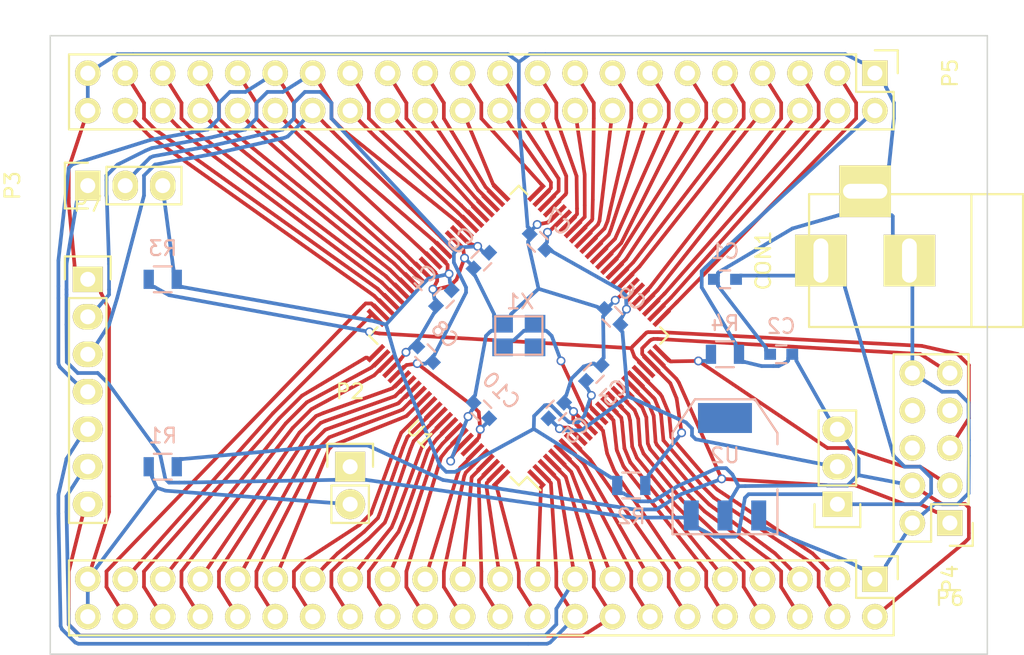
<source format=kicad_pcb>
(kicad_pcb (version 4) (host pcbnew "(after 2015-mar-04 BZR unknown)-product")
  (layers (0 F.Cu signal) (31 B.Cu signal) (34 B.Paste user) (35 F.Paste user) (36 B.SilkS user) (37 F.SilkS user) (38 B.Mask user) (39 F.Mask user) (44 Edge.Cuts user))
  (net 0 "")
  (net 1 VCC)
  (net 2 GND)
  (net 3 +3V3)
  (net 4 /IO21)
  (net 5 /IO20)
  (net 6 /IO19)
  (net 7 /IO18)
  (net 8 /IO17)
  (net 9 /IO16)
  (net 10 /IO15)
  (net 11 /IO14)
  (net 12 /CLK_CORE)
  (net 13 /IO8)
  (net 14 /IO7)
  (net 15 /IO6)
  (net 16 /IO5)
  (net 17 /DP2)
  (net 18 /DP1)
  (net 19 /DM)
  (net 20 /IO1)
  (net 21 /IO100)
  (net 22 /IO99)
  (net 23 /IO98)
  (net 24 /IO97)
  (net 25 /IO96)
  (net 26 /IO95)
  (net 27 /IO92)
  (net 28 /IO91)
  (net 29 /IO90)
  (net 30 /IO89)
  (net 31 /IO88)
  (net 32 /IO87)
  (net 33 /IO86)
  (net 34 /IO85)
  (net 35 /IO84)
  (net 36 /IO83)
  (net 37 /IO82)
  (net 38 /IO81)
  (net 39 /IO78)
  (net 40 /IO77)
  (net 41 /IO76)
  (net 42 /IO75)
  (net 43 /IO74)
  (net 44 /IO26)
  (net 45 /IO27)
  (net 46 /IO28)
  (net 47 /IO29)
  (net 48 /IO30)
  (net 49 /IO33)
  (net 50 /IO34)
  (net 51 /IO35)
  (net 52 /IO36)
  (net 53 /IO37)
  (net 54 /IO38)
  (net 55 /IO39)
  (net 56 /IO40)
  (net 57 /IO41)
  (net 58 /IO42)
  (net 59 /IO43)
  (net 60 /IO44)
  (net 61 /IO47)
  (net 62 /IO48)
  (net 63 /IO49)
  (net 64 /IO50)
  (net 65 /IO51)
  (net 66 /IO52)
  (net 67 /IO53)
  (net 68 /IO54)
  (net 69 /IO55)
  (net 70 /IO56)
  (net 71 /IO57)
  (net 72 /DI)
  (net 73 /DO)
  (net 74 /IO62)
  (net 75 /IO64)
  (net 76 /IO66)
  (net 77 /IO67)
  (net 78 /IO68)
  (net 79 /IO69)
  (net 80 /IO70)
  (net 81 /IO71)
  (net 82 /IO72)
  (net 83 /IO73)
  (net 84 /TCK)
  (net 85 /TDO)
  (net 86 /TMS)
  (net 87 /TDI)
  (net 88 /VCCIO1)
  (net 89 /VCCIO2)
  (module Capacitors_SMD:C_0603 (layer B.Cu) (at 171.45 58.42 180)
    (fp_text reference C1 (at 0 1.9 180) (layer B.SilkS) (effects (justify mirror)))
    (fp_text value CP1)
    (pad 1 smd rect (at -0.75 0 180) (size 0.8 0.75) (layers B.Cu B.Paste B.Mask) (net 1 VCC))
    (pad 2 smd rect (at 0.75 0 180) (size 0.8 0.75) (layers B.Cu B.Paste B.Mask) (net 2 GND))
  )
  (module Capacitors_SMD:C_0603 (layer B.Cu) (at 175.26 63.5 180)
    (fp_text reference C2 (at 0 1.9 180) (layer B.SilkS) (effects (justify mirror)))
    (fp_text value CP1)
    (pad 1 smd rect (at -0.75 0 180) (size 0.8 0.75) (layers B.Cu B.Paste B.Mask) (net 3 +3V3))
    (pad 2 smd rect (at 0.75 0 180) (size 0.8 0.75) (layers B.Cu B.Paste B.Mask) (net 2 GND))
  )
  (module Connect:BARREL_JACK (layer F.Cu) (at 184.15 57.15 180)
    (fp_text reference CON1 (at 10.09904 0 270) (layer F.SilkS))
    (fp_text value BARREL_JACK)
    (pad 1 thru_hole rect (at 6.20014 0 180) (size 3.50012 3.50012) (drill oval 1.00076 2.99974) (layers *.Cu *.Mask F.SilkS) (net 1 VCC))
    (pad 2 thru_hole rect (at 0.20066 0 180) (size 3.50012 3.50012) (drill oval 1.00076 2.99974) (layers *.Cu *.Mask F.SilkS) (net 2 GND))
    (pad 3 thru_hole rect (at 3.2004 4.699 180) (size 3.50012 3.50012) (drill oval 2.99974 1.00076) (layers *.Cu *.Mask F.SilkS) (net 2 GND))
  )
  (module Pin_Headers:Pin_Header_Straight_1x03 (layer F.Cu) (at 179.07 73.66 180)
    (fp_text reference P1 (at 0 -5.1 180) (layer F.SilkS))
    (fp_text value CONN_01X03)
    (pad 1 thru_hole rect (at 0 0 180) (size 2.032 1.7272) (drill 1.016) (layers *.Cu *.Mask F.SilkS) (net 1 VCC))
    (pad 2 thru_hole oval (at 0 2.54 180) (size 2.032 1.7272) (drill 1.016) (layers *.Cu *.Mask F.SilkS) (net 88 /VCCIO1))
    (pad 3 thru_hole oval (at 0 5.08 180) (size 2.032 1.7272) (drill 1.016) (layers *.Cu *.Mask F.SilkS) (net 3 +3V3))
  )
  (module Socket_Strips:Socket_Strip_Straight_1x02 (layer F.Cu) (at 146.05 71.12)
    (fp_text reference P2 (at 0 -5.1) (layer F.SilkS))
    (fp_text value CONN_01X02)
    (pad 1 thru_hole rect (at 0 0) (size 2.032 2.032) (drill 1.016) (layers *.Cu *.Mask F.SilkS) (net 1 VCC))
    (pad 2 thru_hole oval (at 0 2.54) (size 2.032 2.032) (drill 1.016) (layers *.Cu *.Mask F.SilkS) (net 2 GND))
  )
  (module Pin_Headers:Pin_Header_Straight_1x03 (layer F.Cu) (at 128.27 52.07 90)
    (fp_text reference P3 (at 0 -5.1 90) (layer F.SilkS))
    (fp_text value CONN_01X03)
    (pad 1 thru_hole rect (at 0 0 90) (size 2.032 1.7272) (drill 1.016) (layers *.Cu *.Mask F.SilkS) (net 1 VCC))
    (pad 2 thru_hole oval (at 0 2.54 90) (size 2.032 1.7272) (drill 1.016) (layers *.Cu *.Mask F.SilkS) (net 89 /VCCIO2))
    (pad 3 thru_hole oval (at 0 5.08 90) (size 2.032 1.7272) (drill 1.016) (layers *.Cu *.Mask F.SilkS) (net 3 +3V3))
  )
  (module Pin_Headers:Pin_Header_Straight_2x22 (layer F.Cu) (at 181.61 78.74 270)
    (fp_text reference P4 (at 0 -5.1 270) (layer F.SilkS))
    (fp_text value CONN_02X22)
    (pad 1 thru_hole rect (at 0 0 270) (size 1.7272 1.7272) (drill 1.016) (layers *.Cu *.Mask F.SilkS) (net 2 GND))
    (pad 2 thru_hole oval (at 2.54 0 270) (size 1.7272 1.7272) (drill 1.016) (layers *.Cu *.Mask F.SilkS) (net 3 +3V3))
    (pad 3 thru_hole oval (at 0 2.54 270) (size 1.7272 1.7272) (drill 1.016) (layers *.Cu *.Mask F.SilkS) (net 4 /IO21))
    (pad 4 thru_hole oval (at 2.54 2.54 270) (size 1.7272 1.7272) (drill 1.016) (layers *.Cu *.Mask F.SilkS) (net 5 /IO20))
    (pad 5 thru_hole oval (at 0 5.08 270) (size 1.7272 1.7272) (drill 1.016) (layers *.Cu *.Mask F.SilkS) (net 6 /IO19))
    (pad 6 thru_hole oval (at 2.54 5.08 270) (size 1.7272 1.7272) (drill 1.016) (layers *.Cu *.Mask F.SilkS) (net 7 /IO18))
    (pad 7 thru_hole oval (at 0 7.62 270) (size 1.7272 1.7272) (drill 1.016) (layers *.Cu *.Mask F.SilkS) (net 8 /IO17))
    (pad 8 thru_hole oval (at 2.54 7.62 270) (size 1.7272 1.7272) (drill 1.016) (layers *.Cu *.Mask F.SilkS) (net 9 /IO16))
    (pad 9 thru_hole oval (at 0 10.16 270) (size 1.7272 1.7272) (drill 1.016) (layers *.Cu *.Mask F.SilkS) (net 10 /IO15))
    (pad 10 thru_hole oval (at 2.54 10.16 270) (size 1.7272 1.7272) (drill 1.016) (layers *.Cu *.Mask F.SilkS) (net 11 /IO14))
    (pad 11 thru_hole oval (at 0 12.7 270) (size 1.7272 1.7272) (drill 1.016) (layers *.Cu *.Mask F.SilkS) (net 12 /CLK_CORE))
    (pad 12 thru_hole oval (at 2.54 12.7 270) (size 1.7272 1.7272) (drill 1.016) (layers *.Cu *.Mask F.SilkS) (net 13 /IO8))
    (pad 13 thru_hole oval (at 0 15.24 270) (size 1.7272 1.7272) (drill 1.016) (layers *.Cu *.Mask F.SilkS) (net 14 /IO7))
    (pad 14 thru_hole oval (at 2.54 15.24 270) (size 1.7272 1.7272) (drill 1.016) (layers *.Cu *.Mask F.SilkS) (net 15 /IO6))
    (pad 15 thru_hole oval (at 0 17.78 270) (size 1.7272 1.7272) (drill 1.016) (layers *.Cu *.Mask F.SilkS) (net 16 /IO5))
    (pad 16 thru_hole oval (at 2.54 17.78 270) (size 1.7272 1.7272) (drill 1.016) (layers *.Cu *.Mask F.SilkS) (net 17 /DP2))
    (pad 17 thru_hole oval (at 0 20.32 270) (size 1.7272 1.7272) (drill 1.016) (layers *.Cu *.Mask F.SilkS) (net 18 /DP1))
    (pad 18 thru_hole oval (at 2.54 20.32 270) (size 1.7272 1.7272) (drill 1.016) (layers *.Cu *.Mask F.SilkS) (net 19 /DM))
    (pad 19 thru_hole oval (at 0 22.86 270) (size 1.7272 1.7272) (drill 1.016) (layers *.Cu *.Mask F.SilkS) (net 20 /IO1))
    (pad 20 thru_hole oval (at 2.54 22.86 270) (size 1.7272 1.7272) (drill 1.016) (layers *.Cu *.Mask F.SilkS) (net 21 /IO100))
    (pad 21 thru_hole oval (at 0 25.4 270) (size 1.7272 1.7272) (drill 1.016) (layers *.Cu *.Mask F.SilkS) (net 22 /IO99))
    (pad 22 thru_hole oval (at 2.54 25.4 270) (size 1.7272 1.7272) (drill 1.016) (layers *.Cu *.Mask F.SilkS) (net 23 /IO98))
    (pad 23 thru_hole oval (at 0 27.94 270) (size 1.7272 1.7272) (drill 1.016) (layers *.Cu *.Mask F.SilkS) (net 24 /IO97))
    (pad 24 thru_hole oval (at 2.54 27.94 270) (size 1.7272 1.7272) (drill 1.016) (layers *.Cu *.Mask F.SilkS) (net 25 /IO96))
    (pad 25 thru_hole oval (at 0 30.48 270) (size 1.7272 1.7272) (drill 1.016) (layers *.Cu *.Mask F.SilkS) (net 26 /IO95))
    (pad 26 thru_hole oval (at 2.54 30.48 270) (size 1.7272 1.7272) (drill 1.016) (layers *.Cu *.Mask F.SilkS) (net 27 /IO92))
    (pad 27 thru_hole oval (at 0 33.02 270) (size 1.7272 1.7272) (drill 1.016) (layers *.Cu *.Mask F.SilkS) (net 28 /IO91))
    (pad 28 thru_hole oval (at 2.54 33.02 270) (size 1.7272 1.7272) (drill 1.016) (layers *.Cu *.Mask F.SilkS) (net 29 /IO90))
    (pad 29 thru_hole oval (at 0 35.56 270) (size 1.7272 1.7272) (drill 1.016) (layers *.Cu *.Mask F.SilkS) (net 30 /IO89))
    (pad 30 thru_hole oval (at 2.54 35.56 270) (size 1.7272 1.7272) (drill 1.016) (layers *.Cu *.Mask F.SilkS) (net 31 /IO88))
    (pad 31 thru_hole oval (at 0 38.1 270) (size 1.7272 1.7272) (drill 1.016) (layers *.Cu *.Mask F.SilkS) (net 32 /IO87))
    (pad 32 thru_hole oval (at 2.54 38.1 270) (size 1.7272 1.7272) (drill 1.016) (layers *.Cu *.Mask F.SilkS) (net 33 /IO86))
    (pad 33 thru_hole oval (at 0 40.64 270) (size 1.7272 1.7272) (drill 1.016) (layers *.Cu *.Mask F.SilkS) (net 34 /IO85))
    (pad 34 thru_hole oval (at 2.54 40.64 270) (size 1.7272 1.7272) (drill 1.016) (layers *.Cu *.Mask F.SilkS) (net 35 /IO84))
    (pad 35 thru_hole oval (at 0 43.18 270) (size 1.7272 1.7272) (drill 1.016) (layers *.Cu *.Mask F.SilkS) (net 36 /IO83))
    (pad 36 thru_hole oval (at 2.54 43.18 270) (size 1.7272 1.7272) (drill 1.016) (layers *.Cu *.Mask F.SilkS) (net 37 /IO82))
    (pad 37 thru_hole oval (at 0 45.72 270) (size 1.7272 1.7272) (drill 1.016) (layers *.Cu *.Mask F.SilkS) (net 38 /IO81))
    (pad 38 thru_hole oval (at 2.54 45.72 270) (size 1.7272 1.7272) (drill 1.016) (layers *.Cu *.Mask F.SilkS) (net 39 /IO78))
    (pad 39 thru_hole oval (at 0 48.26 270) (size 1.7272 1.7272) (drill 1.016) (layers *.Cu *.Mask F.SilkS) (net 40 /IO77))
    (pad 40 thru_hole oval (at 2.54 48.26 270) (size 1.7272 1.7272) (drill 1.016) (layers *.Cu *.Mask F.SilkS) (net 41 /IO76))
    (pad 41 thru_hole oval (at 0 50.8 270) (size 1.7272 1.7272) (drill 1.016) (layers *.Cu *.Mask F.SilkS) (net 42 /IO75))
    (pad 42 thru_hole oval (at 2.54 50.8 270) (size 1.7272 1.7272) (drill 1.016) (layers *.Cu *.Mask F.SilkS) (net 43 /IO74))
    (pad 43 thru_hole oval (at 0 53.34 270) (size 1.7272 1.7272) (drill 1.016) (layers *.Cu *.Mask F.SilkS) (net 2 GND))
    (pad 44 thru_hole oval (at 2.54 53.34 270) (size 1.7272 1.7272) (drill 1.016) (layers *.Cu *.Mask F.SilkS) (net 2 GND))
  )
  (module Pin_Headers:Pin_Header_Straight_2x22 (layer F.Cu) (at 181.61 44.45 270)
    (fp_text reference P5 (at 0 -5.1 270) (layer F.SilkS))
    (fp_text value CONN_02X22)
    (pad 1 thru_hole rect (at 0 0 270) (size 1.7272 1.7272) (drill 1.016) (layers *.Cu *.Mask F.SilkS) (net 2 GND))
    (pad 2 thru_hole oval (at 2.54 0 270) (size 1.7272 1.7272) (drill 1.016) (layers *.Cu *.Mask F.SilkS) (net 3 +3V3))
    (pad 3 thru_hole oval (at 0 2.54 270) (size 1.7272 1.7272) (drill 1.016) (layers *.Cu *.Mask F.SilkS) (net 44 /IO26))
    (pad 4 thru_hole oval (at 2.54 2.54 270) (size 1.7272 1.7272) (drill 1.016) (layers *.Cu *.Mask F.SilkS) (net 45 /IO27))
    (pad 5 thru_hole oval (at 0 5.08 270) (size 1.7272 1.7272) (drill 1.016) (layers *.Cu *.Mask F.SilkS) (net 46 /IO28))
    (pad 6 thru_hole oval (at 2.54 5.08 270) (size 1.7272 1.7272) (drill 1.016) (layers *.Cu *.Mask F.SilkS) (net 47 /IO29))
    (pad 7 thru_hole oval (at 0 7.62 270) (size 1.7272 1.7272) (drill 1.016) (layers *.Cu *.Mask F.SilkS) (net 48 /IO30))
    (pad 8 thru_hole oval (at 2.54 7.62 270) (size 1.7272 1.7272) (drill 1.016) (layers *.Cu *.Mask F.SilkS) (net 49 /IO33))
    (pad 9 thru_hole oval (at 0 10.16 270) (size 1.7272 1.7272) (drill 1.016) (layers *.Cu *.Mask F.SilkS) (net 50 /IO34))
    (pad 10 thru_hole oval (at 2.54 10.16 270) (size 1.7272 1.7272) (drill 1.016) (layers *.Cu *.Mask F.SilkS) (net 51 /IO35))
    (pad 11 thru_hole oval (at 0 12.7 270) (size 1.7272 1.7272) (drill 1.016) (layers *.Cu *.Mask F.SilkS) (net 52 /IO36))
    (pad 12 thru_hole oval (at 2.54 12.7 270) (size 1.7272 1.7272) (drill 1.016) (layers *.Cu *.Mask F.SilkS) (net 53 /IO37))
    (pad 13 thru_hole oval (at 0 15.24 270) (size 1.7272 1.7272) (drill 1.016) (layers *.Cu *.Mask F.SilkS) (net 54 /IO38))
    (pad 14 thru_hole oval (at 2.54 15.24 270) (size 1.7272 1.7272) (drill 1.016) (layers *.Cu *.Mask F.SilkS) (net 55 /IO39))
    (pad 15 thru_hole oval (at 0 17.78 270) (size 1.7272 1.7272) (drill 1.016) (layers *.Cu *.Mask F.SilkS) (net 56 /IO40))
    (pad 16 thru_hole oval (at 2.54 17.78 270) (size 1.7272 1.7272) (drill 1.016) (layers *.Cu *.Mask F.SilkS) (net 57 /IO41))
    (pad 17 thru_hole oval (at 0 20.32 270) (size 1.7272 1.7272) (drill 1.016) (layers *.Cu *.Mask F.SilkS) (net 58 /IO42))
    (pad 18 thru_hole oval (at 2.54 20.32 270) (size 1.7272 1.7272) (drill 1.016) (layers *.Cu *.Mask F.SilkS) (net 59 /IO43))
    (pad 19 thru_hole oval (at 0 22.86 270) (size 1.7272 1.7272) (drill 1.016) (layers *.Cu *.Mask F.SilkS) (net 60 /IO44))
    (pad 20 thru_hole oval (at 2.54 22.86 270) (size 1.7272 1.7272) (drill 1.016) (layers *.Cu *.Mask F.SilkS) (net 61 /IO47))
    (pad 21 thru_hole oval (at 0 25.4 270) (size 1.7272 1.7272) (drill 1.016) (layers *.Cu *.Mask F.SilkS) (net 62 /IO48))
    (pad 22 thru_hole oval (at 2.54 25.4 270) (size 1.7272 1.7272) (drill 1.016) (layers *.Cu *.Mask F.SilkS) (net 63 /IO49))
    (pad 23 thru_hole oval (at 0 27.94 270) (size 1.7272 1.7272) (drill 1.016) (layers *.Cu *.Mask F.SilkS) (net 64 /IO50))
    (pad 24 thru_hole oval (at 2.54 27.94 270) (size 1.7272 1.7272) (drill 1.016) (layers *.Cu *.Mask F.SilkS) (net 65 /IO51))
    (pad 25 thru_hole oval (at 0 30.48 270) (size 1.7272 1.7272) (drill 1.016) (layers *.Cu *.Mask F.SilkS) (net 66 /IO52))
    (pad 26 thru_hole oval (at 2.54 30.48 270) (size 1.7272 1.7272) (drill 1.016) (layers *.Cu *.Mask F.SilkS) (net 67 /IO53))
    (pad 27 thru_hole oval (at 0 33.02 270) (size 1.7272 1.7272) (drill 1.016) (layers *.Cu *.Mask F.SilkS) (net 68 /IO54))
    (pad 28 thru_hole oval (at 2.54 33.02 270) (size 1.7272 1.7272) (drill 1.016) (layers *.Cu *.Mask F.SilkS) (net 69 /IO55))
    (pad 29 thru_hole oval (at 0 35.56 270) (size 1.7272 1.7272) (drill 1.016) (layers *.Cu *.Mask F.SilkS) (net 70 /IO56))
    (pad 30 thru_hole oval (at 2.54 35.56 270) (size 1.7272 1.7272) (drill 1.016) (layers *.Cu *.Mask F.SilkS) (net 71 /IO57))
    (pad 31 thru_hole oval (at 0 38.1 270) (size 1.7272 1.7272) (drill 1.016) (layers *.Cu *.Mask F.SilkS) (net 72 /DI))
    (pad 32 thru_hole oval (at 2.54 38.1 270) (size 1.7272 1.7272) (drill 1.016) (layers *.Cu *.Mask F.SilkS) (net 73 /DO))
    (pad 33 thru_hole oval (at 0 40.64 270) (size 1.7272 1.7272) (drill 1.016) (layers *.Cu *.Mask F.SilkS) (net 74 /IO62))
    (pad 34 thru_hole oval (at 2.54 40.64 270) (size 1.7272 1.7272) (drill 1.016) (layers *.Cu *.Mask F.SilkS) (net 75 /IO64))
    (pad 35 thru_hole oval (at 0 43.18 270) (size 1.7272 1.7272) (drill 1.016) (layers *.Cu *.Mask F.SilkS) (net 76 /IO66))
    (pad 36 thru_hole oval (at 2.54 43.18 270) (size 1.7272 1.7272) (drill 1.016) (layers *.Cu *.Mask F.SilkS) (net 77 /IO67))
    (pad 37 thru_hole oval (at 0 45.72 270) (size 1.7272 1.7272) (drill 1.016) (layers *.Cu *.Mask F.SilkS) (net 78 /IO68))
    (pad 38 thru_hole oval (at 2.54 45.72 270) (size 1.7272 1.7272) (drill 1.016) (layers *.Cu *.Mask F.SilkS) (net 79 /IO69))
    (pad 39 thru_hole oval (at 0 48.26 270) (size 1.7272 1.7272) (drill 1.016) (layers *.Cu *.Mask F.SilkS) (net 80 /IO70))
    (pad 40 thru_hole oval (at 2.54 48.26 270) (size 1.7272 1.7272) (drill 1.016) (layers *.Cu *.Mask F.SilkS) (net 81 /IO71))
    (pad 41 thru_hole oval (at 0 50.8 270) (size 1.7272 1.7272) (drill 1.016) (layers *.Cu *.Mask F.SilkS) (net 82 /IO72))
    (pad 42 thru_hole oval (at 2.54 50.8 270) (size 1.7272 1.7272) (drill 1.016) (layers *.Cu *.Mask F.SilkS) (net 83 /IO73))
    (pad 43 thru_hole oval (at 0 53.34 270) (size 1.7272 1.7272) (drill 1.016) (layers *.Cu *.Mask F.SilkS) (net 2 GND))
    (pad 44 thru_hole oval (at 2.54 53.34 270) (size 1.7272 1.7272) (drill 1.016) (layers *.Cu *.Mask F.SilkS) (net 2 GND))
  )
  (module Pin_Headers:Pin_Header_Straight_2x05 (layer F.Cu) (at 186.69 74.93 180)
    (fp_text reference P6 (at 0 -5.1 180) (layer F.SilkS))
    (fp_text value JTAG)
    (pad 1 thru_hole rect (at 0 0 180) (size 1.7272 1.7272) (drill 1.016) (layers *.Cu *.Mask F.SilkS) (net 84 /TCK))
    (pad 2 thru_hole oval (at 2.54 0 180) (size 1.7272 1.7272) (drill 1.016) (layers *.Cu *.Mask F.SilkS) (net 2 GND))
    (pad 3 thru_hole oval (at 0 2.54 180) (size 1.7272 1.7272) (drill 1.016) (layers *.Cu *.Mask F.SilkS) (net 85 /TDO))
    (pad 4 thru_hole oval (at 2.54 2.54 180) (size 1.7272 1.7272) (drill 1.016) (layers *.Cu *.Mask F.SilkS) (net 3 +3V3))
    (pad 5 thru_hole oval (at 0 5.08 180) (size 1.7272 1.7272) (drill 1.016) (layers *.Cu *.Mask F.SilkS) (net 86 /TMS))
    (pad 6 thru_hole oval (at 2.54 5.08 180) (size 1.7272 1.7272) (drill 1.016) (layers *.Cu *.Mask F.SilkS))
    (pad 7 thru_hole oval (at 0 7.62 180) (size 1.7272 1.7272) (drill 1.016) (layers *.Cu *.Mask F.SilkS))
    (pad 8 thru_hole oval (at 2.54 7.62 180) (size 1.7272 1.7272) (drill 1.016) (layers *.Cu *.Mask F.SilkS))
    (pad 9 thru_hole oval (at 0 10.16 180) (size 1.7272 1.7272) (drill 1.016) (layers *.Cu *.Mask F.SilkS) (net 87 /TDI))
    (pad 10 thru_hole oval (at 2.54 10.16 180) (size 1.7272 1.7272) (drill 1.016) (layers *.Cu *.Mask F.SilkS) (net 2 GND))
  )
  (module Resistors_SMD:R_0805 (layer B.Cu) (at 133.35 71.12 180)
    (fp_text reference R1 (at 0 2.1 180) (layer B.SilkS) (effects (justify mirror)))
    (fp_text value 1K)
    (pad 1 smd rect (at -0.95 0 180) (size 0.7 1.3) (layers B.Cu B.Paste B.Mask) (net 84 /TCK))
    (pad 2 smd rect (at 0.95 0 180) (size 0.7 1.3) (layers B.Cu B.Paste B.Mask) (net 2 GND))
  )
  (module Resistors_SMD:R_0805 (layer B.Cu) (at 165.1 72.39)
    (fp_text reference R2 (at 0 2.1) (layer B.SilkS) (effects (justify mirror)))
    (fp_text value 10K)
    (pad 1 smd rect (at -0.95 0) (size 0.7 1.3) (layers B.Cu B.Paste B.Mask) (net 3 +3V3))
    (pad 2 smd rect (at 0.95 0) (size 0.7 1.3) (layers B.Cu B.Paste B.Mask) (net 87 /TDI))
  )
  (module Resistors_SMD:R_0805 (layer B.Cu) (at 133.35 58.42 180)
    (fp_text reference R3 (at 0 2.1 180) (layer B.SilkS) (effects (justify mirror)))
    (fp_text value 10K)
    (pad 1 smd rect (at -0.95 0 180) (size 0.7 1.3) (layers B.Cu B.Paste B.Mask) (net 3 +3V3))
    (pad 2 smd rect (at 0.95 0 180) (size 0.7 1.3) (layers B.Cu B.Paste B.Mask) (net 86 /TMS))
  )
  (module Resistors_SMD:R_0805 (layer B.Cu) (at 171.45 63.5 180)
    (fp_text reference R4 (at 0 2.1 180) (layer B.SilkS) (effects (justify mirror)))
    (fp_text value 10K)
    (pad 1 smd rect (at -0.95 0 180) (size 0.7 1.3) (layers B.Cu B.Paste B.Mask) (net 3 +3V3))
    (pad 2 smd rect (at 0.95 0 180) (size 0.7 1.3) (layers B.Cu B.Paste B.Mask) (net 85 /TDO))
  )
  (module Housings_QFP:TQFP-100_14x14mm_Pitch0.5mm (layer F.Cu) (at 157.48 62.23 135)
    (fp_text reference U1 (at 0 -9.45 135) (layer F.SilkS))
    (fp_text value EPM240T100C5N)
    (pad 1 smd rect (at -7.7 -6 135) (size 1.5 0.3) (layers F.Cu F.Paste F.Mask) (net 20 /IO1))
    (pad 2 smd rect (at -7.7 -5.5 135) (size 1.5 0.3) (layers F.Cu F.Paste F.Mask) (net 19 /DM))
    (pad 3 smd rect (at -7.7 -5 135) (size 1.5 0.3) (layers F.Cu F.Paste F.Mask) (net 18 /DP1))
    (pad 4 smd rect (at -7.7 -4.5 135) (size 1.5 0.3) (layers F.Cu F.Paste F.Mask) (net 17 /DP2))
    (pad 5 smd rect (at -7.7 -4 135) (size 1.5 0.3) (layers F.Cu F.Paste F.Mask) (net 16 /IO5))
    (pad 6 smd rect (at -7.7 -3.5 135) (size 1.5 0.3) (layers F.Cu F.Paste F.Mask) (net 15 /IO6))
    (pad 7 smd rect (at -7.7 -3 135) (size 1.5 0.3) (layers F.Cu F.Paste F.Mask) (net 14 /IO7))
    (pad 8 smd rect (at -7.7 -2.5 135) (size 1.5 0.3) (layers F.Cu F.Paste F.Mask) (net 13 /IO8))
    (pad 9 smd rect (at -7.7 -2 135) (size 1.5 0.3) (layers F.Cu F.Paste F.Mask) (net 88 /VCCIO1))
    (pad 10 smd rect (at -7.7 -1.5 135) (size 1.5 0.3) (layers F.Cu F.Paste F.Mask) (net 2 GND))
    (pad 11 smd rect (at -7.7 -1 135) (size 1.5 0.3) (layers F.Cu F.Paste F.Mask) (net 2 GND))
    (pad 12 smd rect (at -7.7 -0.5 135) (size 1.5 0.3) (layers F.Cu F.Paste F.Mask) (net 12 /CLK_CORE))
    (pad 13 smd rect (at -7.7 0 135) (size 1.5 0.3) (layers F.Cu F.Paste F.Mask) (net 3 +3V3))
    (pad 14 smd rect (at -7.7 0.5 135) (size 1.5 0.3) (layers F.Cu F.Paste F.Mask) (net 11 /IO14))
    (pad 15 smd rect (at -7.7 1 135) (size 1.5 0.3) (layers F.Cu F.Paste F.Mask) (net 10 /IO15))
    (pad 16 smd rect (at -7.7 1.5 135) (size 1.5 0.3) (layers F.Cu F.Paste F.Mask) (net 9 /IO16))
    (pad 17 smd rect (at -7.7 2 135) (size 1.5 0.3) (layers F.Cu F.Paste F.Mask) (net 8 /IO17))
    (pad 18 smd rect (at -7.7 2.5 135) (size 1.5 0.3) (layers F.Cu F.Paste F.Mask) (net 7 /IO18))
    (pad 19 smd rect (at -7.7 3 135) (size 1.5 0.3) (layers F.Cu F.Paste F.Mask) (net 6 /IO19))
    (pad 20 smd rect (at -7.7 3.5 135) (size 1.5 0.3) (layers F.Cu F.Paste F.Mask) (net 5 /IO20))
    (pad 21 smd rect (at -7.7 4 135) (size 1.5 0.3) (layers F.Cu F.Paste F.Mask) (net 4 /IO21))
    (pad 22 smd rect (at -7.7 4.5 135) (size 1.5 0.3) (layers F.Cu F.Paste F.Mask) (net 86 /TMS))
    (pad 23 smd rect (at -7.7 5 135) (size 1.5 0.3) (layers F.Cu F.Paste F.Mask) (net 87 /TDI))
    (pad 24 smd rect (at -7.7 5.5 135) (size 1.5 0.3) (layers F.Cu F.Paste F.Mask) (net 84 /TCK))
    (pad 25 smd rect (at -7.7 6 135) (size 1.5 0.3) (layers F.Cu F.Paste F.Mask) (net 85 /TDO))
    (pad 26 smd rect (at -6 7.7 225) (size 1.5 0.3) (layers F.Cu F.Paste F.Mask) (net 44 /IO26))
    (pad 27 smd rect (at -5.5 7.7 225) (size 1.5 0.3) (layers F.Cu F.Paste F.Mask) (net 45 /IO27))
    (pad 28 smd rect (at -5 7.7 225) (size 1.5 0.3) (layers F.Cu F.Paste F.Mask) (net 46 /IO28))
    (pad 29 smd rect (at -4.5 7.7 225) (size 1.5 0.3) (layers F.Cu F.Paste F.Mask) (net 47 /IO29))
    (pad 30 smd rect (at -4 7.7 225) (size 1.5 0.3) (layers F.Cu F.Paste F.Mask) (net 48 /IO30))
    (pad 31 smd rect (at -3.5 7.7 225) (size 1.5 0.3) (layers F.Cu F.Paste F.Mask) (net 88 /VCCIO1))
    (pad 32 smd rect (at -3 7.7 225) (size 1.5 0.3) (layers F.Cu F.Paste F.Mask) (net 2 GND))
    (pad 33 smd rect (at -2.5 7.7 225) (size 1.5 0.3) (layers F.Cu F.Paste F.Mask) (net 49 /IO33))
    (pad 34 smd rect (at -2 7.7 225) (size 1.5 0.3) (layers F.Cu F.Paste F.Mask) (net 50 /IO34))
    (pad 35 smd rect (at -1.5 7.7 225) (size 1.5 0.3) (layers F.Cu F.Paste F.Mask) (net 51 /IO35))
    (pad 36 smd rect (at -1 7.7 225) (size 1.5 0.3) (layers F.Cu F.Paste F.Mask) (net 52 /IO36))
    (pad 37 smd rect (at -0.5 7.7 225) (size 1.5 0.3) (layers F.Cu F.Paste F.Mask) (net 53 /IO37))
    (pad 38 smd rect (at 0 7.7 225) (size 1.5 0.3) (layers F.Cu F.Paste F.Mask) (net 54 /IO38))
    (pad 39 smd rect (at 0.5 7.7 225) (size 1.5 0.3) (layers F.Cu F.Paste F.Mask) (net 55 /IO39))
    (pad 40 smd rect (at 1 7.7 225) (size 1.5 0.3) (layers F.Cu F.Paste F.Mask) (net 56 /IO40))
    (pad 41 smd rect (at 1.5 7.7 225) (size 1.5 0.3) (layers F.Cu F.Paste F.Mask) (net 57 /IO41))
    (pad 42 smd rect (at 2 7.7 225) (size 1.5 0.3) (layers F.Cu F.Paste F.Mask) (net 58 /IO42))
    (pad 43 smd rect (at 2.5 7.7 225) (size 1.5 0.3) (layers F.Cu F.Paste F.Mask) (net 59 /IO43))
    (pad 44 smd rect (at 3 7.7 225) (size 1.5 0.3) (layers F.Cu F.Paste F.Mask) (net 60 /IO44))
    (pad 45 smd rect (at 3.5 7.7 225) (size 1.5 0.3) (layers F.Cu F.Paste F.Mask) (net 88 /VCCIO1))
    (pad 46 smd rect (at 4 7.7 225) (size 1.5 0.3) (layers F.Cu F.Paste F.Mask) (net 2 GND))
    (pad 47 smd rect (at 4.5 7.7 225) (size 1.5 0.3) (layers F.Cu F.Paste F.Mask) (net 61 /IO47))
    (pad 48 smd rect (at 5 7.7 225) (size 1.5 0.3) (layers F.Cu F.Paste F.Mask) (net 62 /IO48))
    (pad 49 smd rect (at 5.5 7.7 225) (size 1.5 0.3) (layers F.Cu F.Paste F.Mask) (net 63 /IO49))
    (pad 50 smd rect (at 6 7.7 225) (size 1.5 0.3) (layers F.Cu F.Paste F.Mask) (net 64 /IO50))
    (pad 51 smd rect (at 7.7 6 135) (size 1.5 0.3) (layers F.Cu F.Paste F.Mask) (net 65 /IO51))
    (pad 52 smd rect (at 7.7 5.5 135) (size 1.5 0.3) (layers F.Cu F.Paste F.Mask) (net 66 /IO52))
    (pad 53 smd rect (at 7.7 5 135) (size 1.5 0.3) (layers F.Cu F.Paste F.Mask) (net 67 /IO53))
    (pad 54 smd rect (at 7.7 4.5 135) (size 1.5 0.3) (layers F.Cu F.Paste F.Mask) (net 68 /IO54))
    (pad 55 smd rect (at 7.7 4 135) (size 1.5 0.3) (layers F.Cu F.Paste F.Mask) (net 69 /IO55))
    (pad 56 smd rect (at 7.7 3.5 135) (size 1.5 0.3) (layers F.Cu F.Paste F.Mask) (net 70 /IO56))
    (pad 57 smd rect (at 7.7 3 135) (size 1.5 0.3) (layers F.Cu F.Paste F.Mask) (net 71 /IO57))
    (pad 58 smd rect (at 7.7 2.5 135) (size 1.5 0.3) (layers F.Cu F.Paste F.Mask) (net 72 /DI))
    (pad 59 smd rect (at 7.7 2 135) (size 1.5 0.3) (layers F.Cu F.Paste F.Mask) (net 89 /VCCIO2))
    (pad 60 smd rect (at 7.7 1.5 135) (size 1.5 0.3) (layers F.Cu F.Paste F.Mask) (net 2 GND))
    (pad 61 smd rect (at 7.7 1 135) (size 1.5 0.3) (layers F.Cu F.Paste F.Mask) (net 73 /DO))
    (pad 62 smd rect (at 7.7 0.5 135) (size 1.5 0.3) (layers F.Cu F.Paste F.Mask) (net 74 /IO62))
    (pad 63 smd rect (at 7.7 0 135) (size 1.5 0.3) (layers F.Cu F.Paste F.Mask) (net 3 +3V3))
    (pad 64 smd rect (at 7.7 -0.5 135) (size 1.5 0.3) (layers F.Cu F.Paste F.Mask) (net 75 /IO64))
    (pad 65 smd rect (at 7.7 -1 135) (size 1.5 0.3) (layers F.Cu F.Paste F.Mask) (net 2 GND))
    (pad 66 smd rect (at 7.7 -1.5 135) (size 1.5 0.3) (layers F.Cu F.Paste F.Mask) (net 76 /IO66))
    (pad 67 smd rect (at 7.7 -2 135) (size 1.5 0.3) (layers F.Cu F.Paste F.Mask) (net 77 /IO67))
    (pad 68 smd rect (at 7.7 -2.5 135) (size 1.5 0.3) (layers F.Cu F.Paste F.Mask) (net 78 /IO68))
    (pad 69 smd rect (at 7.7 -3 135) (size 1.5 0.3) (layers F.Cu F.Paste F.Mask) (net 79 /IO69))
    (pad 70 smd rect (at 7.7 -3.5 135) (size 1.5 0.3) (layers F.Cu F.Paste F.Mask) (net 80 /IO70))
    (pad 71 smd rect (at 7.7 -4 135) (size 1.5 0.3) (layers F.Cu F.Paste F.Mask) (net 81 /IO71))
    (pad 72 smd rect (at 7.7 -4.5 135) (size 1.5 0.3) (layers F.Cu F.Paste F.Mask) (net 82 /IO72))
    (pad 73 smd rect (at 7.7 -5 135) (size 1.5 0.3) (layers F.Cu F.Paste F.Mask) (net 83 /IO73))
    (pad 74 smd rect (at 7.7 -5.5 135) (size 1.5 0.3) (layers F.Cu F.Paste F.Mask) (net 43 /IO74))
    (pad 75 smd rect (at 7.7 -6 135) (size 1.5 0.3) (layers F.Cu F.Paste F.Mask) (net 42 /IO75))
    (pad 76 smd rect (at 6 -7.7 225) (size 1.5 0.3) (layers F.Cu F.Paste F.Mask) (net 41 /IO76))
    (pad 77 smd rect (at 5.5 -7.7 225) (size 1.5 0.3) (layers F.Cu F.Paste F.Mask) (net 40 /IO77))
    (pad 78 smd rect (at 5 -7.7 225) (size 1.5 0.3) (layers F.Cu F.Paste F.Mask) (net 39 /IO78))
    (pad 79 smd rect (at 4.5 -7.7 225) (size 1.5 0.3) (layers F.Cu F.Paste F.Mask) (net 2 GND))
    (pad 80 smd rect (at 4 -7.7 225) (size 1.5 0.3) (layers F.Cu F.Paste F.Mask) (net 89 /VCCIO2))
    (pad 81 smd rect (at 3.5 -7.7 225) (size 1.5 0.3) (layers F.Cu F.Paste F.Mask) (net 38 /IO81))
    (pad 82 smd rect (at 3 -7.7 225) (size 1.5 0.3) (layers F.Cu F.Paste F.Mask) (net 37 /IO82))
    (pad 83 smd rect (at 2.5 -7.7 225) (size 1.5 0.3) (layers F.Cu F.Paste F.Mask) (net 36 /IO83))
    (pad 84 smd rect (at 2 -7.7 225) (size 1.5 0.3) (layers F.Cu F.Paste F.Mask) (net 35 /IO84))
    (pad 85 smd rect (at 1.5 -7.7 225) (size 1.5 0.3) (layers F.Cu F.Paste F.Mask) (net 34 /IO85))
    (pad 86 smd rect (at 1 -7.7 225) (size 1.5 0.3) (layers F.Cu F.Paste F.Mask) (net 33 /IO86))
    (pad 87 smd rect (at 0.5 -7.7 225) (size 1.5 0.3) (layers F.Cu F.Paste F.Mask) (net 32 /IO87))
    (pad 88 smd rect (at 0 -7.7 225) (size 1.5 0.3) (layers F.Cu F.Paste F.Mask) (net 31 /IO88))
    (pad 89 smd rect (at -0.5 -7.7 225) (size 1.5 0.3) (layers F.Cu F.Paste F.Mask) (net 30 /IO89))
    (pad 90 smd rect (at -1 -7.7 225) (size 1.5 0.3) (layers F.Cu F.Paste F.Mask) (net 29 /IO90))
    (pad 91 smd rect (at -1.5 -7.7 225) (size 1.5 0.3) (layers F.Cu F.Paste F.Mask) (net 28 /IO91))
    (pad 92 smd rect (at -2 -7.7 225) (size 1.5 0.3) (layers F.Cu F.Paste F.Mask) (net 27 /IO92))
    (pad 93 smd rect (at -2.5 -7.7 225) (size 1.5 0.3) (layers F.Cu F.Paste F.Mask) (net 2 GND))
    (pad 94 smd rect (at -3 -7.7 225) (size 1.5 0.3) (layers F.Cu F.Paste F.Mask) (net 89 /VCCIO2))
    (pad 95 smd rect (at -3.5 -7.7 225) (size 1.5 0.3) (layers F.Cu F.Paste F.Mask) (net 26 /IO95))
    (pad 96 smd rect (at -4 -7.7 225) (size 1.5 0.3) (layers F.Cu F.Paste F.Mask) (net 25 /IO96))
    (pad 97 smd rect (at -4.5 -7.7 225) (size 1.5 0.3) (layers F.Cu F.Paste F.Mask) (net 24 /IO97))
    (pad 98 smd rect (at -5 -7.7 225) (size 1.5 0.3) (layers F.Cu F.Paste F.Mask) (net 23 /IO98))
    (pad 99 smd rect (at -5.5 -7.7 225) (size 1.5 0.3) (layers F.Cu F.Paste F.Mask) (net 22 /IO99))
    (pad 100 smd rect (at -6 -7.7 225) (size 1.5 0.3) (layers F.Cu F.Paste F.Mask) (net 21 /IO100))
  )
  (module SMD_Packages:SOT-223 (layer B.Cu) (at 171.45 71.12 180)
    (fp_text reference U2 (at 0 0.762 180) (layer B.SilkS) (effects (justify mirror)))
    (fp_text value NCP1117ST33T3G)
    (pad 4 smd rect (at 0 3.302 180) (size 3.6576 2.032) (layers B.Cu B.Paste B.Mask))
    (pad 2 smd rect (at 0 -3.302 180) (size 1.016 2.032) (layers B.Cu B.Paste B.Mask) (net 3 +3V3))
    (pad 3 smd rect (at 2.286 -3.302 180) (size 1.016 2.032) (layers B.Cu B.Paste B.Mask) (net 1 VCC))
    (pad 1 smd rect (at -2.286 -3.302 180) (size 1.016 2.032) (layers B.Cu B.Paste B.Mask) (net 2 GND))
  )
  (module Crystals_Oscillators_SMD:crystal_FA238-TSX3225 (layer B.Cu) (at 157.48 62.23 180)
    (fp_text reference X1 (at -0.1 2.3 180) (layer B.SilkS) (effects (justify mirror)))
    (fp_text value 50MHz)
    (pad 1 smd rect (at -1.1 -0.8 180) (size 1.4 1.2) (layers B.Cu B.Paste B.Mask))
    (pad 3 smd rect (at 1.1 -0.8 180) (size 1.4 1.2) (layers B.Cu B.Paste B.Mask) (net 12 /CLK_CORE))
    (pad 3 smd rect (at -1.1 0.8 180) (size 1.4 1.2) (layers B.Cu B.Paste B.Mask) (net 12 /CLK_CORE))
    (pad 2 smd rect (at 1.1 0.8 180) (size 1.4 1.2) (layers B.Cu B.Paste B.Mask) (net 2 GND))
  )
  (module Capacitors_SMD:C_0603 (layer B.Cu) (at 162.56 64.77 45)
    (fp_text reference C3 (at 0 1.9 45) (layer B.SilkS) (effects (justify mirror)))
    (fp_text value C)
    (pad 1 smd rect (at -0.75 0 45) (size 0.8 0.75) (layers B.Cu B.Paste B.Mask) (net 3 +3V3))
    (pad 2 smd rect (at 0.75 0 45) (size 0.8 0.75) (layers B.Cu B.Paste B.Mask) (net 2 GND))
  )
  (module Capacitors_SMD:C_0603 (layer B.Cu) (at 152.4 59.69 225)
    (fp_text reference C4 (at 0 1.9 225) (layer B.SilkS) (effects (justify mirror)))
    (fp_text value C)
    (pad 1 smd rect (at -0.75 0 225) (size 0.8 0.75) (layers B.Cu B.Paste B.Mask) (net 3 +3V3))
    (pad 2 smd rect (at 0.75 0 225) (size 0.8 0.75) (layers B.Cu B.Paste B.Mask) (net 2 GND))
  )
  (module Capacitors_SMD:C_0603 (layer B.Cu) (at 160.02 67.31 45)
    (fp_text reference C5 (at 0 1.9 45) (layer B.SilkS) (effects (justify mirror)))
    (fp_text value C)
    (pad 1 smd rect (at -0.75 0 45) (size 0.8 0.75) (layers B.Cu B.Paste B.Mask) (net 88 /VCCIO1))
    (pad 2 smd rect (at 0.75 0 45) (size 0.8 0.75) (layers B.Cu B.Paste B.Mask) (net 2 GND))
  )
  (module Capacitors_SMD:C_0603 (layer B.Cu) (at 163.83 60.96 135)
    (fp_text reference C6 (at 0 1.9 135) (layer B.SilkS) (effects (justify mirror)))
    (fp_text value C)
    (pad 1 smd rect (at -0.75 0 135) (size 0.8 0.75) (layers B.Cu B.Paste B.Mask) (net 88 /VCCIO1))
    (pad 2 smd rect (at 0.75 0 135) (size 0.8 0.75) (layers B.Cu B.Paste B.Mask) (net 2 GND))
  )
  (module Capacitors_SMD:C_0603 (layer B.Cu) (at 158.75 55.88 135)
    (fp_text reference C7 (at 0 1.9 135) (layer B.SilkS) (effects (justify mirror)))
    (fp_text value C)
    (pad 1 smd rect (at -0.75 0 135) (size 0.8 0.75) (layers B.Cu B.Paste B.Mask) (net 88 /VCCIO1))
    (pad 2 smd rect (at 0.75 0 135) (size 0.8 0.75) (layers B.Cu B.Paste B.Mask) (net 2 GND))
  )
  (module Capacitors_SMD:C_0603 (layer B.Cu) (at 151.13 63.5 135)
    (fp_text reference C8 (at 0 1.9 135) (layer B.SilkS) (effects (justify mirror)))
    (fp_text value C)
    (pad 1 smd rect (at -0.75 0 135) (size 0.8 0.75) (layers B.Cu B.Paste B.Mask) (net 89 /VCCIO2))
    (pad 2 smd rect (at 0.75 0 135) (size 0.8 0.75) (layers B.Cu B.Paste B.Mask) (net 2 GND))
  )
  (module Capacitors_SMD:C_0603 (layer B.Cu) (at 154.94 57.15 225)
    (fp_text reference C9 (at 0 1.9 225) (layer B.SilkS) (effects (justify mirror)))
    (fp_text value C)
    (pad 1 smd rect (at -0.75 0 225) (size 0.8 0.75) (layers B.Cu B.Paste B.Mask) (net 89 /VCCIO2))
    (pad 2 smd rect (at 0.75 0 225) (size 0.8 0.75) (layers B.Cu B.Paste B.Mask) (net 2 GND))
  )
  (module Capacitors_SMD:C_0603 (layer B.Cu) (at 154.94 67.31 135)
    (fp_text reference C10 (at 0 1.9 135) (layer B.SilkS) (effects (justify mirror)))
    (fp_text value C)
    (pad 1 smd rect (at -0.75 0 135) (size 0.8 0.75) (layers B.Cu B.Paste B.Mask) (net 89 /VCCIO2))
    (pad 2 smd rect (at 0.75 0 135) (size 0.8 0.75) (layers B.Cu B.Paste B.Mask) (net 2 GND))
  )
  (module Socket_Strips:Socket_Strip_Straight_1x07 (layer F.Cu) (at 128.27 58.42)
    (fp_text reference P7 (at 0 -5.1) (layer F.SilkS))
    (fp_text value CONN_01X07)
    (pad 1 thru_hole rect (at 0 0) (size 2.032 1.7272) (drill 1.016) (layers *.Cu *.Mask F.SilkS) (net 2 GND))
    (pad 2 thru_hole oval (at 0 2.54) (size 2.032 1.7272) (drill 1.016) (layers *.Cu *.Mask F.SilkS) (net 72 /DI))
    (pad 3 thru_hole oval (at 0 5.08) (size 2.032 1.7272) (drill 1.016) (layers *.Cu *.Mask F.SilkS) (net 73 /DO))
    (pad 4 thru_hole oval (at 0 7.62) (size 2.032 1.7272) (drill 1.016) (layers *.Cu *.Mask F.SilkS) (net 74 /IO62))
    (pad 5 thru_hole oval (at 0 10.16) (size 2.032 1.7272) (drill 1.016) (layers *.Cu *.Mask F.SilkS) (net 19 /DM))
    (pad 6 thru_hole oval (at 0 12.7) (size 2.032 1.7272) (drill 1.016) (layers *.Cu *.Mask F.SilkS) (net 18 /DP1))
    (pad 7 thru_hole oval (at 0 15.24) (size 2.032 1.7272) (drill 1.016) (layers *.Cu *.Mask F.SilkS) (net 17 /DP2))
  )
  (gr_line (start 125.73 83.82) (end 125.73 41.91) (angle 90) (layer Edge.Cuts) (width 0.1))
  (gr_line (start 189.23 83.82) (end 125.73 83.82) (angle 90) (layer Edge.Cuts) (width 0.1))
  (gr_line (start 189.23 41.91) (end 189.23 83.82) (angle 90) (layer Edge.Cuts) (width 0.1))
  (gr_line (start 125.73 41.91) (end 189.23 41.91) (angle 90) (layer Edge.Cuts) (width 0.1))
  (segment (start 172.475 58.17) (end 172.2 58.42) (width 0.25) (layer B.Cu) (net 1))
  (segment (start 172.6 58.17) (end 172.475 58.17) (width 0.25) (layer B.Cu) (net 1))
  (segment (start 176.1998 58.17) (end 172.6 58.17) (width 0.25) (layer B.Cu) (net 1))
  (segment (start 176.3248 58.17) (end 176.1998 58.17) (width 0.25) (layer B.Cu) (net 1))
  (segment (start 177.9499 57.15) (end 176.3248 58.17) (width 0.25) (layer B.Cu) (net 1))
  (segment (start 179.575 58.7751) (end 177.9499 57.15) (width 0.25) (layer B.Cu) (net 1))
  (segment (start 179.575 58.9001) (end 179.575 58.7751) (width 0.25) (layer B.Cu) (net 1))
  (segment (start 179.575 58.9519) (end 179.575 58.9001) (width 0.25) (layer B.Cu) (net 1))
  (segment (start 182.88 70.3739) (end 179.575 58.9519) (width 0.25) (layer B.Cu) (net 1))
  (segment (start 182.8815 70.3776) (end 182.88 70.3739) (width 0.25) (layer B.Cu) (net 1))
  (segment (start 183.6224 71.1185) (end 182.8815 70.3776) (width 0.25) (layer B.Cu) (net 1))
  (segment (start 183.6261 71.12) (end 183.6224 71.1185) (width 0.25) (layer B.Cu) (net 1))
  (segment (start 184.6739 71.12) (end 183.6261 71.12) (width 0.25) (layer B.Cu) (net 1))
  (segment (start 184.6776 71.1215) (end 184.6739 71.12) (width 0.25) (layer B.Cu) (net 1))
  (segment (start 185.4185 71.8624) (end 184.6776 71.1215) (width 0.25) (layer B.Cu) (net 1))
  (segment (start 185.42 71.8661) (end 185.4185 71.8624) (width 0.25) (layer B.Cu) (net 1))
  (segment (start 185.42 72.9139) (end 185.42 71.8661) (width 0.25) (layer B.Cu) (net 1))
  (segment (start 185.4185 72.9176) (end 185.42 72.9139) (width 0.25) (layer B.Cu) (net 1))
  (segment (start 184.6776 73.6585) (end 185.4185 72.9176) (width 0.25) (layer B.Cu) (net 1))
  (segment (start 184.6739 73.66) (end 184.6776 73.6585) (width 0.25) (layer B.Cu) (net 1))
  (segment (start 180.086 73.66) (end 184.6739 73.66) (width 0.25) (layer B.Cu) (net 1))
  (segment (start 179.961 73.66) (end 180.086 73.66) (width 0.25) (layer B.Cu) (net 1))
  (segment (start 179.07 73.66) (end 179.961 73.66) (width 0.25) (layer B.Cu) (net 1))
  (segment (start 178.179 72.9809) (end 179.07 73.66) (width 0.25) (layer B.Cu) (net 1))
  (segment (start 178.054 72.9809) (end 178.179 72.9809) (width 0.25) (layer B.Cu) (net 1))
  (segment (start 173.0519 72.9809) (end 178.054 72.9809) (width 0.25) (layer B.Cu) (net 1))
  (segment (start 172.8029 73.2299) (end 173.0519 72.9809) (width 0.25) (layer B.Cu) (net 1))
  (segment (start 172.3831 75.6141) (end 172.8029 73.2299) (width 0.25) (layer B.Cu) (net 1))
  (segment (start 172.1341 75.8631) (end 172.3831 75.6141) (width 0.25) (layer B.Cu) (net 1))
  (segment (start 171.7819 75.8631) (end 172.1341 75.8631) (width 0.25) (layer B.Cu) (net 1))
  (segment (start 170.7659 75.8631) (end 171.7819 75.8631) (width 0.25) (layer B.Cu) (net 1))
  (segment (start 169.7238 75.313) (end 170.7659 75.8631) (width 0.25) (layer B.Cu) (net 1))
  (segment (start 169.672 75.313) (end 169.7238 75.313) (width 0.25) (layer B.Cu) (net 1))
  (segment (start 169.547 75.313) (end 169.672 75.313) (width 0.25) (layer B.Cu) (net 1))
  (segment (start 169.164 74.422) (end 169.547 75.313) (width 0.25) (layer B.Cu) (net 1))
  (segment (start 168.781 74.5653) (end 169.164 74.422) (width 0.25) (layer B.Cu) (net 1))
  (segment (start 168.656 74.5653) (end 168.781 74.5653) (width 0.25) (layer B.Cu) (net 1))
  (segment (start 165.1253 74.5653) (end 168.656 74.5653) (width 0.25) (layer B.Cu) (net 1))
  (segment (start 147.1178 72.011) (end 165.1253 74.5653) (width 0.25) (layer B.Cu) (net 1))
  (segment (start 147.066 72.011) (end 147.1178 72.011) (width 0.25) (layer B.Cu) (net 1))
  (segment (start 146.941 72.011) (end 147.066 72.011) (width 0.25) (layer B.Cu) (net 1))
  (segment (start 146.05 71.12) (end 146.941 72.011) (width 0.25) (layer B.Cu) (net 1))
  (segment (start 145.159 72.011) (end 146.05 71.12) (width 0.25) (layer B.Cu) (net 1))
  (segment (start 145.034 72.011) (end 145.159 72.011) (width 0.25) (layer B.Cu) (net 1))
  (segment (start 144.9822 72.011) (end 145.034 72.011) (width 0.25) (layer B.Cu) (net 1))
  (segment (start 134.8261 72.1951) (end 144.9822 72.011) (width 0.25) (layer B.Cu) (net 1))
  (segment (start 134.4739 72.1951) (end 134.8261 72.1951) (width 0.25) (layer B.Cu) (net 1))
  (segment (start 133.7739 72.1951) (end 134.4739 72.1951) (width 0.25) (layer B.Cu) (net 1))
  (segment (start 133.5249 71.9461) (end 133.7739 72.1951) (width 0.25) (layer B.Cu) (net 1))
  (segment (start 133.1751 70.2939) (end 133.5249 71.9461) (width 0.25) (layer B.Cu) (net 1))
  (segment (start 129.6909 65.5124) (end 133.1751 70.2939) (width 0.25) (layer B.Cu) (net 1))
  (segment (start 128.95 64.7715) (end 129.6909 65.5124) (width 0.25) (layer B.Cu) (net 1))
  (segment (start 128.9463 64.77) (end 128.95 64.7715) (width 0.25) (layer B.Cu) (net 1))
  (segment (start 127.5937 64.77) (end 128.9463 64.77) (width 0.25) (layer B.Cu) (net 1))
  (segment (start 127.59 64.7685) (end 127.5937 64.77) (width 0.25) (layer B.Cu) (net 1))
  (segment (start 126.8491 64.0276) (end 127.59 64.7685) (width 0.25) (layer B.Cu) (net 1))
  (segment (start 126.8476 64.0239) (end 126.8491 64.0276) (width 0.25) (layer B.Cu) (net 1))
  (segment (start 126.8289 61.4876) (end 126.8476 64.0239) (width 0.25) (layer B.Cu) (net 1))
  (segment (start 126.8289 59.4597) (end 126.8289 61.4876) (width 0.25) (layer B.Cu) (net 1))
  (segment (start 126.8289 59.1075) (end 126.8289 59.4597) (width 0.25) (layer B.Cu) (net 1))
  (segment (start 126.8289 57.3803) (end 126.8289 59.1075) (width 0.25) (layer B.Cu) (net 1))
  (segment (start 127.5314 53.1378) (end 126.8289 57.3803) (width 0.25) (layer B.Cu) (net 1))
  (segment (start 127.5314 53.086) (end 127.5314 53.1378) (width 0.25) (layer B.Cu) (net 1))
  (segment (start 127.5314 52.961) (end 127.5314 53.086) (width 0.25) (layer B.Cu) (net 1))
  (segment (start 128.27 52.07) (end 127.5314 52.961) (width 0.25) (layer B.Cu) (net 1))
  (via (at 164.0141 59.8378) (size 0.6) (layers F.Cu B.Cu) (net 2))
  (via (at 158.7259 54.7084) (size 0.6) (layers F.Cu B.Cu) (net 2))
  (via (at 153.8029 56.9793) (size 0.6) (layers F.Cu B.Cu) (net 2))
  (via (at 151.659 59.0914) (size 0.6) (layers F.Cu B.Cu) (net 2))
  (via (at 149.8328 63.3633) (size 0.6) (layers F.Cu B.Cu) (net 2))
  (via (at 154.0411 67.7146) (size 0.6) (layers F.Cu B.Cu) (net 2))
  (via (at 161.1874 67.3811) (size 0.6) (layers F.Cu B.Cu) (net 2))
  (via (at 152.8614 70.7417) (size 0.6) (layers F.Cu B.Cu) (net 2))
  (segment (start 128.27 78.74) (end 132.9517 72.5421) (width 0.25) (layer B.Cu) (net 2))
  (segment (start 179.3245 54.0761) (end 180.9496 52.451) (width 0.25) (layer B.Cu) (net 2))
  (segment (start 179.1995 54.0761) (end 179.3245 54.0761) (width 0.25) (layer B.Cu) (net 2))
  (segment (start 179.1477 54.0761) (end 179.1995 54.0761) (width 0.25) (layer B.Cu) (net 2))
  (segment (start 176.0237 54.9748) (end 179.1477 54.0761) (width 0.25) (layer B.Cu) (net 2))
  (segment (start 171.0482 57.92) (end 176.0237 54.9748) (width 0.25) (layer B.Cu) (net 2))
  (segment (start 170.975 57.9932) (end 171.0482 57.92) (width 0.25) (layer B.Cu) (net 2))
  (segment (start 170.975 58.045) (end 170.975 57.9932) (width 0.25) (layer B.Cu) (net 2))
  (segment (start 170.975 58.17) (end 170.975 58.045) (width 0.25) (layer B.Cu) (net 2))
  (segment (start 170.7 58.42) (end 170.975 58.17) (width 0.25) (layer B.Cu) (net 2))
  (segment (start 156.7482 43.1657) (end 157.48 43.6952) (width 0.25) (layer B.Cu) (net 2))
  (segment (start 156.7376 43.1613) (end 156.7482 43.1657) (width 0.25) (layer B.Cu) (net 2))
  (segment (start 131.3376 43.1613) (end 156.7376 43.1613) (width 0.25) (layer B.Cu) (net 2))
  (segment (start 130.2824 43.1613) (end 131.3376 43.1613) (width 0.25) (layer B.Cu) (net 2))
  (segment (start 130.2718 43.1657) (end 130.2824 43.1613) (width 0.25) (layer B.Cu) (net 2))
  (segment (start 128.27 44.45) (end 130.2718 43.1657) (width 0.25) (layer B.Cu) (net 2))
  (segment (start 158.2118 43.1657) (end 157.48 43.6952) (width 0.25) (layer B.Cu) (net 2))
  (segment (start 158.2224 43.1613) (end 158.2118 43.1657) (width 0.25) (layer B.Cu) (net 2))
  (segment (start 159.2776 43.1613) (end 158.2224 43.1613) (width 0.25) (layer B.Cu) (net 2))
  (segment (start 179.5976 43.1613) (end 159.2776 43.1613) (width 0.25) (layer B.Cu) (net 2))
  (segment (start 179.6082 43.1657) (end 179.5976 43.1613) (width 0.25) (layer B.Cu) (net 2))
  (segment (start 180.6946 43.7114) (end 179.6082 43.1657) (width 0.25) (layer B.Cu) (net 2))
  (segment (start 180.7464 43.7114) (end 180.6946 43.7114) (width 0.25) (layer B.Cu) (net 2))
  (segment (start 180.8714 43.7114) (end 180.7464 43.7114) (width 0.25) (layer B.Cu) (net 2))
  (segment (start 181.61 44.45) (end 180.8714 43.7114) (width 0.25) (layer B.Cu) (net 2))
  (segment (start 186.1624 66.0385) (end 184.15 64.77) (width 0.25) (layer B.Cu) (net 2))
  (segment (start 186.1661 66.04) (end 186.1624 66.0385) (width 0.25) (layer B.Cu) (net 2))
  (segment (start 187.2139 66.04) (end 186.1661 66.04) (width 0.25) (layer B.Cu) (net 2))
  (segment (start 187.2176 66.0415) (end 187.2139 66.04) (width 0.25) (layer B.Cu) (net 2))
  (segment (start 187.9585 66.7824) (end 187.2176 66.0415) (width 0.25) (layer B.Cu) (net 2))
  (segment (start 187.96 66.7861) (end 187.9585 66.7824) (width 0.25) (layer B.Cu) (net 2))
  (segment (start 187.9787 69.3224) (end 187.96 66.7861) (width 0.25) (layer B.Cu) (net 2))
  (segment (start 187.9787 70.3776) (end 187.9787 69.3224) (width 0.25) (layer B.Cu) (net 2))
  (segment (start 187.96 72.9139) (end 187.9787 70.3776) (width 0.25) (layer B.Cu) (net 2))
  (segment (start 187.9585 72.9176) (end 187.96 72.9139) (width 0.25) (layer B.Cu) (net 2))
  (segment (start 187.2176 73.6585) (end 187.9585 72.9176) (width 0.25) (layer B.Cu) (net 2))
  (segment (start 187.2139 73.66) (end 187.2176 73.6585) (width 0.25) (layer B.Cu) (net 2))
  (segment (start 186.1661 73.66) (end 187.2139 73.66) (width 0.25) (layer B.Cu) (net 2))
  (segment (start 186.1262 73.6444) (end 186.1661 73.66) (width 0.25) (layer B.Cu) (net 2))
  (segment (start 186.0025 73.6413) (end 186.1262 73.6444) (width 0.25) (layer B.Cu) (net 2))
  (segment (start 185.6503 73.6413) (end 186.0025 73.6413) (width 0.25) (layer B.Cu) (net 2))
  (segment (start 184.15 74.93) (end 185.6503 73.6413) (width 0.25) (layer B.Cu) (net 2))
  (segment (start 151.7624 59.7241) (end 151.659 59.0914) (width 0.25) (layer B.Cu) (net 2))
  (segment (start 151.799 59.7608) (end 151.7624 59.7241) (width 0.25) (layer B.Cu) (net 2))
  (segment (start 151.8874 59.8491) (end 151.799 59.7608) (width 0.25) (layer B.Cu) (net 2))
  (segment (start 151.8697 60.2203) (end 151.8874 59.8491) (width 0.25) (layer B.Cu) (net 2))
  (segment (start 154.3024 67.2759) (end 154.0411 67.7146) (width 0.25) (layer B.Cu) (net 2))
  (segment (start 154.339 67.2392) (end 154.3024 67.2759) (width 0.25) (layer B.Cu) (net 2))
  (segment (start 154.4274 67.1508) (end 154.339 67.2392) (width 0.25) (layer B.Cu) (net 2))
  (segment (start 154.4097 66.7797) (end 154.4274 67.1508) (width 0.25) (layer B.Cu) (net 2))
  (segment (start 162.7192 64.2574) (end 163.0903 64.2397) (width 0.25) (layer B.Cu) (net 2))
  (segment (start 162.6308 64.169) (end 162.7192 64.2574) (width 0.25) (layer B.Cu) (net 2))
  (segment (start 162.5941 64.1324) (end 162.6308 64.169) (width 0.25) (layer B.Cu) (net 2))
  (segment (start 162.4905 64.1324) (end 162.5941 64.1324) (width 0.25) (layer B.Cu) (net 2))
  (segment (start 161.8713 64.3272) (end 162.4905 64.1324) (width 0.25) (layer B.Cu) (net 2))
  (segment (start 161.3056 64.8929) (end 161.8713 64.3272) (width 0.25) (layer B.Cu) (net 2))
  (segment (start 161.0566 65.1419) (end 161.3056 64.8929) (width 0.25) (layer B.Cu) (net 2))
  (segment (start 160.693 66.2835) (end 161.0566 65.1419) (width 0.25) (layer B.Cu) (net 2))
  (segment (start 160.6564 66.3202) (end 160.693 66.2835) (width 0.25) (layer B.Cu) (net 2))
  (segment (start 160.568 66.4086) (end 160.6564 66.3202) (width 0.25) (layer B.Cu) (net 2))
  (segment (start 160.5503 66.7797) (end 160.568 66.4086) (width 0.25) (layer B.Cu) (net 2))
  (segment (start 163.6261 60.2259) (end 164.0141 59.8378) (width 0.25) (layer B.Cu) (net 2))
  (segment (start 163.5377 60.3143) (end 163.6261 60.2259) (width 0.25) (layer B.Cu) (net 2))
  (segment (start 163.2997 60.4297) (end 163.5377 60.3143) (width 0.25) (layer B.Cu) (net 2))
  (segment (start 170.975 58.67) (end 170.7 58.42) (width 0.25) (layer B.Cu) (net 2))
  (segment (start 170.975 58.795) (end 170.975 58.67) (width 0.25) (layer B.Cu) (net 2))
  (segment (start 170.975 58.8468) (end 170.975 58.795) (width 0.25) (layer B.Cu) (net 2))
  (segment (start 174.235 63.0732) (end 170.975 58.8468) (width 0.25) (layer B.Cu) (net 2))
  (segment (start 174.235 63.125) (end 174.235 63.0732) (width 0.25) (layer B.Cu) (net 2))
  (segment (start 174.235 63.25) (end 174.235 63.125) (width 0.25) (layer B.Cu) (net 2))
  (segment (start 174.51 63.5) (end 174.235 63.25) (width 0.25) (layer B.Cu) (net 2))
  (segment (start 154.1917 57.3681) (end 153.8029 56.9793) (width 0.25) (layer B.Cu) (net 2))
  (segment (start 154.2801 57.4565) (end 154.1917 57.3681) (width 0.25) (layer B.Cu) (net 2))
  (segment (start 154.4097 57.6803) (end 154.2801 57.4565) (width 0.25) (layer B.Cu) (net 2))
  (segment (start 160.8332 67.027) (end 161.1874 67.3811) (width 0.25) (layer B.Cu) (net 2))
  (segment (start 160.7448 66.9386) (end 160.8332 67.027) (width 0.25) (layer B.Cu) (net 2))
  (segment (start 160.5503 66.7797) (end 160.7448 66.9386) (width 0.25) (layer B.Cu) (net 2))
  (segment (start 150.1479 63.0481) (end 149.8328 63.3633) (width 0.25) (layer B.Cu) (net 2))
  (segment (start 150.2362 62.9597) (end 150.1479 63.0481) (width 0.25) (layer B.Cu) (net 2))
  (segment (start 150.5997 62.9697) (end 150.2362 62.9597) (width 0.25) (layer B.Cu) (net 2))
  (segment (start 151.852 60.5914) (end 151.8697 60.2203) (width 0.25) (layer B.Cu) (net 2))
  (segment (start 151.7636 60.6798) (end 151.852 60.5914) (width 0.25) (layer B.Cu) (net 2))
  (segment (start 151.727 60.7165) (end 151.7636 60.6798) (width 0.25) (layer B.Cu) (net 2))
  (segment (start 150.707 62.4735) (end 151.727 60.7165) (width 0.25) (layer B.Cu) (net 2))
  (segment (start 150.6704 62.5102) (end 150.707 62.4735) (width 0.25) (layer B.Cu) (net 2))
  (segment (start 150.582 62.5986) (end 150.6704 62.5102) (width 0.25) (layer B.Cu) (net 2))
  (segment (start 150.5997 62.9697) (end 150.582 62.5986) (width 0.25) (layer B.Cu) (net 2))
  (segment (start 163.3174 60.8008) (end 163.2997 60.4297) (width 0.25) (layer B.Cu) (net 2))
  (segment (start 163.229 60.8892) (end 163.3174 60.8008) (width 0.25) (layer B.Cu) (net 2))
  (segment (start 163.1924 60.9259) (end 163.229 60.8892) (width 0.25) (layer B.Cu) (net 2))
  (segment (start 163.1924 61.0295) (end 163.1924 60.9259) (width 0.25) (layer B.Cu) (net 2))
  (segment (start 163.233 63.6399) (end 163.1924 61.0295) (width 0.25) (layer B.Cu) (net 2))
  (segment (start 163.233 63.7435) (end 163.233 63.6399) (width 0.25) (layer B.Cu) (net 2))
  (segment (start 163.1964 63.7802) (end 163.233 63.7435) (width 0.25) (layer B.Cu) (net 2))
  (segment (start 163.108 63.8686) (end 163.1964 63.7802) (width 0.25) (layer B.Cu) (net 2))
  (segment (start 163.0903 64.2397) (end 163.108 63.8686) (width 0.25) (layer B.Cu) (net 2))
  (segment (start 158.4173 55.0171) (end 158.7259 54.7084) (width 0.25) (layer B.Cu) (net 2))
  (segment (start 158.3289 55.1055) (end 158.4173 55.0171) (width 0.25) (layer B.Cu) (net 2))
  (segment (start 158.2197 55.3497) (end 158.3289 55.1055) (width 0.25) (layer B.Cu) (net 2))
  (segment (start 128.27 46.99) (end 128.27 44.45) (width 0.25) (layer B.Cu) (net 2))
  (segment (start 157.48 47.5139) (end 157.48 43.6952) (width 0.25) (layer B.Cu) (net 2))
  (segment (start 158.077 54.8535) (end 157.48 47.5139) (width 0.25) (layer B.Cu) (net 2))
  (segment (start 158.1136 54.8902) (end 158.077 54.8535) (width 0.25) (layer B.Cu) (net 2))
  (segment (start 158.202 54.9785) (end 158.1136 54.8902) (width 0.25) (layer B.Cu) (net 2))
  (segment (start 158.2197 55.3497) (end 158.202 54.9785) (width 0.25) (layer B.Cu) (net 2))
  (segment (start 162.9286 60.412) (end 163.2997 60.4297) (width 0.25) (layer B.Cu) (net 2))
  (segment (start 162.8402 60.3236) (end 162.9286 60.412) (width 0.25) (layer B.Cu) (net 2))
  (segment (start 162.8035 60.287) (end 162.8402 60.3236) (width 0.25) (layer B.Cu) (net 2))
  (segment (start 158.8168 59.0627) (end 162.8035 60.287) (width 0.25) (layer B.Cu) (net 2))
  (segment (start 154.0411 67.7146) (end 152.8614 70.7417) (width 0.25) (layer B.Cu) (net 2))
  (segment (start 182.3486 77.8246) (end 184.15 74.93) (width 0.25) (layer B.Cu) (net 2))
  (segment (start 182.3486 77.8764) (end 182.3486 77.8246) (width 0.25) (layer B.Cu) (net 2))
  (segment (start 182.3486 78.0014) (end 182.3486 77.8764) (width 0.25) (layer B.Cu) (net 2))
  (segment (start 181.61 78.74) (end 182.3486 78.0014) (width 0.25) (layer B.Cu) (net 2))
  (segment (start 182.8247 55.5249) (end 183.9493 57.15) (width 0.25) (layer B.Cu) (net 2))
  (segment (start 182.8247 55.3999) (end 182.8247 55.5249) (width 0.25) (layer B.Cu) (net 2))
  (segment (start 182.8247 54.1493) (end 182.8247 55.3999) (width 0.25) (layer B.Cu) (net 2))
  (segment (start 182.7515 54.0761) (end 182.8247 54.1493) (width 0.25) (layer B.Cu) (net 2))
  (segment (start 182.6997 54.0761) (end 182.7515 54.0761) (width 0.25) (layer B.Cu) (net 2))
  (segment (start 182.5747 54.0761) (end 182.6997 54.0761) (width 0.25) (layer B.Cu) (net 2))
  (segment (start 180.9496 52.451) (end 182.5747 54.0761) (width 0.25) (layer B.Cu) (net 2))
  (segment (start 155.805 61.905) (end 156.38 61.43) (width 0.25) (layer B.Cu) (net 2))
  (segment (start 155.68 61.905) (end 155.805 61.905) (width 0.25) (layer B.Cu) (net 2))
  (segment (start 155.6282 61.905) (end 155.68 61.905) (width 0.25) (layer B.Cu) (net 2))
  (segment (start 155.5039 62.0049) (end 155.6282 61.905) (width 0.25) (layer B.Cu) (net 2))
  (segment (start 155.2549 62.2539) (end 155.5039 62.0049) (width 0.25) (layer B.Cu) (net 2))
  (segment (start 154.517 66.2835) (end 155.2549 62.2539) (width 0.25) (layer B.Cu) (net 2))
  (segment (start 154.4804 66.3202) (end 154.517 66.2835) (width 0.25) (layer B.Cu) (net 2))
  (segment (start 154.392 66.4086) (end 154.4804 66.3202) (width 0.25) (layer B.Cu) (net 2))
  (segment (start 154.4097 66.7797) (end 154.392 66.4086) (width 0.25) (layer B.Cu) (net 2))
  (segment (start 133.5461 72.7452) (end 146.05 73.66) (width 0.25) (layer B.Cu) (net 2))
  (segment (start 132.9517 72.5421) (end 133.5461 72.7452) (width 0.25) (layer B.Cu) (net 2))
  (segment (start 158.2374 55.7208) (end 158.2197 55.3497) (width 0.25) (layer B.Cu) (net 2))
  (segment (start 158.149 55.8092) (end 158.2374 55.7208) (width 0.25) (layer B.Cu) (net 2))
  (segment (start 158.1124 55.8459) (end 158.149 55.8092) (width 0.25) (layer B.Cu) (net 2))
  (segment (start 158.1124 55.9495) (end 158.1124 55.8459) (width 0.25) (layer B.Cu) (net 2))
  (segment (start 158.8168 59.0627) (end 158.1124 55.9495) (width 0.25) (layer B.Cu) (net 2))
  (segment (start 154.392 58.0515) (end 154.4097 57.6803) (width 0.25) (layer B.Cu) (net 2))
  (segment (start 154.4804 58.1398) (end 154.392 58.0515) (width 0.25) (layer B.Cu) (net 2))
  (segment (start 154.517 58.1765) (end 154.4804 58.1398) (width 0.25) (layer B.Cu) (net 2))
  (segment (start 155.805 60.7782) (end 154.517 58.1765) (width 0.25) (layer B.Cu) (net 2))
  (segment (start 155.805 60.83) (end 155.805 60.7782) (width 0.25) (layer B.Cu) (net 2))
  (segment (start 155.805 60.955) (end 155.805 60.83) (width 0.25) (layer B.Cu) (net 2))
  (segment (start 156.38 61.43) (end 155.805 60.955) (width 0.25) (layer B.Cu) (net 2))
  (segment (start 182.5747 50.8259) (end 180.9496 52.451) (width 0.25) (layer B.Cu) (net 2))
  (segment (start 182.5747 50.7009) (end 182.5747 50.8259) (width 0.25) (layer B.Cu) (net 2))
  (segment (start 182.5747 50.6491) (end 182.5747 50.7009) (width 0.25) (layer B.Cu) (net 2))
  (segment (start 182.8987 47.5176) (end 182.5747 50.6491) (width 0.25) (layer B.Cu) (net 2))
  (segment (start 182.8987 46.4624) (end 182.8987 47.5176) (width 0.25) (layer B.Cu) (net 2))
  (segment (start 182.8943 46.4518) (end 182.8987 46.4624) (width 0.25) (layer B.Cu) (net 2))
  (segment (start 182.3486 45.3654) (end 182.8943 46.4518) (width 0.25) (layer B.Cu) (net 2))
  (segment (start 182.3486 45.3136) (end 182.3486 45.3654) (width 0.25) (layer B.Cu) (net 2))
  (segment (start 182.3486 45.1886) (end 182.3486 45.3136) (width 0.25) (layer B.Cu) (net 2))
  (segment (start 181.61 44.45) (end 182.3486 45.1886) (width 0.25) (layer B.Cu) (net 2))
  (segment (start 128.27 81.28) (end 128.27 78.74) (width 0.25) (layer B.Cu) (net 2))
  (segment (start 180.8714 78.0014) (end 181.61 78.74) (width 0.25) (layer B.Cu) (net 2))
  (segment (start 180.7464 78.0014) (end 180.8714 78.0014) (width 0.25) (layer B.Cu) (net 2))
  (segment (start 180.6946 78.0014) (end 180.7464 78.0014) (width 0.25) (layer B.Cu) (net 2))
  (segment (start 179.6082 77.4557) (end 180.6946 78.0014) (width 0.25) (layer B.Cu) (net 2))
  (segment (start 179.5976 77.4513) (end 179.6082 77.4557) (width 0.25) (layer B.Cu) (net 2))
  (segment (start 174.2958 75.313) (end 179.5976 77.4513) (width 0.25) (layer B.Cu) (net 2))
  (segment (start 174.244 75.313) (end 174.2958 75.313) (width 0.25) (layer B.Cu) (net 2))
  (segment (start 174.119 75.313) (end 174.244 75.313) (width 0.25) (layer B.Cu) (net 2))
  (segment (start 173.736 74.422) (end 174.119 75.313) (width 0.25) (layer B.Cu) (net 2))
  (segment (start 132.625 71.8218) (end 132.9517 72.5421) (width 0.25) (layer B.Cu) (net 2))
  (segment (start 132.625 71.77) (end 132.625 71.8218) (width 0.25) (layer B.Cu) (net 2))
  (segment (start 132.625 71.645) (end 132.625 71.77) (width 0.25) (layer B.Cu) (net 2))
  (segment (start 132.4 71.12) (end 132.625 71.645) (width 0.25) (layer B.Cu) (net 2))
  (segment (start 184.15 58.7751) (end 183.9493 57.15) (width 0.25) (layer B.Cu) (net 2))
  (segment (start 184.15 58.9001) (end 184.15 58.7751) (width 0.25) (layer B.Cu) (net 2))
  (segment (start 184.15 64.77) (end 184.15 58.9001) (width 0.25) (layer B.Cu) (net 2))
  (segment (start 157.0282 60.705) (end 158.8168 59.0627) (width 0.25) (layer B.Cu) (net 2))
  (segment (start 156.955 60.7782) (end 157.0282 60.705) (width 0.25) (layer B.Cu) (net 2))
  (segment (start 156.955 60.83) (end 156.955 60.7782) (width 0.25) (layer B.Cu) (net 2))
  (segment (start 156.955 60.955) (end 156.955 60.83) (width 0.25) (layer B.Cu) (net 2))
  (segment (start 156.38 61.43) (end 156.955 60.955) (width 0.25) (layer B.Cu) (net 2))
  (segment (start 164.5864 59.3309) (end 165.046 58.9066) (width 0.25) (layer F.Cu) (net 2))
  (segment (start 164.4981 59.4193) (end 164.5864 59.3309) (width 0.25) (layer F.Cu) (net 2))
  (segment (start 164.4029 59.5145) (end 164.4981 59.4193) (width 0.25) (layer F.Cu) (net 2))
  (segment (start 164.0141 59.8378) (end 164.4029 59.5145) (width 0.25) (layer F.Cu) (net 2))
  (segment (start 153.5202 56.1842) (end 153.0959 55.7246) (width 0.25) (layer F.Cu) (net 2))
  (segment (start 153.6086 56.2725) (end 153.5202 56.1842) (width 0.25) (layer F.Cu) (net 2))
  (segment (start 153.7039 56.3678) (end 153.6086 56.2725) (width 0.25) (layer F.Cu) (net 2))
  (segment (start 153.7154 56.4148) (end 153.7039 56.3678) (width 0.25) (layer F.Cu) (net 2))
  (segment (start 153.8029 56.9793) (end 153.7154 56.4148) (width 0.25) (layer F.Cu) (net 2))
  (segment (start 149.2776 64.0332) (end 148.8533 64.4927) (width 0.25) (layer F.Cu) (net 2))
  (segment (start 149.366 63.9448) (end 149.2776 64.0332) (width 0.25) (layer F.Cu) (net 2))
  (segment (start 149.4612 63.8496) (end 149.366 63.9448) (width 0.25) (layer F.Cu) (net 2))
  (segment (start 149.8328 63.3633) (end 149.4612 63.8496) (width 0.25) (layer F.Cu) (net 2))
  (segment (start 159.6367 54.3812) (end 160.0963 53.9569) (width 0.25) (layer F.Cu) (net 2))
  (segment (start 159.5484 54.4696) (end 159.6367 54.3812) (width 0.25) (layer F.Cu) (net 2))
  (segment (start 159.4531 54.5648) (end 159.5484 54.4696) (width 0.25) (layer F.Cu) (net 2))
  (segment (start 159.4061 54.5763) (end 159.4531 54.5648) (width 0.25) (layer F.Cu) (net 2))
  (segment (start 158.7259 54.7084) (end 159.4061 54.5763) (width 0.25) (layer F.Cu) (net 2))
  (segment (start 153.3787 69.902) (end 153.803 69.4425) (width 0.25) (layer F.Cu) (net 2))
  (segment (start 153.2903 69.9904) (end 153.3787 69.902) (width 0.25) (layer F.Cu) (net 2))
  (segment (start 153.1951 70.0856) (end 153.2903 69.9904) (width 0.25) (layer F.Cu) (net 2))
  (segment (start 152.9545 70.4673) (end 153.1951 70.0856) (width 0.25) (layer F.Cu) (net 2))
  (segment (start 152.9141 70.5648) (end 152.9545 70.4673) (width 0.25) (layer F.Cu) (net 2))
  (segment (start 152.8614 70.7417) (end 152.9141 70.5648) (width 0.25) (layer F.Cu) (net 2))
  (segment (start 161.6726 67.8662) (end 161.1874 67.3811) (width 0.25) (layer F.Cu) (net 2))
  (segment (start 161.761 67.9546) (end 161.6726 67.8662) (width 0.25) (layer F.Cu) (net 2))
  (segment (start 162.2176 68.3818) (end 161.761 67.9546) (width 0.25) (layer F.Cu) (net 2))
  (segment (start 129.7111 74.1876) (end 128.27 78.74) (width 0.25) (layer F.Cu) (net 2))
  (segment (start 129.7111 73.1324) (end 129.7111 74.1876) (width 0.25) (layer F.Cu) (net 2))
  (segment (start 129.7111 60.4324) (end 129.7111 73.1324) (width 0.25) (layer F.Cu) (net 2))
  (segment (start 129.7067 60.4218) (end 129.7111 60.4324) (width 0.25) (layer F.Cu) (net 2))
  (segment (start 129.161 59.3354) (end 129.7067 60.4218) (width 0.25) (layer F.Cu) (net 2))
  (segment (start 129.161 59.2836) (end 129.161 59.3354) (width 0.25) (layer F.Cu) (net 2))
  (segment (start 129.161 59.1586) (end 129.161 59.2836) (width 0.25) (layer F.Cu) (net 2))
  (segment (start 128.27 58.42) (end 129.161 59.1586) (width 0.25) (layer F.Cu) (net 2))
  (segment (start 126.9813 50.8779) (end 128.27 46.99) (width 0.25) (layer F.Cu) (net 2))
  (segment (start 126.9813 52.9099) (end 126.9813 50.8779) (width 0.25) (layer F.Cu) (net 2))
  (segment (start 126.9813 53.2621) (end 126.9813 52.9099) (width 0.25) (layer F.Cu) (net 2))
  (segment (start 127.379 57.5046) (end 126.9813 53.2621) (width 0.25) (layer F.Cu) (net 2))
  (segment (start 127.379 57.5564) (end 127.379 57.5046) (width 0.25) (layer F.Cu) (net 2))
  (segment (start 127.379 57.6814) (end 127.379 57.5564) (width 0.25) (layer F.Cu) (net 2))
  (segment (start 128.27 58.42) (end 127.379 57.6814) (width 0.25) (layer F.Cu) (net 2))
  (segment (start 153.2576 58.4389) (end 153.8029 56.9793) (width 0.25) (layer F.Cu) (net 2))
  (segment (start 152.8328 58.8637) (end 153.2576 58.4389) (width 0.25) (layer F.Cu) (net 2))
  (segment (start 151.9512 59.0914) (end 152.8328 58.8637) (width 0.25) (layer F.Cu) (net 2))
  (segment (start 151.659 59.0914) (end 151.9512 59.0914) (width 0.25) (layer F.Cu) (net 2))
  (segment (start 161.4398 68.2758) (end 161.8641 68.7354) (width 0.25) (layer F.Cu) (net 2))
  (segment (start 161.3514 68.1875) (end 161.4398 68.2758) (width 0.25) (layer F.Cu) (net 2))
  (segment (start 161.2561 68.0922) (end 161.3514 68.1875) (width 0.25) (layer F.Cu) (net 2))
  (segment (start 161.1683 68.0043) (end 161.2561 68.0922) (width 0.25) (layer F.Cu) (net 2))
  (segment (start 161.1683 67.4865) (end 161.1683 68.0043) (width 0.25) (layer F.Cu) (net 2))
  (segment (start 161.1874 67.3811) (end 161.1683 67.4865) (width 0.25) (layer F.Cu) (net 2))
  (segment (start 151.9476 58.5347) (end 151.659 59.0914) (width 0.25) (layer F.Cu) (net 2))
  (segment (start 151.9476 58.1825) (end 151.9476 58.5347) (width 0.25) (layer F.Cu) (net 2))
  (segment (start 151.9263 58.1396) (end 151.9476 58.1825) (width 0.25) (layer F.Cu) (net 2))
  (segment (start 151.8775 58.077) (end 151.9263 58.1396) (width 0.25) (layer F.Cu) (net 2))
  (segment (start 151.8409 58.0403) (end 151.8775 58.077) (width 0.25) (layer F.Cu) (net 2))
  (segment (start 151.7525 57.952) (end 151.8409 58.0403) (width 0.25) (layer F.Cu) (net 2))
  (segment (start 151.3282 57.4924) (end 151.7525 57.952) (width 0.25) (layer F.Cu) (net 2))
  (via (at 152.7514 58.0542) (size 0.6) (layers F.Cu B.Cu) (net 3))
  (via (at 162.3943 66.2853) (size 0.6) (layers F.Cu B.Cu) (net 3))
  (segment (start 171.9507 71.6397) (end 172.3736 72.4382) (width 0.25) (layer B.Cu) (net 3))
  (segment (start 171.5259 71.2149) (end 171.9507 71.6397) (width 0.25) (layer B.Cu) (net 3))
  (segment (start 170.9253 71.2149) (end 171.5259 71.2149) (width 0.25) (layer B.Cu) (net 3))
  (segment (start 168.2521 72.4308) (end 170.9253 71.2149) (width 0.25) (layer B.Cu) (net 3))
  (segment (start 166.5761 73.4651) (end 168.2521 72.4308) (width 0.25) (layer B.Cu) (net 3))
  (segment (start 166.2239 73.4651) (end 166.5761 73.4651) (width 0.25) (layer B.Cu) (net 3))
  (segment (start 165.5239 73.4651) (end 166.2239 73.4651) (width 0.25) (layer B.Cu) (net 3))
  (segment (start 164.5518 72.915) (end 165.5239 73.4651) (width 0.25) (layer B.Cu) (net 3))
  (segment (start 164.5 72.915) (end 164.5518 72.915) (width 0.25) (layer B.Cu) (net 3))
  (segment (start 164.375 72.915) (end 164.5 72.915) (width 0.25) (layer B.Cu) (net 3))
  (segment (start 164.15 72.39) (end 164.375 72.915) (width 0.25) (layer B.Cu) (net 3))
  (segment (start 150.9339 58.7911) (end 148.4813 61.4829) (width 0.25) (layer B.Cu) (net 3))
  (segment (start 151.3587 58.3663) (end 150.9339 58.7911) (width 0.25) (layer B.Cu) (net 3))
  (segment (start 152.7514 58.0542) (end 151.3587 58.3663) (width 0.25) (layer B.Cu) (net 3))
  (segment (start 171.8329 73.3542) (end 172.3736 72.4382) (width 0.25) (layer B.Cu) (net 3))
  (segment (start 171.8329 73.406) (end 171.8329 73.3542) (width 0.25) (layer B.Cu) (net 3))
  (segment (start 171.8329 73.531) (end 171.8329 73.406) (width 0.25) (layer B.Cu) (net 3))
  (segment (start 171.45 74.422) (end 171.8329 73.531) (width 0.25) (layer B.Cu) (net 3))
  (segment (start 158.5166 67.6819) (end 158.4927 68.5554) (width 0.25) (layer B.Cu) (net 3))
  (segment (start 158.7656 67.4329) (end 158.5166 67.6819) (width 0.25) (layer B.Cu) (net 3))
  (segment (start 159.2429 66.9557) (end 158.7656 67.4329) (width 0.25) (layer B.Cu) (net 3))
  (segment (start 159.3625 66.9424) (end 159.2429 66.9557) (width 0.25) (layer B.Cu) (net 3))
  (segment (start 159.6523 66.9424) (end 159.3625 66.9424) (width 0.25) (layer B.Cu) (net 3))
  (segment (start 160.3877 67.6776) (end 159.6523 66.9424) (width 0.25) (layer B.Cu) (net 3))
  (segment (start 160.8871 68.1062) (end 160.3877 67.6776) (width 0.25) (layer B.Cu) (net 3))
  (segment (start 161.4877 68.1062) (end 160.8871 68.1062) (width 0.25) (layer B.Cu) (net 3))
  (segment (start 161.9125 67.6814) (end 161.4877 68.1062) (width 0.25) (layer B.Cu) (net 3))
  (segment (start 162.3943 66.2853) (end 161.9125 67.6814) (width 0.25) (layer B.Cu) (net 3))
  (segment (start 153.1617 71.4668) (end 158.4927 68.5554) (width 0.25) (layer B.Cu) (net 3))
  (segment (start 152.5611 71.4668) (end 153.1617 71.4668) (width 0.25) (layer B.Cu) (net 3))
  (segment (start 152.1363 71.042) (end 152.5611 71.4668) (width 0.25) (layer B.Cu) (net 3))
  (segment (start 149.1077 63.6636) (end 152.1363 71.042) (width 0.25) (layer B.Cu) (net 3))
  (segment (start 148.4813 61.4829) (end 149.1077 63.6636) (width 0.25) (layer B.Cu) (net 3))
  (segment (start 162.137 65.7965) (end 162.3943 66.2853) (width 0.25) (layer B.Cu) (net 3))
  (segment (start 162.1004 65.7598) (end 162.137 65.7965) (width 0.25) (layer B.Cu) (net 3))
  (segment (start 162.012 65.6715) (end 162.1004 65.7598) (width 0.25) (layer B.Cu) (net 3))
  (segment (start 162.0297 65.3003) (end 162.012 65.6715) (width 0.25) (layer B.Cu) (net 3))
  (segment (start 134.075 57.895) (end 134.3 58.42) (width 0.25) (layer B.Cu) (net 3))
  (segment (start 134.075 57.77) (end 134.075 57.895) (width 0.25) (layer B.Cu) (net 3))
  (segment (start 134.075 57.7182) (end 134.075 57.77) (width 0.25) (layer B.Cu) (net 3))
  (segment (start 133.35 52.2224) (end 134.075 57.7182) (width 0.25) (layer B.Cu) (net 3))
  (segment (start 133.35 52.07) (end 133.35 52.2224) (width 0.25) (layer B.Cu) (net 3))
  (segment (start 172.175 62.975) (end 172.4 63.5) (width 0.25) (layer B.Cu) (net 3))
  (segment (start 172.175 62.85) (end 172.175 62.975) (width 0.25) (layer B.Cu) (net 3))
  (segment (start 172.175 62.7982) (end 172.175 62.85) (width 0.25) (layer B.Cu) (net 3))
  (segment (start 169.8749 58.9711) (end 172.175 62.7982) (width 0.25) (layer B.Cu) (net 3))
  (segment (start 169.8749 58.6189) (end 169.8749 58.9711) (width 0.25) (layer B.Cu) (net 3))
  (segment (start 169.8749 57.8689) (end 169.8749 58.6189) (width 0.25) (layer B.Cu) (net 3))
  (segment (start 170.1239 57.6199) (end 169.8749 57.8689) (width 0.25) (layer B.Cu) (net 3))
  (segment (start 170.6961 57.0698) (end 170.1239 57.6199) (width 0.25) (layer B.Cu) (net 3))
  (segment (start 181.61 46.99) (end 170.6961 57.0698) (width 0.25) (layer B.Cu) (net 3))
  (segment (start 152.823 58.6635) (end 152.7514 58.0542) (width 0.25) (layer B.Cu) (net 3))
  (segment (start 152.8596 58.7002) (end 152.823 58.6635) (width 0.25) (layer B.Cu) (net 3))
  (segment (start 152.948 58.7885) (end 152.8596 58.7002) (width 0.25) (layer B.Cu) (net 3))
  (segment (start 152.9303 59.1597) (end 152.948 58.7885) (width 0.25) (layer B.Cu) (net 3))
  (segment (start 134.525 58.945) (end 134.3 58.42) (width 0.25) (layer B.Cu) (net 3))
  (segment (start 134.65 58.945) (end 134.525 58.945) (width 0.25) (layer B.Cu) (net 3))
  (segment (start 134.7018 58.945) (end 134.65 58.945) (width 0.25) (layer B.Cu) (net 3))
  (segment (start 147.6605 61.253) (end 134.7018 58.945) (width 0.25) (layer B.Cu) (net 3))
  (segment (start 148.4813 61.4829) (end 147.6605 61.253) (width 0.25) (layer B.Cu) (net 3))
  (segment (start 184.15 72.39) (end 180.4726 71.6867) (width 0.25) (layer B.Cu) (net 3))
  (segment (start 179.75 72.3885) (end 180.4726 71.6867) (width 0.25) (layer B.Cu) (net 3))
  (segment (start 179.7463 72.39) (end 179.75 72.3885) (width 0.25) (layer B.Cu) (net 3))
  (segment (start 178.6985 72.39) (end 179.7463 72.39) (width 0.25) (layer B.Cu) (net 3))
  (segment (start 178.3937 72.39) (end 178.6985 72.39) (width 0.25) (layer B.Cu) (net 3))
  (segment (start 178.3538 72.3744) (end 178.3937 72.39) (width 0.25) (layer B.Cu) (net 3))
  (segment (start 178.2301 72.3713) (end 178.3538 72.3744) (width 0.25) (layer B.Cu) (net 3))
  (segment (start 177.8779 72.3713) (end 178.2301 72.3713) (width 0.25) (layer B.Cu) (net 3))
  (segment (start 172.8241 72.4308) (end 177.8779 72.3713) (width 0.25) (layer B.Cu) (net 3))
  (segment (start 172.3736 72.4382) (end 172.8241 72.4308) (width 0.25) (layer B.Cu) (net 3))
  (segment (start 175.735 63.75) (end 176.01 63.5) (width 0.25) (layer B.Cu) (net 3))
  (segment (start 175.735 63.875) (end 175.735 63.75) (width 0.25) (layer B.Cu) (net 3))
  (segment (start 175.735 63.9268) (end 175.735 63.875) (width 0.25) (layer B.Cu) (net 3))
  (segment (start 175.6618 64) (end 175.735 63.9268) (width 0.25) (layer B.Cu) (net 3))
  (segment (start 175.0861 64.3001) (end 175.6618 64) (width 0.25) (layer B.Cu) (net 3))
  (segment (start 174.7339 64.3001) (end 175.0861 64.3001) (width 0.25) (layer B.Cu) (net 3))
  (segment (start 173.9339 64.3001) (end 174.7339 64.3001) (width 0.25) (layer B.Cu) (net 3))
  (segment (start 172.8018 64.025) (end 173.9339 64.3001) (width 0.25) (layer B.Cu) (net 3))
  (segment (start 172.75 64.025) (end 172.8018 64.025) (width 0.25) (layer B.Cu) (net 3))
  (segment (start 172.625 64.025) (end 172.75 64.025) (width 0.25) (layer B.Cu) (net 3))
  (segment (start 172.4 63.5) (end 172.625 64.025) (width 0.25) (layer B.Cu) (net 3))
  (segment (start 179.2224 68.58) (end 179.07 68.58) (width 0.25) (layer B.Cu) (net 3))
  (segment (start 180.5033 70.5841) (end 179.2224 68.58) (width 0.25) (layer B.Cu) (net 3))
  (segment (start 180.5071 70.5932) (end 180.5033 70.5841) (width 0.25) (layer B.Cu) (net 3))
  (segment (start 180.5071 71.6468) (end 180.5071 70.5932) (width 0.25) (layer B.Cu) (net 3))
  (segment (start 180.5033 71.6559) (end 180.5071 71.6468) (width 0.25) (layer B.Cu) (net 3))
  (segment (start 180.4726 71.6867) (end 180.5033 71.6559) (width 0.25) (layer B.Cu) (net 3))
  (segment (start 176.285 63.75) (end 176.01 63.5) (width 0.25) (layer B.Cu) (net 3))
  (segment (start 176.285 63.875) (end 176.285 63.75) (width 0.25) (layer B.Cu) (net 3))
  (segment (start 176.285 63.9268) (end 176.285 63.875) (width 0.25) (layer B.Cu) (net 3))
  (segment (start 178.9176 68.58) (end 176.285 63.9268) (width 0.25) (layer B.Cu) (net 3))
  (segment (start 179.07 68.58) (end 178.9176 68.58) (width 0.25) (layer B.Cu) (net 3))
  (segment (start 163.925 71.865) (end 164.15 72.39) (width 0.25) (layer B.Cu) (net 3))
  (segment (start 163.8 71.865) (end 163.925 71.865) (width 0.25) (layer B.Cu) (net 3))
  (segment (start 163.7482 71.865) (end 163.8 71.865) (width 0.25) (layer B.Cu) (net 3))
  (segment (start 158.4927 68.5554) (end 163.7482 71.865) (width 0.25) (layer B.Cu) (net 3))
  (segment (start 152.4596 57.2449) (end 152.0353 56.7853) (width 0.25) (layer F.Cu) (net 3))
  (segment (start 152.548 57.3332) (end 152.4596 57.2449) (width 0.25) (layer F.Cu) (net 3))
  (segment (start 152.6432 57.4284) (end 152.548 57.3332) (width 0.25) (layer F.Cu) (net 3))
  (segment (start 152.6547 57.4754) (end 152.6432 57.4284) (width 0.25) (layer F.Cu) (net 3))
  (segment (start 152.6547 57.8276) (end 152.6547 57.4754) (width 0.25) (layer F.Cu) (net 3))
  (segment (start 152.7514 58.0542) (end 152.6547 57.8276) (width 0.25) (layer F.Cu) (net 3))
  (segment (start 162.3053 66.6324) (end 162.3943 66.2853) (width 0.25) (layer F.Cu) (net 3))
  (segment (start 162.3053 66.9846) (end 162.3053 66.6324) (width 0.25) (layer F.Cu) (net 3))
  (segment (start 162.3168 67.0316) (end 162.3053 66.9846) (width 0.25) (layer F.Cu) (net 3))
  (segment (start 162.412 67.1268) (end 162.3168 67.0316) (width 0.25) (layer F.Cu) (net 3))
  (segment (start 162.5004 67.2151) (end 162.412 67.1268) (width 0.25) (layer F.Cu) (net 3))
  (segment (start 162.9247 67.6747) (end 162.5004 67.2151) (width 0.25) (layer F.Cu) (net 3))
  (segment (start 187.7297 76.2187) (end 181.61 81.28) (width 0.25) (layer F.Cu) (net 3))
  (segment (start 187.9787 75.9697) (end 187.7297 76.2187) (width 0.25) (layer F.Cu) (net 3))
  (segment (start 187.9787 75.6175) (end 187.9787 75.9697) (width 0.25) (layer F.Cu) (net 3))
  (segment (start 187.9787 73.8903) (end 187.9787 75.6175) (width 0.25) (layer F.Cu) (net 3))
  (segment (start 187.7297 73.6413) (end 187.9787 73.8903) (width 0.25) (layer F.Cu) (net 3))
  (segment (start 187.3775 73.6413) (end 187.7297 73.6413) (width 0.25) (layer F.Cu) (net 3))
  (segment (start 187.2538 73.6444) (end 187.3775 73.6413) (width 0.25) (layer F.Cu) (net 3))
  (segment (start 187.2139 73.66) (end 187.2538 73.6444) (width 0.25) (layer F.Cu) (net 3))
  (segment (start 186.1661 73.66) (end 187.2139 73.66) (width 0.25) (layer F.Cu) (net 3))
  (segment (start 186.1624 73.6585) (end 186.1661 73.66) (width 0.25) (layer F.Cu) (net 3))
  (segment (start 184.15 72.39) (end 186.1624 73.6585) (width 0.25) (layer F.Cu) (net 3))
  (segment (start 178.2807 77.8902) (end 179.07 78.74) (width 0.25) (layer F.Cu) (net 4))
  (segment (start 177.3798 76.9893) (end 178.2807 77.8902) (width 0.25) (layer F.Cu) (net 4))
  (segment (start 170.9253 72.6651) (end 177.3798 76.9893) (width 0.25) (layer F.Cu) (net 4))
  (segment (start 170.5005 72.2403) (end 170.9253 72.6651) (width 0.25) (layer F.Cu) (net 4))
  (segment (start 167.8093 69.1112) (end 170.5005 72.2403) (width 0.25) (layer F.Cu) (net 4))
  (segment (start 167.6779 67.6801) (end 167.8093 69.1112) (width 0.25) (layer F.Cu) (net 4))
  (segment (start 167.6378 67.4784) (end 167.6779 67.6801) (width 0.25) (layer F.Cu) (net 4))
  (segment (start 167.1754 66.3623) (end 167.6378 67.4784) (width 0.25) (layer F.Cu) (net 4))
  (segment (start 167.0612 66.1913) (end 167.1754 66.3623) (width 0.25) (layer F.Cu) (net 4))
  (segment (start 166.9919 66.1214) (end 167.0612 66.1913) (width 0.25) (layer F.Cu) (net 4))
  (segment (start 166.967 66.0964) (end 166.9919 66.1214) (width 0.25) (layer F.Cu) (net 4))
  (segment (start 166.7562 65.8852) (end 166.967 66.0964) (width 0.25) (layer F.Cu) (net 4))
  (segment (start 166.686 65.8149) (end 166.7562 65.8852) (width 0.25) (layer F.Cu) (net 4))
  (segment (start 166.2658 65.3942) (end 166.686 65.8149) (width 0.25) (layer F.Cu) (net 4))
  (segment (start 166.1774 65.3059) (end 166.2658 65.3942) (width 0.25) (layer F.Cu) (net 4))
  (segment (start 165.7531 64.8463) (end 166.1774 65.3059) (width 0.25) (layer F.Cu) (net 4))
  (segment (start 177.8015 79.2676) (end 179.07 81.28) (width 0.25) (layer F.Cu) (net 5))
  (segment (start 177.8 79.2639) (end 177.8015 79.2676) (width 0.25) (layer F.Cu) (net 5))
  (segment (start 177.8 78.2161) (end 177.8 79.2639) (width 0.25) (layer F.Cu) (net 5))
  (segment (start 177.7985 78.2124) (end 177.8 78.2161) (width 0.25) (layer F.Cu) (net 5))
  (segment (start 177.0576 77.4715) (end 177.7985 78.2124) (width 0.25) (layer F.Cu) (net 5))
  (segment (start 170.6951 73.2129) (end 177.0576 77.4715) (width 0.25) (layer F.Cu) (net 5))
  (segment (start 169.9527 72.4705) (end 170.6951 73.2129) (width 0.25) (layer F.Cu) (net 5))
  (segment (start 167.2804 69.3303) (end 169.9527 72.4705) (width 0.25) (layer F.Cu) (net 5))
  (segment (start 167.1196 67.6076) (end 167.2804 69.3303) (width 0.25) (layer F.Cu) (net 5))
  (segment (start 167.1064 67.5412) (end 167.1196 67.6076) (width 0.25) (layer F.Cu) (net 5))
  (segment (start 166.6968 66.5523) (end 167.1064 67.5412) (width 0.25) (layer F.Cu) (net 5))
  (segment (start 166.6591 66.496) (end 166.6968 66.5523) (width 0.25) (layer F.Cu) (net 5))
  (segment (start 166.5888 66.4252) (end 166.6591 66.496) (width 0.25) (layer F.Cu) (net 5))
  (segment (start 166.5713 66.4076) (end 166.5888 66.4252) (width 0.25) (layer F.Cu) (net 5))
  (segment (start 166.3325 66.1683) (end 166.5713 66.4076) (width 0.25) (layer F.Cu) (net 5))
  (segment (start 165.9123 65.7477) (end 166.3325 66.1683) (width 0.25) (layer F.Cu) (net 5))
  (segment (start 165.8239 65.6594) (end 165.9123 65.7477) (width 0.25) (layer F.Cu) (net 5))
  (segment (start 165.3996 65.1998) (end 165.8239 65.6594) (width 0.25) (layer F.Cu) (net 5))
  (segment (start 175.7407 77.8902) (end 176.53 78.74) (width 0.25) (layer F.Cu) (net 6))
  (segment (start 174.8398 76.9893) (end 175.7407 77.8902) (width 0.25) (layer F.Cu) (net 6))
  (segment (start 170.3835 73.6792) (end 174.8398 76.9893) (width 0.25) (layer F.Cu) (net 6))
  (segment (start 169.4864 72.7821) (end 170.3835 73.6792) (width 0.25) (layer F.Cu) (net 6))
  (segment (start 166.8278 69.6258) (end 169.4864 72.7821) (width 0.25) (layer F.Cu) (net 6))
  (segment (start 166.7514 69.4413) (end 166.8278 69.6258) (width 0.25) (layer F.Cu) (net 6))
  (segment (start 166.6196 67.6725) (end 166.7514 69.4413) (width 0.25) (layer F.Cu) (net 6))
  (segment (start 166.2597 66.8036) (end 166.6196 67.6725) (width 0.25) (layer F.Cu) (net 6))
  (segment (start 166.1194 66.6628) (end 166.2597 66.8036) (width 0.25) (layer F.Cu) (net 6))
  (segment (start 166.0491 66.5923) (end 166.1194 66.6628) (width 0.25) (layer F.Cu) (net 6))
  (segment (start 165.9789 66.522) (end 166.0491 66.5923) (width 0.25) (layer F.Cu) (net 6))
  (segment (start 165.5587 66.1013) (end 165.9789 66.522) (width 0.25) (layer F.Cu) (net 6))
  (segment (start 165.4703 66.013) (end 165.5587 66.1013) (width 0.25) (layer F.Cu) (net 6))
  (segment (start 165.046 65.5534) (end 165.4703 66.013) (width 0.25) (layer F.Cu) (net 6))
  (segment (start 175.2615 79.2676) (end 176.53 81.28) (width 0.25) (layer F.Cu) (net 7))
  (segment (start 175.26 79.2639) (end 175.2615 79.2676) (width 0.25) (layer F.Cu) (net 7))
  (segment (start 175.26 78.2161) (end 175.26 79.2639) (width 0.25) (layer F.Cu) (net 7))
  (segment (start 175.2585 78.2124) (end 175.26 78.2161) (width 0.25) (layer F.Cu) (net 7))
  (segment (start 174.5176 77.4715) (end 175.2585 78.2124) (width 0.25) (layer F.Cu) (net 7))
  (segment (start 170.0719 74.1456) (end 174.5176 77.4715) (width 0.25) (layer F.Cu) (net 7))
  (segment (start 169.02 73.0937) (end 170.0719 74.1456) (width 0.25) (layer F.Cu) (net 7))
  (segment (start 166.3793 69.9255) (end 169.02 73.0937) (width 0.25) (layer F.Cu) (net 7))
  (segment (start 166.2224 69.5466) (end 166.3793 69.9255) (width 0.25) (layer F.Cu) (net 7))
  (segment (start 166.1197 67.772) (end 166.2224 69.5466) (width 0.25) (layer F.Cu) (net 7))
  (segment (start 165.8359 67.0868) (end 166.1197 67.772) (width 0.25) (layer F.Cu) (net 7))
  (segment (start 165.7236 66.974) (end 165.8359 67.0868) (width 0.25) (layer F.Cu) (net 7))
  (segment (start 165.6956 66.9459) (end 165.7236 66.974) (width 0.25) (layer F.Cu) (net 7))
  (segment (start 165.6253 66.8755) (end 165.6956 66.9459) (width 0.25) (layer F.Cu) (net 7))
  (segment (start 165.2052 66.4549) (end 165.6253 66.8755) (width 0.25) (layer F.Cu) (net 7))
  (segment (start 165.1168 66.3666) (end 165.2052 66.4549) (width 0.25) (layer F.Cu) (net 7))
  (segment (start 164.6925 65.907) (end 165.1168 66.3666) (width 0.25) (layer F.Cu) (net 7))
  (segment (start 173.2007 77.8902) (end 173.99 78.74) (width 0.25) (layer F.Cu) (net 8))
  (segment (start 172.2998 76.9893) (end 173.2007 77.8902) (width 0.25) (layer F.Cu) (net 8))
  (segment (start 169.7603 74.6119) (end 172.2998 76.9893) (width 0.25) (layer F.Cu) (net 8))
  (segment (start 168.5537 73.4053) (end 169.7603 74.6119) (width 0.25) (layer F.Cu) (net 8))
  (segment (start 165.931 70.2251) (end 168.5537 73.4053) (width 0.25) (layer F.Cu) (net 8))
  (segment (start 165.6935 69.6518) (end 165.931 70.2251) (width 0.25) (layer F.Cu) (net 8))
  (segment (start 165.5708 67.8812) (end 165.6935 69.6518) (width 0.25) (layer F.Cu) (net 8))
  (segment (start 165.4368 67.5536) (end 165.5708 67.8812) (width 0.25) (layer F.Cu) (net 8))
  (segment (start 165.3242 67.2819) (end 165.4368 67.5536) (width 0.25) (layer F.Cu) (net 8))
  (segment (start 165.3173 67.2748) (end 165.3242 67.2819) (width 0.25) (layer F.Cu) (net 8))
  (segment (start 165.2998 67.2572) (end 165.3173 67.2748) (width 0.25) (layer F.Cu) (net 8))
  (segment (start 165.2718 67.2291) (end 165.2998 67.2572) (width 0.25) (layer F.Cu) (net 8))
  (segment (start 164.8516 66.8084) (end 165.2718 67.2291) (width 0.25) (layer F.Cu) (net 8))
  (segment (start 164.7632 66.7201) (end 164.8516 66.8084) (width 0.25) (layer F.Cu) (net 8))
  (segment (start 164.3389 66.2605) (end 164.7632 66.7201) (width 0.25) (layer F.Cu) (net 8))
  (segment (start 172.7215 79.2676) (end 173.99 81.28) (width 0.25) (layer F.Cu) (net 9))
  (segment (start 172.72 79.2639) (end 172.7215 79.2676) (width 0.25) (layer F.Cu) (net 9))
  (segment (start 172.72 78.2161) (end 172.72 79.2639) (width 0.25) (layer F.Cu) (net 9))
  (segment (start 172.7185 78.2124) (end 172.72 78.2161) (width 0.25) (layer F.Cu) (net 9))
  (segment (start 171.9776 77.4715) (end 172.7185 78.2124) (width 0.25) (layer F.Cu) (net 9))
  (segment (start 169.4487 75.0783) (end 171.9776 77.4715) (width 0.25) (layer F.Cu) (net 9))
  (segment (start 168.0873 73.7169) (end 169.4487 75.0783) (width 0.25) (layer F.Cu) (net 9))
  (segment (start 165.4825 70.5247) (end 168.0873 73.7169) (width 0.25) (layer F.Cu) (net 9))
  (segment (start 165.1645 69.757) (end 165.4825 70.5247) (width 0.25) (layer F.Cu) (net 9))
  (segment (start 165.0207 67.9906) (end 165.1645 69.757) (width 0.25) (layer F.Cu) (net 9))
  (segment (start 164.9369 67.6531) (end 165.0207 67.9906) (width 0.25) (layer F.Cu) (net 9))
  (segment (start 164.9004 67.565) (end 164.9369 67.6531) (width 0.25) (layer F.Cu) (net 9))
  (segment (start 164.8935 67.558) (end 164.9004 67.565) (width 0.25) (layer F.Cu) (net 9))
  (segment (start 164.876 67.5404) (end 164.8935 67.558) (width 0.25) (layer F.Cu) (net 9))
  (segment (start 164.8274 67.4917) (end 164.876 67.5404) (width 0.25) (layer F.Cu) (net 9))
  (segment (start 164.4981 67.162) (end 164.8274 67.4917) (width 0.25) (layer F.Cu) (net 9))
  (segment (start 164.4097 67.0737) (end 164.4981 67.162) (width 0.25) (layer F.Cu) (net 9))
  (segment (start 163.9854 66.6141) (end 164.4097 67.0737) (width 0.25) (layer F.Cu) (net 9))
  (segment (start 167.6384 74.046) (end 171.45 78.74) (width 0.25) (layer F.Cu) (net 10))
  (segment (start 165.041 70.8313) (end 167.6384 74.046) (width 0.25) (layer F.Cu) (net 10))
  (segment (start 165.0303 70.8153) (end 165.041 70.8313) (width 0.25) (layer F.Cu) (net 10))
  (segment (start 164.6393 69.8713) (end 165.0303 70.8153) (width 0.25) (layer F.Cu) (net 10))
  (segment (start 164.6355 69.8524) (end 164.6393 69.8713) (width 0.25) (layer F.Cu) (net 10))
  (segment (start 164.4706 68.1) (end 164.6355 69.8524) (width 0.25) (layer F.Cu) (net 10))
  (segment (start 164.4225 67.7939) (end 164.4706 68.1) (width 0.25) (layer F.Cu) (net 10))
  (segment (start 164.386 67.7573) (end 164.4225 67.7939) (width 0.25) (layer F.Cu) (net 10))
  (segment (start 164.1445 67.5155) (end 164.386 67.7573) (width 0.25) (layer F.Cu) (net 10))
  (segment (start 164.0561 67.4272) (end 164.1445 67.5155) (width 0.25) (layer F.Cu) (net 10))
  (segment (start 163.6318 66.9676) (end 164.0561 67.4272) (width 0.25) (layer F.Cu) (net 10))
  (segment (start 170.1815 79.2676) (end 171.45 81.28) (width 0.25) (layer F.Cu) (net 11))
  (segment (start 170.18 79.2639) (end 170.1815 79.2676) (width 0.25) (layer F.Cu) (net 11))
  (segment (start 170.18 78.2161) (end 170.18 79.2639) (width 0.25) (layer F.Cu) (net 11))
  (segment (start 170.1785 78.2124) (end 170.18 78.2161) (width 0.25) (layer F.Cu) (net 11))
  (segment (start 164.6302 71.1685) (end 170.1785 78.2124) (width 0.25) (layer F.Cu) (net 11))
  (segment (start 164.5616 71.0658) (end 164.6302 71.1685) (width 0.25) (layer F.Cu) (net 11))
  (segment (start 164.1307 70.0256) (end 164.5616 71.0658) (width 0.25) (layer F.Cu) (net 11))
  (segment (start 164.1066 69.9045) (end 164.1307 70.0256) (width 0.25) (layer F.Cu) (net 11))
  (segment (start 163.8977 68.0113) (end 164.1066 69.9045) (width 0.25) (layer F.Cu) (net 11))
  (segment (start 163.8861 67.9644) (end 163.8977 68.0113) (width 0.25) (layer F.Cu) (net 11))
  (segment (start 163.791 67.8691) (end 163.8861 67.9644) (width 0.25) (layer F.Cu) (net 11))
  (segment (start 163.7026 67.7808) (end 163.791 67.8691) (width 0.25) (layer F.Cu) (net 11))
  (segment (start 163.2783 67.3212) (end 163.7026 67.7808) (width 0.25) (layer F.Cu) (net 11))
  (via (at 160.3385 63.9474) (size 0.6) (layers F.Cu B.Cu) (net 12))
  (segment (start 158.005 61.905) (end 158.58 61.43) (width 0.25) (layer B.Cu) (net 12))
  (segment (start 157.88 61.905) (end 158.005 61.905) (width 0.25) (layer B.Cu) (net 12))
  (segment (start 157.8282 61.905) (end 157.88 61.905) (width 0.25) (layer B.Cu) (net 12))
  (segment (start 157.1318 62.555) (end 157.8282 61.905) (width 0.25) (layer B.Cu) (net 12))
  (segment (start 157.08 62.555) (end 157.1318 62.555) (width 0.25) (layer B.Cu) (net 12))
  (segment (start 156.955 62.555) (end 157.08 62.555) (width 0.25) (layer B.Cu) (net 12))
  (segment (start 156.38 63.03) (end 156.955 62.555) (width 0.25) (layer B.Cu) (net 12))
  (segment (start 159.7051 62.2539) (end 160.3385 63.9474) (width 0.25) (layer B.Cu) (net 12))
  (segment (start 159.4561 62.0049) (end 159.7051 62.2539) (width 0.25) (layer B.Cu) (net 12))
  (segment (start 159.3318 61.905) (end 159.4561 62.0049) (width 0.25) (layer B.Cu) (net 12))
  (segment (start 159.28 61.905) (end 159.3318 61.905) (width 0.25) (layer B.Cu) (net 12))
  (segment (start 159.155 61.905) (end 159.28 61.905) (width 0.25) (layer B.Cu) (net 12))
  (segment (start 158.58 61.43) (end 159.155 61.905) (width 0.25) (layer B.Cu) (net 12))
  (segment (start 164.0947 71.6079) (end 168.91 78.74) (width 0.25) (layer F.Cu) (net 12))
  (segment (start 163.9507 71.3923) (end 164.0947 71.6079) (width 0.25) (layer F.Cu) (net 12))
  (segment (start 163.4679 70.2266) (end 163.9507 71.3923) (width 0.25) (layer F.Cu) (net 12))
  (segment (start 163.4173 69.9724) (end 163.4679 70.2266) (width 0.25) (layer F.Cu) (net 12))
  (segment (start 163.1906 68.7184) (end 163.4173 69.9724) (width 0.25) (layer F.Cu) (net 12))
  (segment (start 163.179 68.6715) (end 163.1906 68.7184) (width 0.25) (layer F.Cu) (net 12))
  (segment (start 163.0839 68.5762) (end 163.179 68.6715) (width 0.25) (layer F.Cu) (net 12))
  (segment (start 162.9955 68.4879) (end 163.0839 68.5762) (width 0.25) (layer F.Cu) (net 12))
  (segment (start 162.5712 68.0283) (end 162.9955 68.4879) (width 0.25) (layer F.Cu) (net 12))
  (segment (start 162.1469 67.5687) (end 162.5712 68.0283) (width 0.25) (layer F.Cu) (net 12))
  (segment (start 162.0585 67.4804) (end 162.1469 67.5687) (width 0.25) (layer F.Cu) (net 12))
  (segment (start 161.8755 67.2971) (end 162.0585 67.4804) (width 0.25) (layer F.Cu) (net 12))
  (segment (start 161.8172 67.1868) (end 161.8755 67.2971) (width 0.25) (layer F.Cu) (net 12))
  (segment (start 161.8172 67.1202) (end 161.8172 67.1868) (width 0.25) (layer F.Cu) (net 12))
  (segment (start 160.3385 63.9474) (end 161.8172 67.1202) (width 0.25) (layer F.Cu) (net 12))
  (segment (start 167.6415 79.2676) (end 168.91 81.28) (width 0.25) (layer F.Cu) (net 13))
  (segment (start 167.64 79.2639) (end 167.6415 79.2676) (width 0.25) (layer F.Cu) (net 13))
  (segment (start 167.64 78.2161) (end 167.64 79.2639) (width 0.25) (layer F.Cu) (net 13))
  (segment (start 167.6385 78.2124) (end 167.64 78.2161) (width 0.25) (layer F.Cu) (net 13))
  (segment (start 162.301 70.6219) (end 167.6385 78.2124) (width 0.25) (layer F.Cu) (net 13))
  (segment (start 161.6697 69.9904) (end 162.301 70.6219) (width 0.25) (layer F.Cu) (net 13))
  (segment (start 161.5813 69.9021) (end 161.6697 69.9904) (width 0.25) (layer F.Cu) (net 13))
  (segment (start 161.157 69.4425) (end 161.5813 69.9021) (width 0.25) (layer F.Cu) (net 13))
  (segment (start 161.8772 70.905) (end 166.37 78.74) (width 0.25) (layer F.Cu) (net 14))
  (segment (start 161.3161 70.3439) (end 161.8772 70.905) (width 0.25) (layer F.Cu) (net 14))
  (segment (start 161.2277 70.2556) (end 161.3161 70.3439) (width 0.25) (layer F.Cu) (net 14))
  (segment (start 160.8034 69.796) (end 161.2277 70.2556) (width 0.25) (layer F.Cu) (net 14))
  (segment (start 165.1015 79.2676) (end 166.37 81.28) (width 0.25) (layer F.Cu) (net 15))
  (segment (start 165.1 79.2639) (end 165.1015 79.2676) (width 0.25) (layer F.Cu) (net 15))
  (segment (start 165.1 78.2161) (end 165.1 79.2639) (width 0.25) (layer F.Cu) (net 15))
  (segment (start 165.0985 78.2124) (end 165.1 78.2161) (width 0.25) (layer F.Cu) (net 15))
  (segment (start 161.4532 71.1883) (end 165.0985 78.2124) (width 0.25) (layer F.Cu) (net 15))
  (segment (start 161.4286 71.1636) (end 161.4532 71.1883) (width 0.25) (layer F.Cu) (net 15))
  (segment (start 160.9625 70.6975) (end 161.4286 71.1636) (width 0.25) (layer F.Cu) (net 15))
  (segment (start 160.8741 70.6092) (end 160.9625 70.6975) (width 0.25) (layer F.Cu) (net 15))
  (segment (start 160.4498 70.1496) (end 160.8741 70.6092) (width 0.25) (layer F.Cu) (net 15))
  (segment (start 161.085 71.6057) (end 163.83 78.74) (width 0.25) (layer F.Cu) (net 16))
  (segment (start 161.0294 71.4715) (end 161.085 71.6057) (width 0.25) (layer F.Cu) (net 16))
  (segment (start 160.609 71.051) (end 161.0294 71.4715) (width 0.25) (layer F.Cu) (net 16))
  (segment (start 160.5206 70.9627) (end 160.609 71.051) (width 0.25) (layer F.Cu) (net 16))
  (segment (start 160.0963 70.5031) (end 160.5206 70.9627) (width 0.25) (layer F.Cu) (net 16))
  (segment (start 162.5615 79.2676) (end 163.83 81.28) (width 0.25) (layer F.Cu) (net 17))
  (segment (start 162.56 79.2639) (end 162.5615 79.2676) (width 0.25) (layer F.Cu) (net 17))
  (segment (start 162.56 78.2161) (end 162.56 79.2639) (width 0.25) (layer F.Cu) (net 17))
  (segment (start 160.6799 71.8704) (end 162.56 78.2161) (width 0.25) (layer F.Cu) (net 17))
  (segment (start 160.651 71.8006) (end 160.6799 71.8704) (width 0.25) (layer F.Cu) (net 17))
  (segment (start 160.2554 71.4046) (end 160.651 71.8006) (width 0.25) (layer F.Cu) (net 17))
  (segment (start 160.167 71.3163) (end 160.2554 71.4046) (width 0.25) (layer F.Cu) (net 17))
  (segment (start 159.7427 70.8567) (end 160.167 71.3163) (width 0.25) (layer F.Cu) (net 17))
  (segment (start 161.8282 82.5643) (end 163.83 81.28) (width 0.25) (layer F.Cu) (net 17))
  (segment (start 161.8176 82.5687) (end 161.8282 82.5643) (width 0.25) (layer F.Cu) (net 17))
  (segment (start 160.7624 82.5687) (end 161.8176 82.5687) (width 0.25) (layer F.Cu) (net 17))
  (segment (start 127.7424 82.5687) (end 160.7624 82.5687) (width 0.25) (layer F.Cu) (net 17))
  (segment (start 127.7318 82.5643) (end 127.7424 82.5687) (width 0.25) (layer F.Cu) (net 17))
  (segment (start 126.9857 81.8182) (end 127.7318 82.5643) (width 0.25) (layer F.Cu) (net 17))
  (segment (start 126.9813 81.8076) (end 126.9857 81.8182) (width 0.25) (layer F.Cu) (net 17))
  (segment (start 126.9813 80.7524) (end 126.9813 81.8076) (width 0.25) (layer F.Cu) (net 17))
  (segment (start 126.9813 78.2124) (end 126.9813 80.7524) (width 0.25) (layer F.Cu) (net 17))
  (segment (start 128.1176 73.66) (end 126.9813 78.2124) (width 0.25) (layer F.Cu) (net 17))
  (segment (start 128.27 73.66) (end 128.1176 73.66) (width 0.25) (layer F.Cu) (net 17))
  (segment (start 160.0215 80.7524) (end 161.29 78.74) (width 0.25) (layer B.Cu) (net 18))
  (segment (start 160.02 80.7561) (end 160.0215 80.7524) (width 0.25) (layer B.Cu) (net 18))
  (segment (start 160.02 81.8039) (end 160.02 80.7561) (width 0.25) (layer B.Cu) (net 18))
  (segment (start 160.0185 81.8076) (end 160.02 81.8039) (width 0.25) (layer B.Cu) (net 18))
  (segment (start 159.2776 82.5485) (end 160.0185 81.8076) (width 0.25) (layer B.Cu) (net 18))
  (segment (start 159.2739 82.55) (end 159.2776 82.5485) (width 0.25) (layer B.Cu) (net 18))
  (segment (start 156.7376 82.5687) (end 159.2739 82.55) (width 0.25) (layer B.Cu) (net 18))
  (segment (start 155.6824 82.5687) (end 156.7376 82.5687) (width 0.25) (layer B.Cu) (net 18))
  (segment (start 127.7424 82.5687) (end 155.6824 82.5687) (width 0.25) (layer B.Cu) (net 18))
  (segment (start 127.7318 82.5643) (end 127.7424 82.5687) (width 0.25) (layer B.Cu) (net 18))
  (segment (start 126.9857 81.8182) (end 127.7318 82.5643) (width 0.25) (layer B.Cu) (net 18))
  (segment (start 126.9813 81.8076) (end 126.9857 81.8182) (width 0.25) (layer B.Cu) (net 18))
  (segment (start 126.8289 74.1876) (end 126.9813 81.8076) (width 0.25) (layer B.Cu) (net 18))
  (segment (start 126.8289 73.1324) (end 126.8289 74.1876) (width 0.25) (layer B.Cu) (net 18))
  (segment (start 126.8333 73.1218) (end 126.8289 73.1324) (width 0.25) (layer B.Cu) (net 18))
  (segment (start 128.1176 71.12) (end 126.8333 73.1218) (width 0.25) (layer B.Cu) (net 18))
  (segment (start 128.27 71.12) (end 128.1176 71.12) (width 0.25) (layer B.Cu) (net 18))
  (segment (start 160.18 72.0366) (end 161.29 78.74) (width 0.25) (layer F.Cu) (net 18))
  (segment (start 159.9019 71.7582) (end 160.18 72.0366) (width 0.25) (layer F.Cu) (net 18))
  (segment (start 159.8135 71.6699) (end 159.9019 71.7582) (width 0.25) (layer F.Cu) (net 18))
  (segment (start 159.3892 71.2103) (end 159.8135 71.6699) (width 0.25) (layer F.Cu) (net 18))
  (segment (start 160.5007 82.1298) (end 161.29 81.28) (width 0.25) (layer B.Cu) (net 19))
  (segment (start 159.5998 83.0307) (end 160.5007 82.1298) (width 0.25) (layer B.Cu) (net 19))
  (segment (start 159.387 83.1188) (end 159.5998 83.0307) (width 0.25) (layer B.Cu) (net 19))
  (segment (start 158.113 83.1188) (end 159.387 83.1188) (width 0.25) (layer B.Cu) (net 19))
  (segment (start 127.633 83.1188) (end 158.113 83.1188) (width 0.25) (layer B.Cu) (net 19))
  (segment (start 127.4202 83.0307) (end 127.633 83.1188) (width 0.25) (layer B.Cu) (net 19))
  (segment (start 126.5193 82.1298) (end 127.4202 83.0307) (width 0.25) (layer B.Cu) (net 19))
  (segment (start 126.4312 81.917) (end 126.5193 82.1298) (width 0.25) (layer B.Cu) (net 19))
  (segment (start 126.2788 74.297) (end 126.4312 81.917) (width 0.25) (layer B.Cu) (net 19))
  (segment (start 126.2788 73.023) (end 126.2788 74.297) (width 0.25) (layer B.Cu) (net 19))
  (segment (start 126.8289 70.5924) (end 126.2788 73.023) (width 0.25) (layer B.Cu) (net 19))
  (segment (start 126.8333 70.5818) (end 126.8289 70.5924) (width 0.25) (layer B.Cu) (net 19))
  (segment (start 128.1176 68.58) (end 126.8333 70.5818) (width 0.25) (layer B.Cu) (net 19))
  (segment (start 128.27 68.58) (end 128.1176 68.58) (width 0.25) (layer B.Cu) (net 19))
  (segment (start 160.0215 79.2676) (end 161.29 81.28) (width 0.25) (layer F.Cu) (net 19))
  (segment (start 160.02 79.2639) (end 160.0215 79.2676) (width 0.25) (layer F.Cu) (net 19))
  (segment (start 160.02 78.2161) (end 160.02 79.2639) (width 0.25) (layer F.Cu) (net 19))
  (segment (start 159.6551 72.254) (end 160.02 78.2161) (width 0.25) (layer F.Cu) (net 19))
  (segment (start 159.6435 72.2071) (end 159.6551 72.254) (width 0.25) (layer F.Cu) (net 19))
  (segment (start 159.5483 72.1117) (end 159.6435 72.2071) (width 0.25) (layer F.Cu) (net 19))
  (segment (start 159.4599 72.0234) (end 159.5483 72.1117) (width 0.25) (layer F.Cu) (net 19))
  (segment (start 159.0356 71.5638) (end 159.4599 72.0234) (width 0.25) (layer F.Cu) (net 19))
  (segment (start 158.9814 72.502) (end 158.75 78.74) (width 0.25) (layer F.Cu) (net 20))
  (segment (start 159.018 72.4653) (end 158.9814 72.502) (width 0.25) (layer F.Cu) (net 20))
  (segment (start 159.1064 72.3769) (end 159.018 72.4653) (width 0.25) (layer F.Cu) (net 20))
  (segment (start 158.6821 71.9174) (end 159.1064 72.3769) (width 0.25) (layer F.Cu) (net 20))
  (segment (start 157.4815 79.2676) (end 158.75 81.28) (width 0.25) (layer F.Cu) (net 21))
  (segment (start 157.48 79.2639) (end 157.4815 79.2676) (width 0.25) (layer F.Cu) (net 21))
  (segment (start 157.48 78.2161) (end 157.48 79.2639) (width 0.25) (layer F.Cu) (net 21))
  (segment (start 155.9786 72.502) (end 157.48 78.2161) (width 0.25) (layer F.Cu) (net 21))
  (segment (start 155.942 72.4653) (end 155.9786 72.502) (width 0.25) (layer F.Cu) (net 21))
  (segment (start 155.8536 72.377) (end 155.942 72.4653) (width 0.25) (layer F.Cu) (net 21))
  (segment (start 156.2779 71.9174) (end 155.8536 72.377) (width 0.25) (layer F.Cu) (net 21))
  (segment (start 155.3049 72.6062) (end 156.21 78.74) (width 0.25) (layer F.Cu) (net 22))
  (segment (start 155.3049 72.254) (end 155.3049 72.6062) (width 0.25) (layer F.Cu) (net 22))
  (segment (start 155.3165 72.2071) (end 155.3049 72.254) (width 0.25) (layer F.Cu) (net 22))
  (segment (start 155.4117 72.1117) (end 155.3165 72.2071) (width 0.25) (layer F.Cu) (net 22))
  (segment (start 155.5001 72.0233) (end 155.4117 72.1117) (width 0.25) (layer F.Cu) (net 22))
  (segment (start 155.9244 71.5638) (end 155.5001 72.0233) (width 0.25) (layer F.Cu) (net 22))
  (segment (start 154.9415 79.2676) (end 156.21 81.28) (width 0.25) (layer F.Cu) (net 23))
  (segment (start 154.94 79.2639) (end 154.9415 79.2676) (width 0.25) (layer F.Cu) (net 23))
  (segment (start 154.94 78.2161) (end 154.94 79.2639) (width 0.25) (layer F.Cu) (net 23))
  (segment (start 154.7801 72.8236) (end 154.94 78.2161) (width 0.25) (layer F.Cu) (net 23))
  (segment (start 154.7801 72.0366) (end 154.7801 72.8236) (width 0.25) (layer F.Cu) (net 23))
  (segment (start 154.8166 72) (end 154.7801 72.0366) (width 0.25) (layer F.Cu) (net 23))
  (segment (start 155.0581 71.7582) (end 154.8166 72) (width 0.25) (layer F.Cu) (net 23))
  (segment (start 155.1465 71.6698) (end 155.0581 71.7582) (width 0.25) (layer F.Cu) (net 23))
  (segment (start 155.5708 71.2103) (end 155.1465 71.6698) (width 0.25) (layer F.Cu) (net 23))
  (segment (start 154.2801 71.8704) (end 153.67 78.74) (width 0.25) (layer F.Cu) (net 24))
  (segment (start 154.309 71.8006) (end 154.2801 71.8704) (width 0.25) (layer F.Cu) (net 24))
  (segment (start 154.7046 71.4046) (end 154.309 71.8006) (width 0.25) (layer F.Cu) (net 24))
  (segment (start 154.793 71.3162) (end 154.7046 71.4046) (width 0.25) (layer F.Cu) (net 24))
  (segment (start 155.2173 70.8567) (end 154.793 71.3162) (width 0.25) (layer F.Cu) (net 24))
  (segment (start 152.4015 79.2676) (end 153.67 81.28) (width 0.25) (layer F.Cu) (net 25))
  (segment (start 152.4 79.2639) (end 152.4015 79.2676) (width 0.25) (layer F.Cu) (net 25))
  (segment (start 152.4 78.2161) (end 152.4 79.2639) (width 0.25) (layer F.Cu) (net 25))
  (segment (start 153.78 71.7709) (end 152.4 78.2161) (width 0.25) (layer F.Cu) (net 25))
  (segment (start 153.885 71.5173) (end 153.78 71.7709) (width 0.25) (layer F.Cu) (net 25))
  (segment (start 154.351 71.051) (end 153.885 71.5173) (width 0.25) (layer F.Cu) (net 25))
  (segment (start 154.4394 70.9626) (end 154.351 71.051) (width 0.25) (layer F.Cu) (net 25))
  (segment (start 154.8637 70.5031) (end 154.4394 70.9626) (width 0.25) (layer F.Cu) (net 25))
  (segment (start 153.3755 71.5063) (end 151.13 78.74) (width 0.25) (layer F.Cu) (net 26))
  (segment (start 153.5071 71.1885) (end 153.3755 71.5063) (width 0.25) (layer F.Cu) (net 26))
  (segment (start 153.5773 71.1182) (end 153.5071 71.1885) (width 0.25) (layer F.Cu) (net 26))
  (segment (start 153.9975 70.6975) (end 153.5773 71.1182) (width 0.25) (layer F.Cu) (net 26))
  (segment (start 154.0859 70.6091) (end 153.9975 70.6975) (width 0.25) (layer F.Cu) (net 26))
  (segment (start 154.5102 70.1496) (end 154.0859 70.6091) (width 0.25) (layer F.Cu) (net 26))
  (segment (start 149.8615 79.2676) (end 151.13 81.28) (width 0.25) (layer F.Cu) (net 27))
  (segment (start 149.86 79.2639) (end 149.8615 79.2676) (width 0.25) (layer F.Cu) (net 27))
  (segment (start 149.86 78.2161) (end 149.86 79.2639) (width 0.25) (layer F.Cu) (net 27))
  (segment (start 152.2158 70.4743) (end 149.86 78.2161) (width 0.25) (layer F.Cu) (net 27))
  (segment (start 152.6585 69.9151) (end 152.2158 70.4743) (width 0.25) (layer F.Cu) (net 27))
  (segment (start 152.9368 69.6368) (end 152.6585 69.9151) (width 0.25) (layer F.Cu) (net 27))
  (segment (start 153.0252 69.5484) (end 152.9368 69.6368) (width 0.25) (layer F.Cu) (net 27))
  (segment (start 153.4495 69.0889) (end 153.0252 69.5484) (width 0.25) (layer F.Cu) (net 27))
  (segment (start 149.8111 75.8043) (end 148.59 78.74) (width 0.25) (layer F.Cu) (net 28))
  (segment (start 150.2258 74.8032) (end 149.8111 75.8043) (width 0.25) (layer F.Cu) (net 28))
  (segment (start 151.7453 70.2794) (end 150.2258 74.8032) (width 0.25) (layer F.Cu) (net 28))
  (segment (start 152.3049 69.5616) (end 151.7453 70.2794) (width 0.25) (layer F.Cu) (net 28))
  (segment (start 152.5832 69.2833) (end 152.3049 69.5616) (width 0.25) (layer F.Cu) (net 28))
  (segment (start 152.6716 69.1949) (end 152.5832 69.2833) (width 0.25) (layer F.Cu) (net 28))
  (segment (start 153.0959 68.7354) (end 152.6716 69.1949) (width 0.25) (layer F.Cu) (net 28))
  (segment (start 147.3215 79.2676) (end 148.59 81.28) (width 0.25) (layer F.Cu) (net 29))
  (segment (start 147.32 79.2639) (end 147.3215 79.2676) (width 0.25) (layer F.Cu) (net 29))
  (segment (start 147.32 78.2161) (end 147.32 79.2639) (width 0.25) (layer F.Cu) (net 29))
  (segment (start 147.3215 78.2124) (end 147.32 78.2161) (width 0.25) (layer F.Cu) (net 29))
  (segment (start 149.3289 75.5309) (end 147.3215 78.2124) (width 0.25) (layer F.Cu) (net 29))
  (segment (start 149.6915 74.6556) (end 149.3289 75.5309) (width 0.25) (layer F.Cu) (net 29))
  (segment (start 151.2747 70.1548) (end 149.6915 74.6556) (width 0.25) (layer F.Cu) (net 29))
  (segment (start 151.3244 70.0347) (end 151.2747 70.1548) (width 0.25) (layer F.Cu) (net 29))
  (segment (start 151.9002 69.2593) (end 151.3244 70.0347) (width 0.25) (layer F.Cu) (net 29))
  (segment (start 151.9514 69.208) (end 151.9002 69.2593) (width 0.25) (layer F.Cu) (net 29))
  (segment (start 152.2297 68.9297) (end 151.9514 69.208) (width 0.25) (layer F.Cu) (net 29))
  (segment (start 152.3181 68.8413) (end 152.2297 68.9297) (width 0.25) (layer F.Cu) (net 29))
  (segment (start 152.7424 68.3818) (end 152.3181 68.8413) (width 0.25) (layer F.Cu) (net 29))
  (segment (start 148.8626 75.2193) (end 146.05 78.74) (width 0.25) (layer F.Cu) (net 30))
  (segment (start 149.1414 74.5462) (end 148.8626 75.2193) (width 0.25) (layer F.Cu) (net 30))
  (segment (start 150.8042 70.0612) (end 149.1414 74.5462) (width 0.25) (layer F.Cu) (net 30))
  (segment (start 150.9256 69.7682) (end 150.8042 70.0612) (width 0.25) (layer F.Cu) (net 30))
  (segment (start 151.4979 68.9544) (end 150.9256 69.7682) (width 0.25) (layer F.Cu) (net 30))
  (segment (start 151.8761 68.5762) (end 151.4979 68.9544) (width 0.25) (layer F.Cu) (net 30))
  (segment (start 151.9645 68.4878) (end 151.8761 68.5762) (width 0.25) (layer F.Cu) (net 30))
  (segment (start 152.3888 68.0283) (end 151.9645 68.4878) (width 0.25) (layer F.Cu) (net 30))
  (segment (start 144.7815 79.2676) (end 146.05 81.28) (width 0.25) (layer F.Cu) (net 31))
  (segment (start 144.78 79.2639) (end 144.7815 79.2676) (width 0.25) (layer F.Cu) (net 31))
  (segment (start 144.78 78.2161) (end 144.78 79.2639) (width 0.25) (layer F.Cu) (net 31))
  (segment (start 144.7815 78.2124) (end 144.78 78.2161) (width 0.25) (layer F.Cu) (net 31))
  (segment (start 145.5224 77.4715) (end 144.7815 78.2124) (width 0.25) (layer F.Cu) (net 31))
  (segment (start 147.2977 76.0062) (end 145.5224 77.4715) (width 0.25) (layer F.Cu) (net 31))
  (segment (start 148.3962 74.9077) (end 147.2977 76.0062) (width 0.25) (layer F.Cu) (net 31))
  (segment (start 148.5913 74.4368) (end 148.3962 74.9077) (width 0.25) (layer F.Cu) (net 31))
  (segment (start 150.1335 69.9278) (end 148.5913 74.4368) (width 0.25) (layer F.Cu) (net 31))
  (segment (start 150.357 69.3883) (end 150.1335 69.9278) (width 0.25) (layer F.Cu) (net 31))
  (segment (start 151.4273 68.3179) (end 150.357 69.3883) (width 0.25) (layer F.Cu) (net 31))
  (segment (start 151.5226 68.2226) (end 151.4273 68.3179) (width 0.25) (layer F.Cu) (net 31))
  (segment (start 151.611 68.1342) (end 151.5226 68.2226) (width 0.25) (layer F.Cu) (net 31))
  (segment (start 152.0353 67.6747) (end 151.611 68.1342) (width 0.25) (layer F.Cu) (net 31))
  (segment (start 144.2993 77.8902) (end 143.51 78.74) (width 0.25) (layer F.Cu) (net 32))
  (segment (start 145.2002 76.9893) (end 144.2993 77.8902) (width 0.25) (layer F.Cu) (net 32))
  (segment (start 146.9861 75.5399) (end 145.2002 76.9893) (width 0.25) (layer F.Cu) (net 32))
  (segment (start 147.9299 74.5961) (end 146.9861 75.5399) (width 0.25) (layer F.Cu) (net 32))
  (segment (start 148.0412 74.3274) (end 147.9299 74.5961) (width 0.25) (layer F.Cu) (net 32))
  (segment (start 149.6337 69.8284) (end 148.0412 74.3274) (width 0.25) (layer F.Cu) (net 32))
  (segment (start 149.9333 69.1052) (end 149.6337 69.8284) (width 0.25) (layer F.Cu) (net 32))
  (segment (start 151.169 67.8691) (end 149.9333 69.1052) (width 0.25) (layer F.Cu) (net 32))
  (segment (start 151.2574 67.7807) (end 151.169 67.8691) (width 0.25) (layer F.Cu) (net 32))
  (segment (start 151.6817 67.3212) (end 151.2574 67.7807) (width 0.25) (layer F.Cu) (net 32))
  (segment (start 142.2415 79.2676) (end 143.51 81.28) (width 0.25) (layer F.Cu) (net 33))
  (segment (start 142.24 79.2639) (end 142.2415 79.2676) (width 0.25) (layer F.Cu) (net 33))
  (segment (start 142.24 78.2161) (end 142.24 79.2639) (width 0.25) (layer F.Cu) (net 33))
  (segment (start 142.2415 78.2124) (end 142.24 78.2161) (width 0.25) (layer F.Cu) (net 33))
  (segment (start 142.9824 77.4715) (end 142.2415 78.2124) (width 0.25) (layer F.Cu) (net 33))
  (segment (start 146.6745 75.0735) (end 142.9824 77.4715) (width 0.25) (layer F.Cu) (net 33))
  (segment (start 147.4635 74.2845) (end 146.6745 75.0735) (width 0.25) (layer F.Cu) (net 33))
  (segment (start 147.4911 74.2179) (end 147.4635 74.2845) (width 0.25) (layer F.Cu) (net 33))
  (segment (start 149.1338 69.729) (end 147.4911 74.2179) (width 0.25) (layer F.Cu) (net 33))
  (segment (start 149.5095 68.822) (end 149.1338 69.729) (width 0.25) (layer F.Cu) (net 33))
  (segment (start 150.8155 67.5155) (end 149.5095 68.822) (width 0.25) (layer F.Cu) (net 33))
  (segment (start 150.9039 67.4271) (end 150.8155 67.5155) (width 0.25) (layer F.Cu) (net 33))
  (segment (start 151.3282 66.9676) (end 150.9039 67.4271) (width 0.25) (layer F.Cu) (net 33))
  (segment (start 144.6089 69.9279) (end 140.97 78.74) (width 0.25) (layer F.Cu) (net 34))
  (segment (start 144.8579 69.6789) (end 144.6089 69.9279) (width 0.25) (layer F.Cu) (net 34))
  (segment (start 149.3638 67.8949) (end 144.8579 69.6789) (width 0.25) (layer F.Cu) (net 34))
  (segment (start 149.8652 67.6872) (end 149.3638 67.8949) (width 0.25) (layer F.Cu) (net 34))
  (segment (start 149.89 67.6627) (end 149.8652 67.6872) (width 0.25) (layer F.Cu) (net 34))
  (segment (start 149.9076 67.6452) (end 149.89 67.6627) (width 0.25) (layer F.Cu) (net 34))
  (segment (start 149.9357 67.6172) (end 149.9076 67.6452) (width 0.25) (layer F.Cu) (net 34))
  (segment (start 150.0061 67.5469) (end 149.9357 67.6172) (width 0.25) (layer F.Cu) (net 34))
  (segment (start 150.4267 67.1268) (end 150.0061 67.5469) (width 0.25) (layer F.Cu) (net 34))
  (segment (start 150.515 67.0384) (end 150.4267 67.1268) (width 0.25) (layer F.Cu) (net 34))
  (segment (start 150.9746 66.6141) (end 150.515 67.0384) (width 0.25) (layer F.Cu) (net 34))
  (segment (start 139.7015 79.2676) (end 140.97 81.28) (width 0.25) (layer F.Cu) (net 35))
  (segment (start 139.7 79.2639) (end 139.7015 79.2676) (width 0.25) (layer F.Cu) (net 35))
  (segment (start 139.7 78.2161) (end 139.7 79.2639) (width 0.25) (layer F.Cu) (net 35))
  (segment (start 139.7015 78.2124) (end 139.7 78.2161) (width 0.25) (layer F.Cu) (net 35))
  (segment (start 144.0588 69.7001) (end 139.7015 78.2124) (width 0.25) (layer F.Cu) (net 35))
  (segment (start 144.6301 69.1288) (end 144.0588 69.7001) (width 0.25) (layer F.Cu) (net 35))
  (segment (start 149.328 67.3584) (end 144.6301 69.1288) (width 0.25) (layer F.Cu) (net 35))
  (segment (start 149.5997 67.2458) (end 149.328 67.3584) (width 0.25) (layer F.Cu) (net 35))
  (segment (start 149.6068 67.2389) (end 149.5997 67.2458) (width 0.25) (layer F.Cu) (net 35))
  (segment (start 149.6526 67.1934) (end 149.6068 67.2389) (width 0.25) (layer F.Cu) (net 35))
  (segment (start 150.0732 66.7732) (end 149.6526 67.1934) (width 0.25) (layer F.Cu) (net 35))
  (segment (start 150.1615 66.6848) (end 150.0732 66.7732) (width 0.25) (layer F.Cu) (net 35))
  (segment (start 150.6211 66.2605) (end 150.1615 66.6848) (width 0.25) (layer F.Cu) (net 35))
  (segment (start 143.5491 69.4318) (end 138.43 78.74) (width 0.25) (layer F.Cu) (net 36))
  (segment (start 144.3618 68.6191) (end 143.5491 69.4318) (width 0.25) (layer F.Cu) (net 36))
  (segment (start 144.4593 68.5787) (end 144.3618 68.6191) (width 0.25) (layer F.Cu) (net 36))
  (segment (start 149.2285 66.8585) (end 144.4593 68.5787) (width 0.25) (layer F.Cu) (net 36))
  (segment (start 149.3166 66.822) (end 149.2285 66.8585) (width 0.25) (layer F.Cu) (net 36))
  (segment (start 149.3236 66.8151) (end 149.3166 66.822) (width 0.25) (layer F.Cu) (net 36))
  (segment (start 149.3412 66.7976) (end 149.3236 66.8151) (width 0.25) (layer F.Cu) (net 36))
  (segment (start 149.3899 66.749) (end 149.3412 66.7976) (width 0.25) (layer F.Cu) (net 36))
  (segment (start 149.7196 66.4197) (end 149.3899 66.749) (width 0.25) (layer F.Cu) (net 36))
  (segment (start 149.8079 66.3313) (end 149.7196 66.4197) (width 0.25) (layer F.Cu) (net 36))
  (segment (start 150.2675 65.907) (end 149.8079 66.3313) (width 0.25) (layer F.Cu) (net 36))
  (segment (start 137.1615 79.2676) (end 138.43 81.28) (width 0.25) (layer F.Cu) (net 37))
  (segment (start 137.16 79.2639) (end 137.1615 79.2676) (width 0.25) (layer F.Cu) (net 37))
  (segment (start 137.16 78.2161) (end 137.16 79.2639) (width 0.25) (layer F.Cu) (net 37))
  (segment (start 137.1615 78.2124) (end 137.16 78.2161) (width 0.25) (layer F.Cu) (net 37))
  (segment (start 143.0827 69.1202) (end 137.1615 78.2124) (width 0.25) (layer F.Cu) (net 37))
  (segment (start 144.0502 68.1527) (end 143.0827 69.1202) (width 0.25) (layer F.Cu) (net 37))
  (segment (start 144.3499 68.0286) (end 144.0502 68.1527) (width 0.25) (layer F.Cu) (net 37))
  (segment (start 149.0877 66.3441) (end 144.3499 68.0286) (width 0.25) (layer F.Cu) (net 37))
  (segment (start 149.1243 66.3076) (end 149.0877 66.3441) (width 0.25) (layer F.Cu) (net 37))
  (segment (start 149.1829 66.2491) (end 149.1243 66.3076) (width 0.25) (layer F.Cu) (net 37))
  (segment (start 149.2708 66.1613) (end 149.1829 66.2491) (width 0.25) (layer F.Cu) (net 37))
  (segment (start 149.3661 66.0661) (end 149.2708 66.1613) (width 0.25) (layer F.Cu) (net 37))
  (segment (start 149.4544 65.9777) (end 149.3661 66.0661) (width 0.25) (layer F.Cu) (net 37))
  (segment (start 149.914 65.5534) (end 149.4544 65.9777) (width 0.25) (layer F.Cu) (net 37))
  (segment (start 142.6164 68.8086) (end 135.89 78.74) (width 0.25) (layer F.Cu) (net 38))
  (segment (start 143.7386 67.6864) (end 142.6164 68.8086) (width 0.25) (layer F.Cu) (net 38))
  (segment (start 144.2405 67.4785) (end 143.7386 67.6864) (width 0.25) (layer F.Cu) (net 38))
  (segment (start 148.9172 65.8076) (end 144.2405 67.4785) (width 0.25) (layer F.Cu) (net 38))
  (segment (start 149.0125 65.7125) (end 148.9172 65.8076) (width 0.25) (layer F.Cu) (net 38))
  (segment (start 149.1008 65.6241) (end 149.0125 65.7125) (width 0.25) (layer F.Cu) (net 38))
  (segment (start 149.5604 65.1998) (end 149.1008 65.6241) (width 0.25) (layer F.Cu) (net 38))
  (segment (start 134.6215 79.2676) (end 135.89 81.28) (width 0.25) (layer F.Cu) (net 39))
  (segment (start 134.62 79.2639) (end 134.6215 79.2676) (width 0.25) (layer F.Cu) (net 39))
  (segment (start 134.62 78.2161) (end 134.62 79.2639) (width 0.25) (layer F.Cu) (net 39))
  (segment (start 134.6215 78.2124) (end 134.62 78.2161) (width 0.25) (layer F.Cu) (net 39))
  (segment (start 142.15 68.497) (end 134.6215 78.2124) (width 0.25) (layer F.Cu) (net 39))
  (segment (start 143.427 67.22) (end 142.15 68.497) (width 0.25) (layer F.Cu) (net 39))
  (segment (start 147.6734 64.9299) (end 143.427 67.22) (width 0.25) (layer F.Cu) (net 39))
  (segment (start 147.71 64.8934) (end 147.6734 64.9299) (width 0.25) (layer F.Cu) (net 39))
  (segment (start 147.9518 64.6519) (end 147.71 64.8934) (width 0.25) (layer F.Cu) (net 39))
  (segment (start 148.0401 64.5635) (end 147.9518 64.6519) (width 0.25) (layer F.Cu) (net 39))
  (segment (start 148.4997 64.1392) (end 148.0401 64.5635) (width 0.25) (layer F.Cu) (net 39))
  (segment (start 141.6837 68.1854) (end 133.35 78.74) (width 0.25) (layer F.Cu) (net 40))
  (segment (start 143.1154 66.7537) (end 141.6837 68.1854) (width 0.25) (layer F.Cu) (net 40))
  (segment (start 147.5029 64.3935) (end 143.1154 66.7537) (width 0.25) (layer F.Cu) (net 40))
  (segment (start 147.5983 64.2983) (end 147.5029 64.3935) (width 0.25) (layer F.Cu) (net 40))
  (segment (start 147.6866 64.2099) (end 147.5983 64.2983) (width 0.25) (layer F.Cu) (net 40))
  (segment (start 148.1462 63.7856) (end 147.6866 64.2099) (width 0.25) (layer F.Cu) (net 40))
  (segment (start 132.0815 79.2676) (end 133.35 81.28) (width 0.25) (layer F.Cu) (net 41))
  (segment (start 132.08 79.2639) (end 132.0815 79.2676) (width 0.25) (layer F.Cu) (net 41))
  (segment (start 132.08 78.2161) (end 132.08 79.2639) (width 0.25) (layer F.Cu) (net 41))
  (segment (start 132.0815 78.2124) (end 132.08 78.2161) (width 0.25) (layer F.Cu) (net 41))
  (segment (start 141.2525 67.8386) (end 132.0815 78.2124) (width 0.25) (layer F.Cu) (net 41))
  (segment (start 142.7686 66.3225) (end 141.2525 67.8386) (width 0.25) (layer F.Cu) (net 41))
  (segment (start 142.8498 66.2683) (end 142.7686 66.3225) (width 0.25) (layer F.Cu) (net 41))
  (segment (start 147.1044 63.7314) (end 142.8498 66.2683) (width 0.25) (layer F.Cu) (net 41))
  (segment (start 147.208 63.7314) (end 147.1044 63.7314) (width 0.25) (layer F.Cu) (net 41))
  (segment (start 147.2447 63.768) (end 147.208 63.7314) (width 0.25) (layer F.Cu) (net 41))
  (segment (start 147.3331 63.8564) (end 147.2447 63.768) (width 0.25) (layer F.Cu) (net 41))
  (segment (start 147.7926 63.4321) (end 147.3331 63.8564) (width 0.25) (layer F.Cu) (net 41))
  (segment (start 140.8252 67.4879) (end 130.81 78.74) (width 0.25) (layer F.Cu) (net 42))
  (segment (start 146.6351 61.6778) (end 140.8252 67.4879) (width 0.25) (layer F.Cu) (net 42))
  (segment (start 147.4328 60.8801) (end 146.6351 61.6778) (width 0.25) (layer F.Cu) (net 42))
  (segment (start 147.5212 60.7917) (end 147.4328 60.8801) (width 0.25) (layer F.Cu) (net 42))
  (segment (start 147.7926 61.0279) (end 147.5212 60.7917) (width 0.25) (layer F.Cu) (net 42))
  (segment (start 129.5415 79.2676) (end 130.81 81.28) (width 0.25) (layer F.Cu) (net 43))
  (segment (start 129.54 79.2639) (end 129.5415 79.2676) (width 0.25) (layer F.Cu) (net 43))
  (segment (start 129.54 78.2161) (end 129.54 79.2639) (width 0.25) (layer F.Cu) (net 43))
  (segment (start 129.5415 78.2124) (end 129.54 78.2161) (width 0.25) (layer F.Cu) (net 43))
  (segment (start 146.7311 60.4275) (end 129.5415 78.2124) (width 0.25) (layer F.Cu) (net 43))
  (segment (start 146.9801 60.1785) (end 146.7311 60.4275) (width 0.25) (layer F.Cu) (net 43))
  (segment (start 147.1038 60.0549) (end 146.9801 60.1785) (width 0.25) (layer F.Cu) (net 43))
  (segment (start 147.456 60.0549) (end 147.1038 60.0549) (width 0.25) (layer F.Cu) (net 43))
  (segment (start 147.5029 60.0665) (end 147.456 60.0549) (width 0.25) (layer F.Cu) (net 43))
  (segment (start 147.5983 60.1617) (end 147.5029 60.0665) (width 0.25) (layer F.Cu) (net 43))
  (segment (start 147.6867 60.2501) (end 147.5983 60.1617) (width 0.25) (layer F.Cu) (net 43))
  (segment (start 148.1462 60.6744) (end 147.6867 60.2501) (width 0.25) (layer F.Cu) (net 43))
  (segment (start 180.3385 46.4624) (end 179.07 44.45) (width 0.25) (layer F.Cu) (net 44))
  (segment (start 180.34 46.4661) (end 180.3385 46.4624) (width 0.25) (layer F.Cu) (net 44))
  (segment (start 180.34 47.5139) (end 180.34 46.4661) (width 0.25) (layer F.Cu) (net 44))
  (segment (start 180.3385 47.5176) (end 180.34 47.5139) (width 0.25) (layer F.Cu) (net 44))
  (segment (start 168.2405 59.9185) (end 180.3385 47.5176) (width 0.25) (layer F.Cu) (net 44))
  (segment (start 168.216 59.9433) (end 168.2405 59.9185) (width 0.25) (layer F.Cu) (net 44))
  (segment (start 168.1985 59.9609) (end 168.216 59.9433) (width 0.25) (layer F.Cu) (net 44))
  (segment (start 168.1705 59.989) (end 168.1985 59.9609) (width 0.25) (layer F.Cu) (net 44))
  (segment (start 168.1002 60.0594) (end 168.1705 59.989) (width 0.25) (layer F.Cu) (net 44))
  (segment (start 167.6801 60.48) (end 168.1002 60.0594) (width 0.25) (layer F.Cu) (net 44))
  (segment (start 167.5917 60.5684) (end 167.6801 60.48) (width 0.25) (layer F.Cu) (net 44))
  (segment (start 167.1674 61.0279) (end 167.5917 60.5684) (width 0.25) (layer F.Cu) (net 44))
  (segment (start 167.7991 59.653) (end 179.07 46.99) (width 0.25) (layer F.Cu) (net 45))
  (segment (start 167.7922 59.6601) (end 167.7991 59.653) (width 0.25) (layer F.Cu) (net 45))
  (segment (start 167.7467 59.7059) (end 167.7922 59.6601) (width 0.25) (layer F.Cu) (net 45))
  (segment (start 167.3265 60.1265) (end 167.7467 59.7059) (width 0.25) (layer F.Cu) (net 45))
  (segment (start 167.2381 60.2149) (end 167.3265 60.1265) (width 0.25) (layer F.Cu) (net 45))
  (segment (start 166.8138 60.6744) (end 167.2381 60.2149) (width 0.25) (layer F.Cu) (net 45))
  (segment (start 177.7985 46.4624) (end 176.53 44.45) (width 0.25) (layer F.Cu) (net 46))
  (segment (start 177.8 46.4661) (end 177.7985 46.4624) (width 0.25) (layer F.Cu) (net 46))
  (segment (start 177.8 47.5139) (end 177.8 46.4661) (width 0.25) (layer F.Cu) (net 46))
  (segment (start 177.7985 47.5176) (end 177.8 47.5139) (width 0.25) (layer F.Cu) (net 46))
  (segment (start 167.3753 59.3699) (end 177.7985 47.5176) (width 0.25) (layer F.Cu) (net 46))
  (segment (start 167.3684 59.3769) (end 167.3753 59.3699) (width 0.25) (layer F.Cu) (net 46))
  (segment (start 167.3509 59.3945) (end 167.3684 59.3769) (width 0.25) (layer F.Cu) (net 46))
  (segment (start 167.3023 59.4432) (end 167.3509 59.3945) (width 0.25) (layer F.Cu) (net 46))
  (segment (start 166.973 59.7729) (end 167.3023 59.4432) (width 0.25) (layer F.Cu) (net 46))
  (segment (start 166.8846 59.8613) (end 166.973 59.7729) (width 0.25) (layer F.Cu) (net 46))
  (segment (start 166.4603 60.3208) (end 166.8846 59.8613) (width 0.25) (layer F.Cu) (net 46))
  (segment (start 166.8974 59.141) (end 176.53 46.99) (width 0.25) (layer F.Cu) (net 47))
  (segment (start 166.8609 59.1776) (end 166.8974 59.141) (width 0.25) (layer F.Cu) (net 47))
  (segment (start 166.8024 59.2362) (end 166.8609 59.1776) (width 0.25) (layer F.Cu) (net 47))
  (segment (start 166.7146 59.3241) (end 166.8024 59.2362) (width 0.25) (layer F.Cu) (net 47))
  (segment (start 166.6194 59.4194) (end 166.7146 59.3241) (width 0.25) (layer F.Cu) (net 47))
  (segment (start 166.531 59.5078) (end 166.6194 59.4194) (width 0.25) (layer F.Cu) (net 47))
  (segment (start 166.1067 59.9673) (end 166.531 59.5078) (width 0.25) (layer F.Cu) (net 47))
  (segment (start 175.2585 46.4624) (end 173.99 44.45) (width 0.25) (layer F.Cu) (net 48))
  (segment (start 175.26 46.4661) (end 175.2585 46.4624) (width 0.25) (layer F.Cu) (net 48))
  (segment (start 175.26 47.5139) (end 175.26 46.4661) (width 0.25) (layer F.Cu) (net 48))
  (segment (start 175.2585 47.5176) (end 175.26 47.5139) (width 0.25) (layer F.Cu) (net 48))
  (segment (start 166.3609 58.9705) (end 175.2585 47.5176) (width 0.25) (layer F.Cu) (net 48))
  (segment (start 166.2658 59.0658) (end 166.3609 58.9705) (width 0.25) (layer F.Cu) (net 48))
  (segment (start 166.1774 59.1542) (end 166.2658 59.0658) (width 0.25) (layer F.Cu) (net 48))
  (segment (start 165.7531 59.6137) (end 166.1774 59.1542) (width 0.25) (layer F.Cu) (net 48))
  (segment (start 165.6538 57.5565) (end 173.99 46.99) (width 0.25) (layer F.Cu) (net 49))
  (segment (start 165.2052 58.0051) (end 165.6538 57.5565) (width 0.25) (layer F.Cu) (net 49))
  (segment (start 165.1168 58.0935) (end 165.2052 58.0051) (width 0.25) (layer F.Cu) (net 49))
  (segment (start 164.6925 58.553) (end 165.1168 58.0935) (width 0.25) (layer F.Cu) (net 49))
  (segment (start 172.7185 46.4624) (end 171.45 44.45) (width 0.25) (layer F.Cu) (net 50))
  (segment (start 172.72 46.4661) (end 172.7185 46.4624) (width 0.25) (layer F.Cu) (net 50))
  (segment (start 172.72 47.5139) (end 172.72 46.4661) (width 0.25) (layer F.Cu) (net 50))
  (segment (start 172.7185 47.5176) (end 172.72 47.5139) (width 0.25) (layer F.Cu) (net 50))
  (segment (start 165.2299 57.2733) (end 172.7185 47.5176) (width 0.25) (layer F.Cu) (net 50))
  (segment (start 164.8516 57.6516) (end 165.2299 57.2733) (width 0.25) (layer F.Cu) (net 50))
  (segment (start 164.7632 57.74) (end 164.8516 57.6516) (width 0.25) (layer F.Cu) (net 50))
  (segment (start 164.3389 58.1995) (end 164.7632 57.74) (width 0.25) (layer F.Cu) (net 50))
  (segment (start 164.7398 57.0563) (end 171.45 46.99) (width 0.25) (layer F.Cu) (net 51))
  (segment (start 164.4981 57.298) (end 164.7398 57.0563) (width 0.25) (layer F.Cu) (net 51))
  (segment (start 164.4097 57.3864) (end 164.4981 57.298) (width 0.25) (layer F.Cu) (net 51))
  (segment (start 163.9854 57.8459) (end 164.4097 57.3864) (width 0.25) (layer F.Cu) (net 51))
  (segment (start 170.1785 46.4624) (end 168.91 44.45) (width 0.25) (layer F.Cu) (net 52))
  (segment (start 170.18 46.4661) (end 170.1785 46.4624) (width 0.25) (layer F.Cu) (net 52))
  (segment (start 170.18 47.5139) (end 170.18 46.4661) (width 0.25) (layer F.Cu) (net 52))
  (segment (start 170.1785 47.5176) (end 170.18 47.5139) (width 0.25) (layer F.Cu) (net 52))
  (segment (start 164.2398 56.8492) (end 170.1785 47.5176) (width 0.25) (layer F.Cu) (net 52))
  (segment (start 164.1445 56.9445) (end 164.2398 56.8492) (width 0.25) (layer F.Cu) (net 52))
  (segment (start 164.0561 57.0329) (end 164.1445 56.9445) (width 0.25) (layer F.Cu) (net 52))
  (segment (start 163.6318 57.4924) (end 164.0561 57.0329) (width 0.25) (layer F.Cu) (net 52))
  (segment (start 164.4224 55.9594) (end 168.91 46.99) (width 0.25) (layer F.Cu) (net 53))
  (segment (start 164.3802 56.0017) (end 164.4224 55.9594) (width 0.25) (layer F.Cu) (net 53))
  (segment (start 163.791 56.5909) (end 164.3802 56.0017) (width 0.25) (layer F.Cu) (net 53))
  (segment (start 163.7026 56.6793) (end 163.791 56.5909) (width 0.25) (layer F.Cu) (net 53))
  (segment (start 163.2783 57.1388) (end 163.7026 56.6793) (width 0.25) (layer F.Cu) (net 53))
  (segment (start 167.6385 46.4624) (end 166.37 44.45) (width 0.25) (layer F.Cu) (net 54))
  (segment (start 167.64 46.4661) (end 167.6385 46.4624) (width 0.25) (layer F.Cu) (net 54))
  (segment (start 167.64 47.5139) (end 167.64 46.4661) (width 0.25) (layer F.Cu) (net 54))
  (segment (start 167.6385 47.5176) (end 167.64 47.5139) (width 0.25) (layer F.Cu) (net 54))
  (segment (start 163.9985 55.6762) (end 167.6385 47.5176) (width 0.25) (layer F.Cu) (net 54))
  (segment (start 163.9035 55.7713) (end 163.9985 55.6762) (width 0.25) (layer F.Cu) (net 54))
  (segment (start 163.4374 56.2374) (end 163.9035 55.7713) (width 0.25) (layer F.Cu) (net 54))
  (segment (start 163.349 56.3258) (end 163.4374 56.2374) (width 0.25) (layer F.Cu) (net 54))
  (segment (start 162.9247 56.7853) (end 163.349 56.3258) (width 0.25) (layer F.Cu) (net 54))
  (segment (start 163.7063 55.0751) (end 166.37 46.99) (width 0.25) (layer F.Cu) (net 55))
  (segment (start 163.5746 55.393) (end 163.7063 55.0751) (width 0.25) (layer F.Cu) (net 55))
  (segment (start 163.55 55.4177) (end 163.5746 55.393) (width 0.25) (layer F.Cu) (net 55))
  (segment (start 163.0839 55.8838) (end 163.55 55.4177) (width 0.25) (layer F.Cu) (net 55))
  (segment (start 162.9955 55.9722) (end 163.0839 55.8838) (width 0.25) (layer F.Cu) (net 55))
  (segment (start 162.5712 56.4317) (end 162.9955 55.9722) (width 0.25) (layer F.Cu) (net 55))
  (segment (start 165.0985 46.4624) (end 163.83 44.45) (width 0.25) (layer F.Cu) (net 56))
  (segment (start 165.1 46.4661) (end 165.0985 46.4624) (width 0.25) (layer F.Cu) (net 56))
  (segment (start 165.1 47.5139) (end 165.1 46.4661) (width 0.25) (layer F.Cu) (net 56))
  (segment (start 163.4988 54.4674) (end 165.1 47.5139) (width 0.25) (layer F.Cu) (net 56))
  (segment (start 163.291 54.9689) (end 163.4988 54.4674) (width 0.25) (layer F.Cu) (net 56))
  (segment (start 163.2489 55.0112) (end 163.291 54.9689) (width 0.25) (layer F.Cu) (net 56))
  (segment (start 162.7303 55.5303) (end 163.2489 55.0112) (width 0.25) (layer F.Cu) (net 56))
  (segment (start 162.6419 55.6187) (end 162.7303 55.5303) (width 0.25) (layer F.Cu) (net 56))
  (segment (start 162.2176 56.0782) (end 162.6419 55.6187) (width 0.25) (layer F.Cu) (net 56))
  (segment (start 162.9476 54.4568) (end 163.83 46.99) (width 0.25) (layer F.Cu) (net 57))
  (segment (start 162.8426 54.7104) (end 162.9476 54.4568) (width 0.25) (layer F.Cu) (net 57))
  (segment (start 162.8251 54.728) (end 162.8426 54.7104) (width 0.25) (layer F.Cu) (net 57))
  (segment (start 162.3768 55.1767) (end 162.8251 54.728) (width 0.25) (layer F.Cu) (net 57))
  (segment (start 162.2884 55.2651) (end 162.3768 55.1767) (width 0.25) (layer F.Cu) (net 57))
  (segment (start 161.8641 55.7246) (end 162.2884 55.2651) (width 0.25) (layer F.Cu) (net 57))
  (segment (start 162.5585 46.4624) (end 161.29 44.45) (width 0.25) (layer F.Cu) (net 58))
  (segment (start 162.56 46.4661) (end 162.5585 46.4624) (width 0.25) (layer F.Cu) (net 58))
  (segment (start 162.56 47.5139) (end 162.56 46.4661) (width 0.25) (layer F.Cu) (net 58))
  (segment (start 162.4941 53.0212) (end 162.56 47.5139) (width 0.25) (layer F.Cu) (net 58))
  (segment (start 162.4621 54.3321) (end 162.4941 53.0212) (width 0.25) (layer F.Cu) (net 58))
  (segment (start 162.4256 54.4201) (end 162.4621 54.3321) (width 0.25) (layer F.Cu) (net 58))
  (segment (start 162.4187 54.4272) (end 162.4256 54.4201) (width 0.25) (layer F.Cu) (net 58))
  (segment (start 162.4012 54.4448) (end 162.4187 54.4272) (width 0.25) (layer F.Cu) (net 58))
  (segment (start 162.0232 54.8232) (end 162.4012 54.4448) (width 0.25) (layer F.Cu) (net 58))
  (segment (start 161.9348 54.9116) (end 162.0232 54.8232) (width 0.25) (layer F.Cu) (net 58))
  (segment (start 161.5105 55.3711) (end 161.9348 54.9116) (width 0.25) (layer F.Cu) (net 58))
  (segment (start 161.944 51.3248) (end 161.29 46.99) (width 0.25) (layer F.Cu) (net 59))
  (segment (start 161.9477 53.4042) (end 161.944 51.3248) (width 0.25) (layer F.Cu) (net 59))
  (segment (start 161.9477 54.1912) (end 161.9477 53.4042) (width 0.25) (layer F.Cu) (net 59))
  (segment (start 161.9112 54.2278) (end 161.9477 54.1912) (width 0.25) (layer F.Cu) (net 59))
  (segment (start 161.6697 54.4696) (end 161.9112 54.2278) (width 0.25) (layer F.Cu) (net 59))
  (segment (start 161.5813 54.558) (end 161.6697 54.4696) (width 0.25) (layer F.Cu) (net 59))
  (segment (start 161.157 55.0175) (end 161.5813 54.558) (width 0.25) (layer F.Cu) (net 59))
  (segment (start 160.0185 46.4624) (end 158.75 44.45) (width 0.25) (layer F.Cu) (net 60))
  (segment (start 160.02 46.4661) (end 160.0185 46.4624) (width 0.25) (layer F.Cu) (net 60))
  (segment (start 160.02 47.5139) (end 160.02 46.4661) (width 0.25) (layer F.Cu) (net 60))
  (segment (start 161.3939 51.4342) (end 160.02 47.5139) (width 0.25) (layer F.Cu) (net 60))
  (segment (start 161.4228 53.6216) (end 161.3939 51.4342) (width 0.25) (layer F.Cu) (net 60))
  (segment (start 161.4228 53.9738) (end 161.4228 53.6216) (width 0.25) (layer F.Cu) (net 60))
  (segment (start 161.4113 54.0208) (end 161.4228 53.9738) (width 0.25) (layer F.Cu) (net 60))
  (segment (start 161.3161 54.1161) (end 161.4113 54.0208) (width 0.25) (layer F.Cu) (net 60))
  (segment (start 161.2277 54.2045) (end 161.3161 54.1161) (width 0.25) (layer F.Cu) (net 60))
  (segment (start 160.8034 54.664) (end 161.2277 54.2045) (width 0.25) (layer F.Cu) (net 60))
  (segment (start 160.6578 51.3371) (end 158.75 46.99) (width 0.25) (layer F.Cu) (net 61))
  (segment (start 160.6943 51.4252) (end 160.6578 51.3371) (width 0.25) (layer F.Cu) (net 61))
  (segment (start 160.6943 52.5642) (end 160.6943 51.4252) (width 0.25) (layer F.Cu) (net 61))
  (segment (start 160.6578 52.6523) (end 160.6943 52.5642) (width 0.25) (layer F.Cu) (net 61))
  (segment (start 160.6509 52.6593) (end 160.6578 52.6523) (width 0.25) (layer F.Cu) (net 61))
  (segment (start 160.6334 52.6769) (end 160.6509 52.6593) (width 0.25) (layer F.Cu) (net 61))
  (segment (start 160.5847 52.7257) (end 160.6334 52.6769) (width 0.25) (layer F.Cu) (net 61))
  (segment (start 160.2554 53.0554) (end 160.5847 52.7257) (width 0.25) (layer F.Cu) (net 61))
  (segment (start 160.167 53.1438) (end 160.2554 53.0554) (width 0.25) (layer F.Cu) (net 61))
  (segment (start 159.7427 53.6033) (end 160.167 53.1438) (width 0.25) (layer F.Cu) (net 61))
  (segment (start 157.4785 46.4624) (end 156.21 44.45) (width 0.25) (layer F.Cu) (net 62))
  (segment (start 157.48 46.4661) (end 157.4785 46.4624) (width 0.25) (layer F.Cu) (net 62))
  (segment (start 157.48 47.5139) (end 157.48 46.4661) (width 0.25) (layer F.Cu) (net 62))
  (segment (start 157.4815 47.5176) (end 157.48 47.5139) (width 0.25) (layer F.Cu) (net 62))
  (segment (start 160.17 51.5908) (end 157.4815 47.5176) (width 0.25) (layer F.Cu) (net 62))
  (segment (start 160.1799 51.6364) (end 160.17 51.5908) (width 0.25) (layer F.Cu) (net 62))
  (segment (start 160.1799 52.4234) (end 160.1799 51.6364) (width 0.25) (layer F.Cu) (net 62))
  (segment (start 160.1434 52.46) (end 160.1799 52.4234) (width 0.25) (layer F.Cu) (net 62))
  (segment (start 159.9019 52.7018) (end 160.1434 52.46) (width 0.25) (layer F.Cu) (net 62))
  (segment (start 159.8135 52.7902) (end 159.9019 52.7018) (width 0.25) (layer F.Cu) (net 62))
  (segment (start 159.3892 53.2497) (end 159.8135 52.7902) (width 0.25) (layer F.Cu) (net 62))
  (segment (start 159.6551 51.8538) (end 156.21 46.99) (width 0.25) (layer F.Cu) (net 63))
  (segment (start 159.6551 52.206) (end 159.6551 51.8538) (width 0.25) (layer F.Cu) (net 63))
  (segment (start 159.6435 52.2529) (end 159.6551 52.206) (width 0.25) (layer F.Cu) (net 63))
  (segment (start 159.5483 52.3483) (end 159.6435 52.2529) (width 0.25) (layer F.Cu) (net 63))
  (segment (start 159.4599 52.4367) (end 159.5483 52.3483) (width 0.25) (layer F.Cu) (net 63))
  (segment (start 159.0356 52.8962) (end 159.4599 52.4367) (width 0.25) (layer F.Cu) (net 63))
  (segment (start 154.9385 46.4624) (end 153.67 44.45) (width 0.25) (layer F.Cu) (net 64))
  (segment (start 154.94 46.4661) (end 154.9385 46.4624) (width 0.25) (layer F.Cu) (net 64))
  (segment (start 154.94 47.5139) (end 154.94 46.4661) (width 0.25) (layer F.Cu) (net 64))
  (segment (start 154.9415 47.5176) (end 154.94 47.5139) (width 0.25) (layer F.Cu) (net 64))
  (segment (start 158.9814 51.958) (end 154.9415 47.5176) (width 0.25) (layer F.Cu) (net 64))
  (segment (start 159.018 51.9947) (end 158.9814 51.958) (width 0.25) (layer F.Cu) (net 64))
  (segment (start 159.1064 52.083) (end 159.018 51.9947) (width 0.25) (layer F.Cu) (net 64))
  (segment (start 158.6821 52.5426) (end 159.1064 52.083) (width 0.25) (layer F.Cu) (net 64))
  (segment (start 155.7286 51.958) (end 153.67 46.99) (width 0.25) (layer F.Cu) (net 65))
  (segment (start 155.7652 51.9947) (end 155.7286 51.958) (width 0.25) (layer F.Cu) (net 65))
  (segment (start 155.8536 52.083) (end 155.7652 51.9947) (width 0.25) (layer F.Cu) (net 65))
  (segment (start 156.2779 52.5426) (end 155.8536 52.083) (width 0.25) (layer F.Cu) (net 65))
  (segment (start 152.3985 46.4624) (end 151.13 44.45) (width 0.25) (layer F.Cu) (net 66))
  (segment (start 152.4 46.4661) (end 152.3985 46.4624) (width 0.25) (layer F.Cu) (net 66))
  (segment (start 152.4 47.5139) (end 152.4 46.4661) (width 0.25) (layer F.Cu) (net 66))
  (segment (start 152.4015 47.5176) (end 152.4 47.5139) (width 0.25) (layer F.Cu) (net 66))
  (segment (start 155.2286 52.1651) (end 152.4015 47.5176) (width 0.25) (layer F.Cu) (net 66))
  (segment (start 155.3164 52.253) (end 155.2286 52.1651) (width 0.25) (layer F.Cu) (net 66))
  (segment (start 155.4117 52.3483) (end 155.3164 52.253) (width 0.25) (layer F.Cu) (net 66))
  (segment (start 155.5001 52.4366) (end 155.4117 52.3483) (width 0.25) (layer F.Cu) (net 66))
  (segment (start 155.9244 52.8962) (end 155.5001 52.4366) (width 0.25) (layer F.Cu) (net 66))
  (segment (start 154.7286 52.3722) (end 151.13 46.99) (width 0.25) (layer F.Cu) (net 67))
  (segment (start 154.9629 52.6066) (end 154.7286 52.3722) (width 0.25) (layer F.Cu) (net 67))
  (segment (start 155.0581 52.7018) (end 154.9629 52.6066) (width 0.25) (layer F.Cu) (net 67))
  (segment (start 155.1465 52.7901) (end 155.0581 52.7018) (width 0.25) (layer F.Cu) (net 67))
  (segment (start 155.5708 53.2497) (end 155.1465 52.7901) (width 0.25) (layer F.Cu) (net 67))
  (segment (start 149.8585 46.4624) (end 148.59 44.45) (width 0.25) (layer F.Cu) (net 68))
  (segment (start 149.86 46.4661) (end 149.8585 46.4624) (width 0.25) (layer F.Cu) (net 68))
  (segment (start 149.86 47.5139) (end 149.86 46.4661) (width 0.25) (layer F.Cu) (net 68))
  (segment (start 149.8615 47.5176) (end 149.86 47.5139) (width 0.25) (layer F.Cu) (net 68))
  (segment (start 154.5215 52.8722) (end 149.8615 47.5176) (width 0.25) (layer F.Cu) (net 68))
  (segment (start 154.6093 52.9601) (end 154.5215 52.8722) (width 0.25) (layer F.Cu) (net 68))
  (segment (start 154.7046 53.0554) (end 154.6093 52.9601) (width 0.25) (layer F.Cu) (net 68))
  (segment (start 154.793 53.1437) (end 154.7046 53.0554) (width 0.25) (layer F.Cu) (net 68))
  (segment (start 155.2173 53.6033) (end 154.793 53.1437) (width 0.25) (layer F.Cu) (net 68))
  (segment (start 154.2558 53.3137) (end 148.59 46.99) (width 0.25) (layer F.Cu) (net 69))
  (segment (start 154.351 53.409) (end 154.2558 53.3137) (width 0.25) (layer F.Cu) (net 69))
  (segment (start 154.4394 53.4973) (end 154.351 53.409) (width 0.25) (layer F.Cu) (net 69))
  (segment (start 154.8637 53.9569) (end 154.4394 53.4973) (width 0.25) (layer F.Cu) (net 69))
  (segment (start 147.3185 46.4624) (end 146.05 44.45) (width 0.25) (layer F.Cu) (net 70))
  (segment (start 147.32 46.4661) (end 147.3185 46.4624) (width 0.25) (layer F.Cu) (net 70))
  (segment (start 147.32 47.5139) (end 147.32 46.4661) (width 0.25) (layer F.Cu) (net 70))
  (segment (start 147.3215 47.5176) (end 147.32 47.5139) (width 0.25) (layer F.Cu) (net 70))
  (segment (start 148.0624 48.2585) (end 147.3215 47.5176) (width 0.25) (layer F.Cu) (net 70))
  (segment (start 153.5592 53.3953) (end 148.0624 48.2585) (width 0.25) (layer F.Cu) (net 70))
  (segment (start 153.5663 53.4022) (end 153.5592 53.3953) (width 0.25) (layer F.Cu) (net 70))
  (segment (start 153.5839 53.4197) (end 153.5663 53.4022) (width 0.25) (layer F.Cu) (net 70))
  (segment (start 153.867 53.7025) (end 153.5839 53.4197) (width 0.25) (layer F.Cu) (net 70))
  (segment (start 153.9623 53.7977) (end 153.867 53.7025) (width 0.25) (layer F.Cu) (net 70))
  (segment (start 154.0507 53.8861) (end 153.9623 53.7977) (width 0.25) (layer F.Cu) (net 70))
  (segment (start 154.5102 54.3104) (end 154.0507 53.8861) (width 0.25) (layer F.Cu) (net 70))
  (segment (start 146.8393 47.8398) (end 146.05 46.99) (width 0.25) (layer F.Cu) (net 71))
  (segment (start 147.7402 48.7407) (end 146.8393 47.8398) (width 0.25) (layer F.Cu) (net 71))
  (segment (start 153.3303 53.8733) (end 147.7402 48.7407) (width 0.25) (layer F.Cu) (net 71))
  (segment (start 153.3669 53.9098) (end 153.3303 53.8733) (width 0.25) (layer F.Cu) (net 71))
  (segment (start 153.6087 54.1513) (end 153.3669 53.9098) (width 0.25) (layer F.Cu) (net 71))
  (segment (start 153.6971 54.2397) (end 153.6087 54.1513) (width 0.25) (layer F.Cu) (net 71))
  (segment (start 154.1566 54.664) (end 153.6971 54.2397) (width 0.25) (layer F.Cu) (net 71))
  (segment (start 141.4976 45.7185) (end 143.51 44.45) (width 0.25) (layer B.Cu) (net 72))
  (segment (start 141.4939 45.72) (end 141.4976 45.7185) (width 0.25) (layer B.Cu) (net 72))
  (segment (start 140.4461 45.72) (end 141.4939 45.72) (width 0.25) (layer B.Cu) (net 72))
  (segment (start 140.4424 45.7215) (end 140.4461 45.72) (width 0.25) (layer B.Cu) (net 72))
  (segment (start 139.7015 46.4624) (end 140.4424 45.7215) (width 0.25) (layer B.Cu) (net 72))
  (segment (start 139.7 46.4661) (end 139.7015 46.4624) (width 0.25) (layer B.Cu) (net 72))
  (segment (start 139.7 47.5139) (end 139.7 46.4661) (width 0.25) (layer B.Cu) (net 72))
  (segment (start 139.6985 47.5176) (end 139.7 47.5139) (width 0.25) (layer B.Cu) (net 72))
  (segment (start 138.9576 48.2585) (end 139.6985 47.5176) (width 0.25) (layer B.Cu) (net 72))
  (segment (start 138.9539 48.26) (end 138.9576 48.2585) (width 0.25) (layer B.Cu) (net 72))
  (segment (start 136.527 48.8288) (end 138.9539 48.26) (width 0.25) (layer B.Cu) (net 72))
  (segment (start 132.6035 49.5287) (end 136.527 48.8288) (width 0.25) (layer B.Cu) (net 72))
  (segment (start 132.1886 49.7006) (end 132.6035 49.5287) (width 0.25) (layer B.Cu) (net 72))
  (segment (start 130.2824 50.6491) (end 132.1886 49.7006) (width 0.25) (layer B.Cu) (net 72))
  (segment (start 129.5415 51.39) (end 130.2824 50.6491) (width 0.25) (layer B.Cu) (net 72))
  (segment (start 129.54 51.3937) (end 129.5415 51.39) (width 0.25) (layer B.Cu) (net 72))
  (segment (start 129.54 51.6985) (end 129.54 51.3937) (width 0.25) (layer B.Cu) (net 72))
  (segment (start 129.54 52.7463) (end 129.54 51.6985) (width 0.25) (layer B.Cu) (net 72))
  (segment (start 129.5556 52.7862) (end 129.54 52.7463) (width 0.25) (layer B.Cu) (net 72))
  (segment (start 129.7111 57.3803) (end 129.5556 52.7862) (width 0.25) (layer B.Cu) (net 72))
  (segment (start 129.7111 59.1075) (end 129.7111 57.3803) (width 0.25) (layer B.Cu) (net 72))
  (segment (start 129.7111 59.4597) (end 129.7111 59.1075) (width 0.25) (layer B.Cu) (net 72))
  (segment (start 128.4224 60.96) (end 129.7111 59.4597) (width 0.25) (layer B.Cu) (net 72))
  (segment (start 128.27 60.96) (end 128.4224 60.96) (width 0.25) (layer B.Cu) (net 72))
  (segment (start 144.7785 46.4624) (end 143.51 44.45) (width 0.25) (layer F.Cu) (net 72))
  (segment (start 144.78 46.4661) (end 144.7785 46.4624) (width 0.25) (layer F.Cu) (net 72))
  (segment (start 144.78 47.5139) (end 144.78 46.4661) (width 0.25) (layer F.Cu) (net 72))
  (segment (start 144.7815 47.5176) (end 144.78 47.5139) (width 0.25) (layer F.Cu) (net 72))
  (segment (start 145.5224 48.2585) (end 144.7815 47.5176) (width 0.25) (layer F.Cu) (net 72))
  (segment (start 153.1598 54.4097) (end 145.5224 48.2585) (width 0.25) (layer F.Cu) (net 72))
  (segment (start 153.2551 54.5048) (end 153.1598 54.4097) (width 0.25) (layer F.Cu) (net 72))
  (segment (start 153.3435 54.5932) (end 153.2551 54.5048) (width 0.25) (layer F.Cu) (net 72))
  (segment (start 153.803 55.0175) (end 153.3435 54.5932) (width 0.25) (layer F.Cu) (net 72))
  (segment (start 142.7207 47.8398) (end 143.51 46.99) (width 0.25) (layer B.Cu) (net 73))
  (segment (start 141.8198 48.7407) (end 142.7207 47.8398) (width 0.25) (layer B.Cu) (net 73))
  (segment (start 141.607 48.8288) (end 141.8198 48.7407) (width 0.25) (layer B.Cu) (net 73))
  (segment (start 139.1765 49.3789) (end 141.607 48.8288) (width 0.25) (layer B.Cu) (net 73))
  (segment (start 136.7459 49.929) (end 139.1765 49.3789) (width 0.25) (layer B.Cu) (net 73))
  (segment (start 132.8261 50.6476) (end 136.7459 49.929) (width 0.25) (layer B.Cu) (net 73))
  (segment (start 132.8224 50.6491) (end 132.8261 50.6476) (width 0.25) (layer B.Cu) (net 73))
  (segment (start 132.0815 51.39) (end 132.8224 50.6491) (width 0.25) (layer B.Cu) (net 73))
  (segment (start 132.08 51.3937) (end 132.0815 51.39) (width 0.25) (layer B.Cu) (net 73))
  (segment (start 132.08 52.7463) (end 132.08 51.3937) (width 0.25) (layer B.Cu) (net 73))
  (segment (start 130.2612 59.6875) (end 132.08 52.7463) (width 0.25) (layer B.Cu) (net 73))
  (segment (start 129.7111 61.4876) (end 130.2612 59.6875) (width 0.25) (layer B.Cu) (net 73))
  (segment (start 129.7067 61.4982) (end 129.7111 61.4876) (width 0.25) (layer B.Cu) (net 73))
  (segment (start 128.4224 63.5) (end 129.7067 61.4982) (width 0.25) (layer B.Cu) (net 73))
  (segment (start 128.27 63.5) (end 128.4224 63.5) (width 0.25) (layer B.Cu) (net 73))
  (segment (start 144.2993 47.8398) (end 143.51 46.99) (width 0.25) (layer F.Cu) (net 73))
  (segment (start 145.2002 48.7407) (end 144.2993 47.8398) (width 0.25) (layer F.Cu) (net 73))
  (segment (start 151.9161 55.2875) (end 145.2002 48.7407) (width 0.25) (layer F.Cu) (net 73))
  (segment (start 151.9527 55.324) (end 151.9161 55.2875) (width 0.25) (layer F.Cu) (net 73))
  (segment (start 152.1945 55.5655) (end 151.9527 55.324) (width 0.25) (layer F.Cu) (net 73))
  (segment (start 152.2829 55.6539) (end 152.1945 55.5655) (width 0.25) (layer F.Cu) (net 73))
  (segment (start 152.7424 56.0782) (end 152.2829 55.6539) (width 0.25) (layer F.Cu) (net 73))
  (segment (start 138.9576 45.7185) (end 140.97 44.45) (width 0.25) (layer B.Cu) (net 74))
  (segment (start 138.9539 45.72) (end 138.9576 45.7185) (width 0.25) (layer B.Cu) (net 74))
  (segment (start 137.9061 45.72) (end 138.9539 45.72) (width 0.25) (layer B.Cu) (net 74))
  (segment (start 137.9024 45.7215) (end 137.9061 45.72) (width 0.25) (layer B.Cu) (net 74))
  (segment (start 137.1615 46.4624) (end 137.9024 45.7215) (width 0.25) (layer B.Cu) (net 74))
  (segment (start 137.16 46.4661) (end 137.1615 46.4624) (width 0.25) (layer B.Cu) (net 74))
  (segment (start 137.16 47.5139) (end 137.16 46.4661) (width 0.25) (layer B.Cu) (net 74))
  (segment (start 137.1585 47.5176) (end 137.16 47.5139) (width 0.25) (layer B.Cu) (net 74))
  (segment (start 136.4176 48.2585) (end 137.1585 47.5176) (width 0.25) (layer B.Cu) (net 74))
  (segment (start 136.4139 48.26) (end 136.4176 48.2585) (width 0.25) (layer B.Cu) (net 74))
  (segment (start 132.4941 48.9786) (end 136.4139 48.26) (width 0.25) (layer B.Cu) (net 74))
  (segment (start 127.2303 50.6289) (end 132.4941 48.9786) (width 0.25) (layer B.Cu) (net 74))
  (segment (start 126.9813 50.8779) (end 127.2303 50.6289) (width 0.25) (layer B.Cu) (net 74))
  (segment (start 126.2788 57.1525) (end 126.9813 50.8779) (width 0.25) (layer B.Cu) (net 74))
  (segment (start 126.2788 58.8797) (end 126.2788 57.1525) (width 0.25) (layer B.Cu) (net 74))
  (segment (start 126.2788 59.6875) (end 126.2788 58.8797) (width 0.25) (layer B.Cu) (net 74))
  (segment (start 126.2788 64.137) (end 126.2788 59.6875) (width 0.25) (layer B.Cu) (net 74))
  (segment (start 126.3669 64.3498) (end 126.2788 64.137) (width 0.25) (layer B.Cu) (net 74))
  (segment (start 127.2678 65.2507) (end 126.3669 64.3498) (width 0.25) (layer B.Cu) (net 74))
  (segment (start 128.1176 66.04) (end 127.2678 65.2507) (width 0.25) (layer B.Cu) (net 74))
  (segment (start 128.27 66.04) (end 128.1176 66.04) (width 0.25) (layer B.Cu) (net 74))
  (segment (start 142.2385 46.4624) (end 140.97 44.45) (width 0.25) (layer F.Cu) (net 74))
  (segment (start 142.24 46.4661) (end 142.2385 46.4624) (width 0.25) (layer F.Cu) (net 74))
  (segment (start 142.24 47.5139) (end 142.24 46.4661) (width 0.25) (layer F.Cu) (net 74))
  (segment (start 142.2415 47.5176) (end 142.24 47.5139) (width 0.25) (layer F.Cu) (net 74))
  (segment (start 142.9824 48.2585) (end 142.2415 47.5176) (width 0.25) (layer F.Cu) (net 74))
  (segment (start 151.7456 55.8239) (end 142.9824 48.2585) (width 0.25) (layer F.Cu) (net 74))
  (segment (start 151.8409 55.919) (end 151.7456 55.8239) (width 0.25) (layer F.Cu) (net 74))
  (segment (start 151.9293 56.0074) (end 151.8409 55.919) (width 0.25) (layer F.Cu) (net 74))
  (segment (start 152.3888 56.4317) (end 151.9293 56.0074) (width 0.25) (layer F.Cu) (net 74))
  (segment (start 141.7593 47.8398) (end 140.97 46.99) (width 0.25) (layer F.Cu) (net 75))
  (segment (start 142.6602 48.7407) (end 141.7593 47.8398) (width 0.25) (layer F.Cu) (net 75))
  (segment (start 151.0385 56.531) (end 142.6602 48.7407) (width 0.25) (layer F.Cu) (net 75))
  (segment (start 151.1338 56.6261) (end 151.0385 56.531) (width 0.25) (layer F.Cu) (net 75))
  (segment (start 151.2222 56.7145) (end 151.1338 56.6261) (width 0.25) (layer F.Cu) (net 75))
  (segment (start 151.6817 57.1388) (end 151.2222 56.7145) (width 0.25) (layer F.Cu) (net 75))
  (segment (start 139.6985 46.4624) (end 138.43 44.45) (width 0.25) (layer F.Cu) (net 76))
  (segment (start 139.7 46.4661) (end 139.6985 46.4624) (width 0.25) (layer F.Cu) (net 76))
  (segment (start 139.7 47.5139) (end 139.7 46.4661) (width 0.25) (layer F.Cu) (net 76))
  (segment (start 139.7015 47.5176) (end 139.7 47.5139) (width 0.25) (layer F.Cu) (net 76))
  (segment (start 140.4424 48.2585) (end 139.7015 47.5176) (width 0.25) (layer F.Cu) (net 76))
  (segment (start 149.6437 56.5516) (end 140.4424 48.2585) (width 0.25) (layer F.Cu) (net 76))
  (segment (start 149.656 56.5637) (end 149.6437 56.5516) (width 0.25) (layer F.Cu) (net 76))
  (segment (start 149.6647 56.5723) (end 149.656 56.5637) (width 0.25) (layer F.Cu) (net 76))
  (segment (start 149.6787 56.5862) (end 149.6647 56.5723) (width 0.25) (layer F.Cu) (net 76))
  (segment (start 149.7246 56.632) (end 149.6787 56.5862) (width 0.25) (layer F.Cu) (net 76))
  (segment (start 149.8654 56.7725) (end 149.7246 56.632) (width 0.25) (layer F.Cu) (net 76))
  (segment (start 150.4267 57.3332) (end 149.8654 56.7725) (width 0.25) (layer F.Cu) (net 76))
  (segment (start 150.5151 57.4216) (end 150.4267 57.3332) (width 0.25) (layer F.Cu) (net 76))
  (segment (start 150.9746 57.8459) (end 150.5151 57.4216) (width 0.25) (layer F.Cu) (net 76))
  (segment (start 139.2193 47.8398) (end 138.43 46.99) (width 0.25) (layer F.Cu) (net 77))
  (segment (start 140.1202 48.7407) (end 139.2193 47.8398) (width 0.25) (layer F.Cu) (net 77))
  (segment (start 149.325 56.9399) (end 140.1202 48.7407) (width 0.25) (layer F.Cu) (net 77))
  (segment (start 149.3373 56.952) (end 149.325 56.9399) (width 0.25) (layer F.Cu) (net 77))
  (segment (start 149.346 56.9606) (end 149.3373 56.952) (width 0.25) (layer F.Cu) (net 77))
  (segment (start 149.3711 56.9856) (end 149.346 56.9606) (width 0.25) (layer F.Cu) (net 77))
  (segment (start 149.5822 57.1963) (end 149.3711 56.9856) (width 0.25) (layer F.Cu) (net 77))
  (segment (start 149.6526 57.2666) (end 149.5822 57.1963) (width 0.25) (layer F.Cu) (net 77))
  (segment (start 150.0732 57.6868) (end 149.6526 57.2666) (width 0.25) (layer F.Cu) (net 77))
  (segment (start 150.1616 57.7752) (end 150.0732 57.6868) (width 0.25) (layer F.Cu) (net 77))
  (segment (start 150.6211 58.1995) (end 150.1616 57.7752) (width 0.25) (layer F.Cu) (net 77))
  (segment (start 137.1585 46.4624) (end 135.89 44.45) (width 0.25) (layer F.Cu) (net 78))
  (segment (start 137.16 46.4661) (end 137.1585 46.4624) (width 0.25) (layer F.Cu) (net 78))
  (segment (start 137.16 47.5139) (end 137.16 46.4661) (width 0.25) (layer F.Cu) (net 78))
  (segment (start 137.1615 47.5176) (end 137.16 47.5139) (width 0.25) (layer F.Cu) (net 78))
  (segment (start 137.9024 48.2585) (end 137.1615 47.5176) (width 0.25) (layer F.Cu) (net 78))
  (segment (start 149.0174 57.3392) (end 137.9024 48.2585) (width 0.25) (layer F.Cu) (net 78))
  (segment (start 149.0421 57.3637) (end 149.0174 57.3392) (width 0.25) (layer F.Cu) (net 78))
  (segment (start 149.0597 57.3812) (end 149.0421 57.3637) (width 0.25) (layer F.Cu) (net 78))
  (segment (start 149.2991 57.6201) (end 149.0597 57.3812) (width 0.25) (layer F.Cu) (net 78))
  (segment (start 149.7196 58.0403) (end 149.2991 57.6201) (width 0.25) (layer F.Cu) (net 78))
  (segment (start 149.808 58.1287) (end 149.7196 58.0403) (width 0.25) (layer F.Cu) (net 78))
  (segment (start 150.2675 58.553) (end 149.808 58.1287) (width 0.25) (layer F.Cu) (net 78))
  (segment (start 136.6793 47.8398) (end 135.89 46.99) (width 0.25) (layer F.Cu) (net 79))
  (segment (start 137.5802 48.7407) (end 136.6793 47.8398) (width 0.25) (layer F.Cu) (net 79))
  (segment (start 148.7342 57.763) (end 137.5802 48.7407) (width 0.25) (layer F.Cu) (net 79))
  (segment (start 148.7589 57.7875) (end 148.7342 57.763) (width 0.25) (layer F.Cu) (net 79))
  (segment (start 148.7765 57.805) (end 148.7589 57.7875) (width 0.25) (layer F.Cu) (net 79))
  (segment (start 148.8751 57.9034) (end 148.7765 57.805) (width 0.25) (layer F.Cu) (net 79))
  (segment (start 148.9455 57.9737) (end 148.8751 57.9034) (width 0.25) (layer F.Cu) (net 79))
  (segment (start 149.0364 58.0645) (end 148.9455 57.9737) (width 0.25) (layer F.Cu) (net 79))
  (segment (start 149.3661 58.3939) (end 149.0364 58.0645) (width 0.25) (layer F.Cu) (net 79))
  (segment (start 149.4545 58.4823) (end 149.3661 58.3939) (width 0.25) (layer F.Cu) (net 79))
  (segment (start 149.914 58.9066) (end 149.4545 58.4823) (width 0.25) (layer F.Cu) (net 79))
  (segment (start 134.6185 46.4624) (end 133.35 44.45) (width 0.25) (layer F.Cu) (net 80))
  (segment (start 134.62 46.4661) (end 134.6185 46.4624) (width 0.25) (layer F.Cu) (net 80))
  (segment (start 134.62 47.5139) (end 134.62 46.4661) (width 0.25) (layer F.Cu) (net 80))
  (segment (start 134.6215 47.5176) (end 134.62 47.5139) (width 0.25) (layer F.Cu) (net 80))
  (segment (start 135.3624 48.2585) (end 134.6215 47.5176) (width 0.25) (layer F.Cu) (net 80))
  (segment (start 148.4509 58.187) (end 135.3624 48.2585) (width 0.25) (layer F.Cu) (net 80))
  (segment (start 148.4757 58.2115) (end 148.4509 58.187) (width 0.25) (layer F.Cu) (net 80))
  (segment (start 148.4933 58.229) (end 148.4757 58.2115) (width 0.25) (layer F.Cu) (net 80))
  (segment (start 148.5215 58.2571) (end 148.4933 58.229) (width 0.25) (layer F.Cu) (net 80))
  (segment (start 148.5918 58.3273) (end 148.5215 58.2571) (width 0.25) (layer F.Cu) (net 80))
  (segment (start 149.0125 58.7475) (end 148.5918 58.3273) (width 0.25) (layer F.Cu) (net 80))
  (segment (start 149.1009 58.8359) (end 149.0125 58.7475) (width 0.25) (layer F.Cu) (net 80))
  (segment (start 149.5604 59.2602) (end 149.1009 58.8359) (width 0.25) (layer F.Cu) (net 80))
  (segment (start 134.1393 47.8398) (end 133.35 46.99) (width 0.25) (layer F.Cu) (net 81))
  (segment (start 135.0402 48.7407) (end 134.1393 47.8398) (width 0.25) (layer F.Cu) (net 81))
  (segment (start 148.1855 58.6283) (end 135.0402 48.7407) (width 0.25) (layer F.Cu) (net 81))
  (segment (start 148.1925 58.6352) (end 148.1855 58.6283) (width 0.25) (layer F.Cu) (net 81))
  (segment (start 148.2384 58.6808) (end 148.1925 58.6352) (width 0.25) (layer F.Cu) (net 81))
  (segment (start 148.659 59.101) (end 148.2384 58.6808) (width 0.25) (layer F.Cu) (net 81))
  (segment (start 148.7474 59.1894) (end 148.659 59.101) (width 0.25) (layer F.Cu) (net 81))
  (segment (start 149.2069 59.6137) (end 148.7474 59.1894) (width 0.25) (layer F.Cu) (net 81))
  (segment (start 132.0785 46.4624) (end 130.81 44.45) (width 0.25) (layer F.Cu) (net 82))
  (segment (start 132.08 46.4661) (end 132.0785 46.4624) (width 0.25) (layer F.Cu) (net 82))
  (segment (start 132.08 47.5139) (end 132.08 46.4661) (width 0.25) (layer F.Cu) (net 82))
  (segment (start 132.0815 47.5176) (end 132.08 47.5139) (width 0.25) (layer F.Cu) (net 82))
  (segment (start 132.8224 48.2585) (end 132.0815 47.5176) (width 0.25) (layer F.Cu) (net 82))
  (segment (start 147.9023 59.0522) (end 132.8224 48.2585) (width 0.25) (layer F.Cu) (net 82))
  (segment (start 147.9093 59.0591) (end 147.9023 59.0522) (width 0.25) (layer F.Cu) (net 82))
  (segment (start 147.9269 59.0766) (end 147.9093 59.0591) (width 0.25) (layer F.Cu) (net 82))
  (segment (start 147.9757 59.1253) (end 147.9269 59.0766) (width 0.25) (layer F.Cu) (net 82))
  (segment (start 148.3054 59.4546) (end 147.9757 59.1253) (width 0.25) (layer F.Cu) (net 82))
  (segment (start 148.3938 59.543) (end 148.3054 59.4546) (width 0.25) (layer F.Cu) (net 82))
  (segment (start 148.8533 59.9673) (end 148.3938 59.543) (width 0.25) (layer F.Cu) (net 82))
  (segment (start 131.5993 47.8398) (end 130.81 46.99) (width 0.25) (layer F.Cu) (net 83))
  (segment (start 132.5002 48.7407) (end 131.5993 47.8398) (width 0.25) (layer F.Cu) (net 83))
  (segment (start 147.6734 59.5301) (end 132.5002 48.7407) (width 0.25) (layer F.Cu) (net 83))
  (segment (start 147.71 59.5666) (end 147.6734 59.5301) (width 0.25) (layer F.Cu) (net 83))
  (segment (start 147.9518 59.8081) (end 147.71 59.5666) (width 0.25) (layer F.Cu) (net 83))
  (segment (start 148.0402 59.8965) (end 147.9518 59.8081) (width 0.25) (layer F.Cu) (net 83))
  (segment (start 148.4997 60.3208) (end 148.0402 59.8965) (width 0.25) (layer F.Cu) (net 83))
  (via (at 171.2256 71.94) (size 0.6) (layers F.Cu B.Cu) (net 84))
  (segment (start 168.4799 72.9809) (end 171.2256 71.94) (width 0.25) (layer B.Cu) (net 84))
  (segment (start 166.8039 74.0152) (end 168.4799 72.9809) (width 0.25) (layer B.Cu) (net 84))
  (segment (start 165.9961 74.0152) (end 166.8039 74.0152) (width 0.25) (layer B.Cu) (net 84))
  (segment (start 165.2961 74.0152) (end 165.9961 74.0152) (width 0.25) (layer B.Cu) (net 84))
  (segment (start 152.3365 72.0169) (end 165.2961 74.0152) (width 0.25) (layer B.Cu) (net 84))
  (segment (start 152.3309 72.0146) (end 152.3365 72.0169) (width 0.25) (layer B.Cu) (net 84))
  (segment (start 147.2421 69.6789) (end 152.3309 72.0146) (width 0.25) (layer B.Cu) (net 84))
  (segment (start 145.2101 69.6789) (end 147.2421 69.6789) (width 0.25) (layer B.Cu) (net 84))
  (segment (start 144.8579 69.6789) (end 145.2101 69.6789) (width 0.25) (layer B.Cu) (net 84))
  (segment (start 134.7018 70.595) (end 144.8579 69.6789) (width 0.25) (layer B.Cu) (net 84))
  (segment (start 134.65 70.595) (end 134.7018 70.595) (width 0.25) (layer B.Cu) (net 84))
  (segment (start 134.525 70.595) (end 134.65 70.595) (width 0.25) (layer B.Cu) (net 84))
  (segment (start 134.3 71.12) (end 134.525 70.595) (width 0.25) (layer B.Cu) (net 84))
  (segment (start 185.9514 74.1914) (end 186.69 74.93) (width 0.25) (layer F.Cu) (net 84))
  (segment (start 185.8264 74.1914) (end 185.9514 74.1914) (width 0.25) (layer F.Cu) (net 84))
  (segment (start 185.7746 74.1914) (end 185.8264 74.1914) (width 0.25) (layer F.Cu) (net 84))
  (segment (start 184.6776 73.6615) (end 185.7746 74.1914) (width 0.25) (layer F.Cu) (net 84))
  (segment (start 184.6739 73.66) (end 184.6776 73.6615) (width 0.25) (layer F.Cu) (net 84))
  (segment (start 183.6261 73.66) (end 184.6739 73.66) (width 0.25) (layer F.Cu) (net 84))
  (segment (start 180.2621 72.3713) (end 183.6261 73.66) (width 0.25) (layer F.Cu) (net 84))
  (segment (start 179.9099 72.3713) (end 180.2621 72.3713) (width 0.25) (layer F.Cu) (net 84))
  (segment (start 179.7862 72.3744) (end 179.9099 72.3713) (width 0.25) (layer F.Cu) (net 84))
  (segment (start 179.7463 72.39) (end 179.7862 72.3744) (width 0.25) (layer F.Cu) (net 84))
  (segment (start 178.6985 72.39) (end 179.7463 72.39) (width 0.25) (layer F.Cu) (net 84))
  (segment (start 178.3937 72.39) (end 178.6985 72.39) (width 0.25) (layer F.Cu) (net 84))
  (segment (start 178.3538 72.3744) (end 178.3937 72.39) (width 0.25) (layer F.Cu) (net 84))
  (segment (start 171.2256 71.94) (end 178.3538 72.3744) (width 0.25) (layer F.Cu) (net 84))
  (segment (start 168.3265 65.4178) (end 171.2256 71.94) (width 0.25) (layer F.Cu) (net 84))
  (segment (start 168.1575 65.1648) (end 168.3265 65.4178) (width 0.25) (layer F.Cu) (net 84))
  (segment (start 167.3265 64.3335) (end 168.1575 65.1648) (width 0.25) (layer F.Cu) (net 84))
  (segment (start 167.2381 64.2452) (end 167.3265 64.3335) (width 0.25) (layer F.Cu) (net 84))
  (segment (start 166.8138 63.7856) (end 167.2381 64.2452) (width 0.25) (layer F.Cu) (net 84))
  (via (at 169.6499 63.9522) (size 0.6) (layers F.Cu B.Cu) (net 85))
  (segment (start 170.275 63.9522) (end 170.5 63.5) (width 0.25) (layer B.Cu) (net 85))
  (segment (start 170.15 63.9522) (end 170.275 63.9522) (width 0.25) (layer B.Cu) (net 85))
  (segment (start 169.6499 63.9522) (end 170.15 63.9522) (width 0.25) (layer B.Cu) (net 85))
  (segment (start 167.8556 63.9814) (end 169.6499 63.9522) (width 0.25) (layer F.Cu) (net 85))
  (segment (start 167.752 63.9814) (end 167.8556 63.9814) (width 0.25) (layer F.Cu) (net 85))
  (segment (start 167.7153 63.9448) (end 167.752 63.9814) (width 0.25) (layer F.Cu) (net 85))
  (segment (start 167.6269 63.8564) (end 167.7153 63.9448) (width 0.25) (layer F.Cu) (net 85))
  (segment (start 167.1674 63.4321) (end 167.6269 63.8564) (width 0.25) (layer F.Cu) (net 85))
  (segment (start 178.39 69.8485) (end 169.6499 63.9522) (width 0.25) (layer F.Cu) (net 85))
  (segment (start 178.3937 69.85) (end 178.39 69.8485) (width 0.25) (layer F.Cu) (net 85))
  (segment (start 179.7463 69.85) (end 178.3937 69.85) (width 0.25) (layer F.Cu) (net 85))
  (segment (start 183.6261 71.12) (end 179.7463 69.85) (width 0.25) (layer F.Cu) (net 85))
  (segment (start 184.6739 71.12) (end 183.6261 71.12) (width 0.25) (layer F.Cu) (net 85))
  (segment (start 184.6776 71.1215) (end 184.6739 71.12) (width 0.25) (layer F.Cu) (net 85))
  (segment (start 186.69 72.39) (end 184.6776 71.1215) (width 0.25) (layer F.Cu) (net 85))
  (via (at 147.3602 61.9781) (size 0.6) (layers F.Cu B.Cu) (net 86))
  (segment (start 133.7739 59.4951) (end 147.3602 61.9781) (width 0.25) (layer B.Cu) (net 86))
  (segment (start 132.8018 58.945) (end 133.7739 59.4951) (width 0.25) (layer B.Cu) (net 86))
  (segment (start 132.75 58.945) (end 132.8018 58.945) (width 0.25) (layer B.Cu) (net 86))
  (segment (start 132.625 58.945) (end 132.75 58.945) (width 0.25) (layer B.Cu) (net 86))
  (segment (start 132.4 58.42) (end 132.625 58.945) (width 0.25) (layer B.Cu) (net 86))
  (segment (start 165.3157 63.6665) (end 165.0978 63.0874) (width 0.25) (layer F.Cu) (net 86))
  (segment (start 165.594 63.9448) (end 165.3157 63.6665) (width 0.25) (layer F.Cu) (net 86))
  (segment (start 165.6824 64.0331) (end 165.594 63.9448) (width 0.25) (layer F.Cu) (net 86))
  (segment (start 166.1067 64.4927) (end 165.6824 64.0331) (width 0.25) (layer F.Cu) (net 86))
  (segment (start 148.0408 62.0894) (end 165.0978 63.0874) (width 0.25) (layer F.Cu) (net 86))
  (segment (start 147.3602 61.9781) (end 148.0408 62.0894) (width 0.25) (layer F.Cu) (net 86))
  (segment (start 165.2022 62.9574) (end 165.0978 63.0874) (width 0.25) (layer F.Cu) (net 86))
  (segment (start 165.7735 62.3861) (end 165.2022 62.9574) (width 0.25) (layer F.Cu) (net 86))
  (segment (start 165.9856 62.174) (end 165.7735 62.3861) (width 0.25) (layer F.Cu) (net 86))
  (segment (start 166.1271 62.0326) (end 165.9856 62.174) (width 0.25) (layer F.Cu) (net 86))
  (segment (start 166.2386 61.9998) (end 166.1271 62.0326) (width 0.25) (layer F.Cu) (net 86))
  (segment (start 166.4134 61.9998) (end 166.2386 61.9998) (width 0.25) (layer F.Cu) (net 86))
  (segment (start 167.0728 61.9998) (end 166.4134 61.9998) (width 0.25) (layer F.Cu) (net 86))
  (segment (start 184.787 62.9312) (end 167.0728 61.9998) (width 0.25) (layer F.Cu) (net 86))
  (segment (start 187.2176 63.4813) (end 184.787 62.9312) (width 0.25) (layer F.Cu) (net 86))
  (segment (start 187.2282 63.4857) (end 187.2176 63.4813) (width 0.25) (layer F.Cu) (net 86))
  (segment (start 187.9743 64.2318) (end 187.2282 63.4857) (width 0.25) (layer F.Cu) (net 86))
  (segment (start 187.9787 64.2424) (end 187.9743 64.2318) (width 0.25) (layer F.Cu) (net 86))
  (segment (start 187.9787 66.7824) (end 187.9787 64.2424) (width 0.25) (layer F.Cu) (net 86))
  (segment (start 187.9787 67.8376) (end 187.9787 66.7824) (width 0.25) (layer F.Cu) (net 86))
  (segment (start 187.9743 67.8482) (end 187.9787 67.8376) (width 0.25) (layer F.Cu) (net 86))
  (segment (start 186.69 69.85) (end 187.9743 67.8482) (width 0.25) (layer F.Cu) (net 86))
  (via (at 168.5133 68.8196) (size 0.6) (layers F.Cu B.Cu) (net 87))
  (segment (start 166.275 71.6882) (end 168.5133 68.8196) (width 0.25) (layer B.Cu) (net 87))
  (segment (start 166.275 71.74) (end 166.275 71.6882) (width 0.25) (layer B.Cu) (net 87))
  (segment (start 166.275 71.865) (end 166.275 71.74) (width 0.25) (layer B.Cu) (net 87))
  (segment (start 166.05 72.39) (end 166.275 71.865) (width 0.25) (layer B.Cu) (net 87))
  (segment (start 184.6882 63.4857) (end 186.69 64.77) (width 0.25) (layer F.Cu) (net 87))
  (segment (start 184.6776 63.4813) (end 184.6882 63.4857) (width 0.25) (layer F.Cu) (net 87))
  (segment (start 166.8821 62.4602) (end 184.6776 63.4813) (width 0.25) (layer F.Cu) (net 87))
  (segment (start 166.6041 62.4602) (end 166.8821 62.4602) (width 0.25) (layer F.Cu) (net 87))
  (segment (start 166.4512 62.5132) (end 166.6041 62.4602) (width 0.25) (layer F.Cu) (net 87))
  (segment (start 166.3549 62.5827) (end 166.4512 62.5132) (width 0.25) (layer F.Cu) (net 87))
  (segment (start 166.2134 62.7241) (end 166.3549 62.5827) (width 0.25) (layer F.Cu) (net 87))
  (segment (start 165.9644 62.9731) (end 166.2134 62.7241) (width 0.25) (layer F.Cu) (net 87))
  (segment (start 165.8408 63.0968) (end 165.9644 62.9731) (width 0.25) (layer F.Cu) (net 87))
  (segment (start 165.8408 63.449) (end 165.8408 63.0968) (width 0.25) (layer F.Cu) (net 87))
  (segment (start 165.8524 63.4959) (end 165.8408 63.449) (width 0.25) (layer F.Cu) (net 87))
  (segment (start 165.9476 63.5913) (end 165.8524 63.4959) (width 0.25) (layer F.Cu) (net 87))
  (segment (start 166.036 63.6796) (end 165.9476 63.5913) (width 0.25) (layer F.Cu) (net 87))
  (segment (start 166.4603 64.1392) (end 166.036 63.6796) (width 0.25) (layer F.Cu) (net 87))
  (segment (start 166.8846 64.5988) (end 166.4603 64.1392) (width 0.25) (layer F.Cu) (net 87))
  (segment (start 166.973 64.6871) (end 166.8846 64.5988) (width 0.25) (layer F.Cu) (net 87))
  (segment (start 167.7204 65.4347) (end 166.973 64.6871) (width 0.25) (layer F.Cu) (net 87))
  (segment (start 167.7582 65.4912) (end 167.7204 65.4347) (width 0.25) (layer F.Cu) (net 87))
  (segment (start 168.1678 66.4802) (end 167.7582 65.4912) (width 0.25) (layer F.Cu) (net 87))
  (segment (start 168.1811 66.5469) (end 168.1678 66.4802) (width 0.25) (layer F.Cu) (net 87))
  (segment (start 168.5133 68.8196) (end 168.1811 66.5469) (width 0.25) (layer F.Cu) (net 87))
  (via (at 164.7764 60.4413) (size 0.6) (layers F.Cu B.Cu) (net 88))
  (via (at 159.4246 55.2325) (size 0.6) (layers F.Cu B.Cu) (net 88))
  (via (at 160.2345 68.5404) (size 0.6) (layers F.Cu B.Cu) (net 88))
  (segment (start 164.4676 60.9941) (end 164.7764 60.4413) (width 0.25) (layer B.Cu) (net 88))
  (segment (start 164.431 61.0308) (end 164.4676 60.9941) (width 0.25) (layer B.Cu) (net 88))
  (segment (start 164.3426 61.1192) (end 164.431 61.0308) (width 0.25) (layer B.Cu) (net 88))
  (segment (start 164.3603 61.4903) (end 164.3426 61.1192) (width 0.25) (layer B.Cu) (net 88))
  (segment (start 168.8049 68.1156) (end 164.8657 66.3478) (width 0.25) (layer B.Cu) (net 88))
  (segment (start 169.2173 68.528) (end 168.8049 68.1156) (width 0.25) (layer B.Cu) (net 88))
  (segment (start 169.2172 69.0013) (end 169.2173 68.528) (width 0.25) (layer B.Cu) (net 88))
  (segment (start 169.2217 69.0101) (end 169.2172 69.0013) (width 0.25) (layer B.Cu) (net 88))
  (segment (start 169.4707 69.2591) (end 169.2217 69.0101) (width 0.25) (layer B.Cu) (net 88))
  (segment (start 178.9176 71.12) (end 169.4707 69.2591) (width 0.25) (layer B.Cu) (net 88))
  (segment (start 179.07 71.12) (end 178.9176 71.12) (width 0.25) (layer B.Cu) (net 88))
  (segment (start 161.7179 68.654) (end 164.8657 66.3478) (width 0.25) (layer B.Cu) (net 88))
  (segment (start 161.7123 68.6563) (end 161.7179 68.654) (width 0.25) (layer B.Cu) (net 88))
  (segment (start 160.6625 68.6563) (end 161.7123 68.6563) (width 0.25) (layer B.Cu) (net 88))
  (segment (start 160.2345 68.5404) (end 160.6625 68.6563) (width 0.25) (layer B.Cu) (net 88))
  (segment (start 159.6888 67.9946) (end 159.4897 67.8403) (width 0.25) (layer B.Cu) (net 88))
  (segment (start 159.7772 68.083) (end 159.6888 67.9946) (width 0.25) (layer B.Cu) (net 88))
  (segment (start 160.2345 68.5404) (end 159.7772 68.083) (width 0.25) (layer B.Cu) (net 88))
  (segment (start 164.503 61.9865) (end 164.8657 66.3478) (width 0.25) (layer B.Cu) (net 88))
  (segment (start 164.4664 61.9498) (end 164.503 61.9865) (width 0.25) (layer B.Cu) (net 88))
  (segment (start 164.378 61.8615) (end 164.4664 61.9498) (width 0.25) (layer B.Cu) (net 88))
  (segment (start 164.3603 61.4903) (end 164.378 61.8615) (width 0.25) (layer B.Cu) (net 88))
  (segment (start 164.7392 59.5375) (end 164.7764 60.4413) (width 0.25) (layer B.Cu) (net 88))
  (segment (start 164.3144 59.1127) (end 164.7392 59.5375) (width 0.25) (layer B.Cu) (net 88))
  (segment (start 159.7765 56.553) (end 164.3144 59.1127) (width 0.25) (layer B.Cu) (net 88))
  (segment (start 159.7398 56.5164) (end 159.7765 56.553) (width 0.25) (layer B.Cu) (net 88))
  (segment (start 159.6514 56.428) (end 159.7398 56.5164) (width 0.25) (layer B.Cu) (net 88))
  (segment (start 159.2803 56.4103) (end 159.6514 56.428) (width 0.25) (layer B.Cu) (net 88))
  (segment (start 159.3876 55.9141) (end 159.4246 55.2325) (width 0.25) (layer B.Cu) (net 88))
  (segment (start 159.351 55.9508) (end 159.3876 55.9141) (width 0.25) (layer B.Cu) (net 88))
  (segment (start 159.2626 56.0392) (end 159.351 55.9508) (width 0.25) (layer B.Cu) (net 88))
  (segment (start 159.2803 56.4103) (end 159.2626 56.0392) (width 0.25) (layer B.Cu) (net 88))
  (segment (start 160.4682 68.4695) (end 160.2345 68.5404) (width 0.25) (layer F.Cu) (net 88))
  (segment (start 160.8204 68.4695) (end 160.4682 68.4695) (width 0.25) (layer F.Cu) (net 88))
  (segment (start 160.8674 68.481) (end 160.8204 68.4695) (width 0.25) (layer F.Cu) (net 88))
  (segment (start 160.9626 68.5762) (end 160.8674 68.481) (width 0.25) (layer F.Cu) (net 88))
  (segment (start 161.051 68.6646) (end 160.9626 68.5762) (width 0.25) (layer F.Cu) (net 88))
  (segment (start 161.5105 69.0889) (end 161.051 68.6646) (width 0.25) (layer F.Cu) (net 88))
  (segment (start 164.9753 59.7197) (end 165.3996 59.2602) (width 0.25) (layer F.Cu) (net 88))
  (segment (start 164.8869 59.8081) (end 164.9753 59.7197) (width 0.25) (layer F.Cu) (net 88))
  (segment (start 164.7917 59.9034) (end 164.8869 59.8081) (width 0.25) (layer F.Cu) (net 88))
  (segment (start 164.7801 59.9503) (end 164.7917 59.9034) (width 0.25) (layer F.Cu) (net 88))
  (segment (start 164.7764 60.4413) (end 164.7801 59.9503) (width 0.25) (layer F.Cu) (net 88))
  (segment (start 159.9902 54.7347) (end 160.4498 54.3104) (width 0.25) (layer F.Cu) (net 88))
  (segment (start 159.9019 54.8231) (end 159.9902 54.7347) (width 0.25) (layer F.Cu) (net 88))
  (segment (start 159.7188 55.0062) (end 159.9019 54.8231) (width 0.25) (layer F.Cu) (net 88))
  (segment (start 159.4246 55.2325) (end 159.7188 55.0062) (width 0.25) (layer F.Cu) (net 88))
  (via (at 154.6922 56.1853) (size 0.6) (layers F.Cu B.Cu) (net 89))
  (via (at 154.8669 68.588) (size 0.6) (layers F.Cu B.Cu) (net 89))
  (via (at 150.595 64.1256) (size 0.6) (layers F.Cu B.Cu) (net 89))
  (segment (start 151.2891 64.0126) (end 151.6603 64.0303) (width 0.25) (layer B.Cu) (net 89))
  (segment (start 151.2008 64.101) (end 151.2891 64.0126) (width 0.25) (layer B.Cu) (net 89))
  (segment (start 151.1641 64.1376) (end 151.2008 64.101) (width 0.25) (layer B.Cu) (net 89))
  (segment (start 151.0605 64.1376) (end 151.1641 64.1376) (width 0.25) (layer B.Cu) (net 89))
  (segment (start 150.595 64.1256) (end 151.0605 64.1376) (width 0.25) (layer B.Cu) (net 89))
  (segment (start 155.2773 68.1775) (end 154.8669 68.588) (width 0.25) (layer B.Cu) (net 89))
  (segment (start 155.3657 68.0891) (end 155.2773 68.1775) (width 0.25) (layer B.Cu) (net 89))
  (segment (start 155.4703 67.8403) (end 155.3657 68.0891) (width 0.25) (layer B.Cu) (net 89))
  (segment (start 155.0334 56.5264) (end 154.6922 56.1853) (width 0.25) (layer B.Cu) (net 89))
  (segment (start 155.1218 56.6148) (end 155.0334 56.5264) (width 0.25) (layer B.Cu) (net 89))
  (segment (start 155.4703 56.6197) (end 155.1218 56.6148) (width 0.25) (layer B.Cu) (net 89))
  (segment (start 144.7815 47.5176) (end 153.182 56.5308) (width 0.25) (layer B.Cu) (net 89))
  (segment (start 144.78 47.5139) (end 144.7815 47.5176) (width 0.25) (layer B.Cu) (net 89))
  (segment (start 144.78 46.4661) (end 144.78 47.5139) (width 0.25) (layer B.Cu) (net 89))
  (segment (start 144.7785 46.4624) (end 144.78 46.4661) (width 0.25) (layer B.Cu) (net 89))
  (segment (start 144.0376 45.7215) (end 144.7785 46.4624) (width 0.25) (layer B.Cu) (net 89))
  (segment (start 144.0339 45.72) (end 144.0376 45.7215) (width 0.25) (layer B.Cu) (net 89))
  (segment (start 142.9861 45.72) (end 144.0339 45.72) (width 0.25) (layer B.Cu) (net 89))
  (segment (start 142.9824 45.7215) (end 142.9861 45.72) (width 0.25) (layer B.Cu) (net 89))
  (segment (start 142.2415 46.4624) (end 142.9824 45.7215) (width 0.25) (layer B.Cu) (net 89))
  (segment (start 142.24 46.4661) (end 142.2415 46.4624) (width 0.25) (layer B.Cu) (net 89))
  (segment (start 142.24 47.5139) (end 142.24 46.4661) (width 0.25) (layer B.Cu) (net 89))
  (segment (start 142.2385 47.5176) (end 142.24 47.5139) (width 0.25) (layer B.Cu) (net 89))
  (segment (start 141.4976 48.2585) (end 142.2385 47.5176) (width 0.25) (layer B.Cu) (net 89))
  (segment (start 141.4939 48.26) (end 141.4976 48.2585) (width 0.25) (layer B.Cu) (net 89))
  (segment (start 139.067 48.8288) (end 141.4939 48.26) (width 0.25) (layer B.Cu) (net 89))
  (segment (start 136.6365 49.3789) (end 139.067 48.8288) (width 0.25) (layer B.Cu) (net 89))
  (segment (start 132.713 50.0788) (end 136.6365 49.3789) (width 0.25) (layer B.Cu) (net 89))
  (segment (start 132.5002 50.1669) (end 132.713 50.0788) (width 0.25) (layer B.Cu) (net 89))
  (segment (start 131.5993 51.0678) (end 132.5002 50.1669) (width 0.25) (layer B.Cu) (net 89))
  (segment (start 130.81 51.9176) (end 131.5993 51.0678) (width 0.25) (layer B.Cu) (net 89))
  (segment (start 130.81 52.07) (end 130.81 51.9176) (width 0.25) (layer B.Cu) (net 89))
  (segment (start 153.5026 56.2542) (end 153.182 56.5308) (width 0.25) (layer B.Cu) (net 89))
  (segment (start 154.6922 56.1853) (end 153.5026 56.2542) (width 0.25) (layer B.Cu) (net 89))
  (segment (start 153.0778 56.679) (end 153.182 56.5308) (width 0.25) (layer B.Cu) (net 89))
  (segment (start 153.0778 57.2796) (end 153.0778 56.679) (width 0.25) (layer B.Cu) (net 89))
  (segment (start 153.9034 58.9659) (end 153.0778 57.2796) (width 0.25) (layer B.Cu) (net 89))
  (segment (start 153.9034 59.3181) (end 153.9034 58.9659) (width 0.25) (layer B.Cu) (net 89))
  (segment (start 151.7676 63.5341) (end 153.9034 59.3181) (width 0.25) (layer B.Cu) (net 89))
  (segment (start 151.731 63.5708) (end 151.7676 63.5341) (width 0.25) (layer B.Cu) (net 89))
  (segment (start 151.6426 63.6592) (end 151.731 63.5708) (width 0.25) (layer B.Cu) (net 89))
  (segment (start 151.6603 64.0303) (end 151.6426 63.6592) (width 0.25) (layer B.Cu) (net 89))
  (segment (start 149.897 64.2268) (end 150.595 64.1256) (width 0.25) (layer F.Cu) (net 89))
  (segment (start 149.8501 64.2385) (end 149.897 64.2268) (width 0.25) (layer F.Cu) (net 89))
  (segment (start 149.7548 64.3336) (end 149.8501 64.2385) (width 0.25) (layer F.Cu) (net 89))
  (segment (start 149.6665 64.422) (end 149.7548 64.3336) (width 0.25) (layer F.Cu) (net 89))
  (segment (start 149.2069 64.8463) (end 149.6665 64.422) (width 0.25) (layer F.Cu) (net 89))
  (segment (start 154.3414 66.9895) (end 150.595 64.1256) (width 0.25) (layer F.Cu) (net 89))
  (segment (start 154.7662 67.4143) (end 154.3414 66.9895) (width 0.25) (layer F.Cu) (net 89))
  (segment (start 154.8669 68.588) (end 154.7662 67.4143) (width 0.25) (layer F.Cu) (net 89))
  (segment (start 154.5809 69.3365) (end 154.1566 69.796) (width 0.25) (layer F.Cu) (net 89))
  (segment (start 154.6693 69.2481) (end 154.5809 69.3365) (width 0.25) (layer F.Cu) (net 89))
  (segment (start 154.7645 69.1529) (end 154.6693 69.2481) (width 0.25) (layer F.Cu) (net 89))
  (segment (start 154.776 69.1059) (end 154.7645 69.1529) (width 0.25) (layer F.Cu) (net 89))
  (segment (start 154.8669 68.588) (end 154.776 69.1059) (width 0.25) (layer F.Cu) (net 89))
  (segment (start 153.909 55.7954) (end 153.4495 55.3711) (width 0.25) (layer F.Cu) (net 89))
  (segment (start 153.9974 55.8838) (end 153.909 55.7954) (width 0.25) (layer F.Cu) (net 89))
  (segment (start 154.0926 55.979) (end 153.9974 55.8838) (width 0.25) (layer F.Cu) (net 89))
  (segment (start 154.6922 56.1853) (end 154.0926 55.979) (width 0.25) (layer F.Cu) (net 89))
)
</source>
